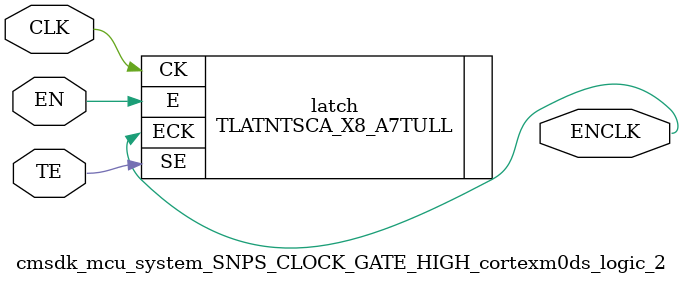
<source format=v>


module cmsdk_mcu_system ( FCLK, HCLK, SCLK, HRESETn, PORESETn, PCLK, PCLKG, 
        PRESETn, PCLKEN, HADDR, HTRANS, HSIZE, HWRITE, HWDATA, HREADY, 
        flash_hsel, flash_hreadyout, flash_hrdata, flash_hresp, sram_hsel, 
        sram_hreadyout, sram_hrdata, sram_hresp, boot_hsel, boot_hreadyout, 
        boot_hrdata, boot_hresp, APBACTIVE, SLEEPING, SLEEPDEEP, SYSRESETREQ, 
        WDOGRESETREQ, LOCKUP, LOCKUPRESET, PMUENABLE, uart0_rxd, uart0_txd, 
        uart0_txen, uart1_rxd, uart1_txd, uart1_txen, uart2_rxd, uart2_txd, 
        uart2_txen, timer0_extin, timer1_extin, p0_in, p0_out, p0_outen, 
        p0_altfunc, p1_in, p1_out, p1_outen, p1_altfunc, DFTSE, DFTSI0, DFTSO0, 
        DFTSI1, DFTSO1, DFTSI2, DFTSO2 );
  output [31:0] HADDR;
  output [1:0] HTRANS;
  output [2:0] HSIZE;
  output [31:0] HWDATA;
  input [31:0] flash_hrdata;
  input [31:0] sram_hrdata;
  input [31:0] boot_hrdata;
  input [15:0] p0_in;
  output [15:0] p0_out;
  output [15:0] p0_outen;
  output [15:0] p0_altfunc;
  input [15:0] p1_in;
  output [15:0] p1_out;
  output [15:0] p1_outen;
  output [15:0] p1_altfunc;
  input FCLK, HCLK, SCLK, HRESETn, PORESETn, PCLK, PCLKG, PRESETn, PCLKEN,
         flash_hreadyout, flash_hresp, sram_hreadyout, sram_hresp,
         boot_hreadyout, boot_hresp, uart0_rxd, uart1_rxd, uart2_rxd,
         timer0_extin, timer1_extin, DFTSE, DFTSI0, DFTSI1, DFTSI2;
  output HWRITE, HREADY, flash_hsel, sram_hsel, boot_hsel, APBACTIVE, SLEEPING,
         SLEEPDEEP, SYSRESETREQ, WDOGRESETREQ, LOCKUP, LOCKUPRESET, PMUENABLE,
         uart0_txd, uart0_txen, uart1_txd, uart1_txen, uart2_txd, uart2_txen,
         DFTSO0, DFTSO1, DFTSO2;
  wire   n887, n521, n523, n524, n525, n526, n527, n528, n529, n530, n531,
         n532, n533, n534, n535, n536, n537, n538, n539, n540, n541, n542,
         n543, n544, n545, n546, n547, n548, n549, n550, n551, n552, n553,
         n554, n555, n556, n557, n558, n559, n560, n561, n562, n563, n564,
         n565, n566, n567, n570, n571, n572, n573, n574, n575, n578, n579,
         n580, n581, n582, n583, n584, n585, n586, n587, n588, n589, n590,
         n591, n592, n593, n594, n595, n596, n597, n598, n599, n600, n601,
         n602, n603, n604, n605, n606, n607, n608, n609, n610, n611, n612,
         n613, n614, n615, n616, n617, n618, n619, n620, n621, n622, n623,
         n624, n625, n626, n627, n628, n629, n630, n631, n632, n633, n634,
         n635, n636, n637, n638, n639, n640, n641, n642, n643, n644, n645,
         n646, n647, n648, n649, n650, n651, n652, n653, n654, n655, n656,
         n657, n658, n659, n660, n661, n662, n663, n664, n665, n666, n667,
         n668, n669, n670, n671, n672, n673, n674, n675, n676, n677, n678,
         n679, n680, n681, n682, n683, n684, n685, n686, n687, n688, n689,
         n690, n691, n692, n693, n694, n695, n696, n697, n698, n699, n700,
         n701, n702, n703, n704, n705, n706, n707, n708, n709, n710, n711,
         n712, n713, n714, n715, n716, n717, n718, n719, n720, n721, n722,
         n723, n724, n725, n726, n727, n728, n729, n730, n731, n732, n733,
         n734, n735, n736, n737, n738, n739, n740, n741, n742, n743, n744,
         n745, n746, n747, n748, n749, n750, n751, n752, n753, n754, n755,
         n756, n757, n758, n759, n760, n761, n762, n763, n764, n765, n766,
         n767, n768, n769, n770, n771, n772, n773, n774, n775, n776, n777,
         n778, cm0_hresp, intisr_cm0_7, intisr_cm0_6, STCLKEN, apbsys_hsel,
         gpio0_hsel, gpio1_hsel, sysctrl_hsel, sysrom_hsel, defslv_hsel,
         defslv_hreadyout, defslv_hresp, apbsys_hreadyout, apbsys_hresp,
         watchdog_interrupt, n909, n908, n888, n314, n319, n320, n321, n327,
         n780, n781, n782, n783, n784, n785, n786, n787, n788, n789, n790,
         n791, n792, n793, n907, n894, n796, n797, n902, n799, n800, n901,
         n802, n803, n904, n805, n806, n906, n808, n809, n810, n905, n812,
         n813, n900, n815, n816, n890, n889, n896, n820, n821, n822, n892,
         n824, n825, n898, n827, n828, n829, n891, n831, n903, n833, n834,
         n899, n836, n837, n897, n839, n840, n841, n893, n843, n895, n845,
         n846, n847, n848, n886, SYNOPSYS_UNCONNECTED_1,
         SYNOPSYS_UNCONNECTED_2, SYNOPSYS_UNCONNECTED_3,
         SYNOPSYS_UNCONNECTED_4, SYNOPSYS_UNCONNECTED_5,
         SYNOPSYS_UNCONNECTED_6, SYNOPSYS_UNCONNECTED_7,
         SYNOPSYS_UNCONNECTED_8, SYNOPSYS_UNCONNECTED_9,
         SYNOPSYS_UNCONNECTED_10, SYNOPSYS_UNCONNECTED_11,
         SYNOPSYS_UNCONNECTED_12, SYNOPSYS_UNCONNECTED_13,
         SYNOPSYS_UNCONNECTED_14, SYNOPSYS_UNCONNECTED_15,
         SYNOPSYS_UNCONNECTED_16, SYNOPSYS_UNCONNECTED_17,
         SYNOPSYS_UNCONNECTED_18, SYNOPSYS_UNCONNECTED_19,
         SYNOPSYS_UNCONNECTED_20, SYNOPSYS_UNCONNECTED_21,
         SYNOPSYS_UNCONNECTED_22, SYNOPSYS_UNCONNECTED_23,
         SYNOPSYS_UNCONNECTED_24, SYNOPSYS_UNCONNECTED_25,
         SYNOPSYS_UNCONNECTED_26, SYNOPSYS_UNCONNECTED_27,
         SYNOPSYS_UNCONNECTED_28, SYNOPSYS_UNCONNECTED_29,
         SYNOPSYS_UNCONNECTED_30, SYNOPSYS_UNCONNECTED_31,
         SYNOPSYS_UNCONNECTED_32, SYNOPSYS_UNCONNECTED_33,
         SYNOPSYS_UNCONNECTED_34, SYNOPSYS_UNCONNECTED_35,
         SYNOPSYS_UNCONNECTED_36, SYNOPSYS_UNCONNECTED_37,
         SYNOPSYS_UNCONNECTED_38, SYNOPSYS_UNCONNECTED_39,
         SYNOPSYS_UNCONNECTED_40, SYNOPSYS_UNCONNECTED_41,
         SYNOPSYS_UNCONNECTED_42, SYNOPSYS_UNCONNECTED_43,
         SYNOPSYS_UNCONNECTED_44, SYNOPSYS_UNCONNECTED_45,
         SYNOPSYS_UNCONNECTED_46, SYNOPSYS_UNCONNECTED_47,
         SYNOPSYS_UNCONNECTED_48, SYNOPSYS_UNCONNECTED_49,
         SYNOPSYS_UNCONNECTED_50, SYNOPSYS_UNCONNECTED_51,
         SYNOPSYS_UNCONNECTED_52, SYNOPSYS_UNCONNECTED_53,
         SYNOPSYS_UNCONNECTED_54, SYNOPSYS_UNCONNECTED_55,
         SYNOPSYS_UNCONNECTED_56, SYNOPSYS_UNCONNECTED_57,
         SYNOPSYS_UNCONNECTED_58, SYNOPSYS_UNCONNECTED_59,
         SYNOPSYS_UNCONNECTED_60, SYNOPSYS_UNCONNECTED_61,
         SYNOPSYS_UNCONNECTED_62, SYNOPSYS_UNCONNECTED_63,
         SYNOPSYS_UNCONNECTED_64, SYNOPSYS_UNCONNECTED_65,
         SYNOPSYS_UNCONNECTED_66, SYNOPSYS_UNCONNECTED_67,
         SYNOPSYS_UNCONNECTED_68, SYNOPSYS_UNCONNECTED_69,
         SYNOPSYS_UNCONNECTED_70, SYNOPSYS_UNCONNECTED_71,
         SYNOPSYS_UNCONNECTED_72, SYNOPSYS_UNCONNECTED_73,
         SYNOPSYS_UNCONNECTED_74, SYNOPSYS_UNCONNECTED_75,
         SYNOPSYS_UNCONNECTED_76, SYNOPSYS_UNCONNECTED_77,
         SYNOPSYS_UNCONNECTED_78, SYNOPSYS_UNCONNECTED_79,
         SYNOPSYS_UNCONNECTED_80, SYNOPSYS_UNCONNECTED_81,
         SYNOPSYS_UNCONNECTED_82, SYNOPSYS_UNCONNECTED_83,
         SYNOPSYS_UNCONNECTED_84, SYNOPSYS_UNCONNECTED_85,
         SYNOPSYS_UNCONNECTED_86, SYNOPSYS_UNCONNECTED_87,
         SYNOPSYS_UNCONNECTED_88, SYNOPSYS_UNCONNECTED_89,
         SYNOPSYS_UNCONNECTED_90, SYNOPSYS_UNCONNECTED_91,
         SYNOPSYS_UNCONNECTED_92, SYNOPSYS_UNCONNECTED_93,
         SYNOPSYS_UNCONNECTED_94, SYNOPSYS_UNCONNECTED_95,
         SYNOPSYS_UNCONNECTED_96, SYNOPSYS_UNCONNECTED_97,
         SYNOPSYS_UNCONNECTED_98, SYNOPSYS_UNCONNECTED_99,
         SYNOPSYS_UNCONNECTED_100, SYNOPSYS_UNCONNECTED_101,
         SYNOPSYS_UNCONNECTED_102, SYNOPSYS_UNCONNECTED_103,
         SYNOPSYS_UNCONNECTED_104, SYNOPSYS_UNCONNECTED_105,
         SYNOPSYS_UNCONNECTED_106, SYNOPSYS_UNCONNECTED_107,
         SYNOPSYS_UNCONNECTED_108, SYNOPSYS_UNCONNECTED_109,
         SYNOPSYS_UNCONNECTED_110, SYNOPSYS_UNCONNECTED_111,
         SYNOPSYS_UNCONNECTED_112, SYNOPSYS_UNCONNECTED_113,
         SYNOPSYS_UNCONNECTED_114, SYNOPSYS_UNCONNECTED_115,
         SYNOPSYS_UNCONNECTED_116, SYNOPSYS_UNCONNECTED_117,
         SYNOPSYS_UNCONNECTED_118, SYNOPSYS_UNCONNECTED_119,
         SYNOPSYS_UNCONNECTED_120, SYNOPSYS_UNCONNECTED_121,
         SYNOPSYS_UNCONNECTED_122, SYNOPSYS_UNCONNECTED_123,
         SYNOPSYS_UNCONNECTED_124, SYNOPSYS_UNCONNECTED_125,
         SYNOPSYS_UNCONNECTED_126, SYNOPSYS_UNCONNECTED_127,
         SYNOPSYS_UNCONNECTED_128, SYNOPSYS_UNCONNECTED_129,
         SYNOPSYS_UNCONNECTED_130, SYNOPSYS_UNCONNECTED_131,
         SYNOPSYS_UNCONNECTED_132, SYNOPSYS_UNCONNECTED_133,
         SYNOPSYS_UNCONNECTED_134, SYNOPSYS_UNCONNECTED_135,
         SYNOPSYS_UNCONNECTED_136, SYNOPSYS_UNCONNECTED_137,
         SYNOPSYS_UNCONNECTED_138, SYNOPSYS_UNCONNECTED_139,
         SYNOPSYS_UNCONNECTED_140, SYNOPSYS_UNCONNECTED_141,
         SYNOPSYS_UNCONNECTED_142, SYNOPSYS_UNCONNECTED_143,
         SYNOPSYS_UNCONNECTED_144, SYNOPSYS_UNCONNECTED_145,
         SYNOPSYS_UNCONNECTED_146, SYNOPSYS_UNCONNECTED_147,
         SYNOPSYS_UNCONNECTED_148, SYNOPSYS_UNCONNECTED_149,
         SYNOPSYS_UNCONNECTED_150, SYNOPSYS_UNCONNECTED_151,
         SYNOPSYS_UNCONNECTED_152, SYNOPSYS_UNCONNECTED_153,
         SYNOPSYS_UNCONNECTED_154, SYNOPSYS_UNCONNECTED_155,
         SYNOPSYS_UNCONNECTED_156, SYNOPSYS_UNCONNECTED_157,
         SYNOPSYS_UNCONNECTED_158, SYNOPSYS_UNCONNECTED_159,
         SYNOPSYS_UNCONNECTED_160, SYNOPSYS_UNCONNECTED_161,
         SYNOPSYS_UNCONNECTED_162, SYNOPSYS_UNCONNECTED_163,
         SYNOPSYS_UNCONNECTED_164, SYNOPSYS_UNCONNECTED_165,
         SYNOPSYS_UNCONNECTED_166, SYNOPSYS_UNCONNECTED_167,
         SYNOPSYS_UNCONNECTED_168, SYNOPSYS_UNCONNECTED_169,
         SYNOPSYS_UNCONNECTED_170, SYNOPSYS_UNCONNECTED_171,
         SYNOPSYS_UNCONNECTED_172, SYNOPSYS_UNCONNECTED_173,
         SYNOPSYS_UNCONNECTED_174, SYNOPSYS_UNCONNECTED_175,
         SYNOPSYS_UNCONNECTED_176, SYNOPSYS_UNCONNECTED_177,
         SYNOPSYS_UNCONNECTED_178, SYNOPSYS_UNCONNECTED_179,
         SYNOPSYS_UNCONNECTED_180, SYNOPSYS_UNCONNECTED_181,
         SYNOPSYS_UNCONNECTED_182, SYNOPSYS_UNCONNECTED_183,
         SYNOPSYS_UNCONNECTED_184, SYNOPSYS_UNCONNECTED_185,
         SYNOPSYS_UNCONNECTED_186, SYNOPSYS_UNCONNECTED_187,
         SYNOPSYS_UNCONNECTED_188, SYNOPSYS_UNCONNECTED_189,
         SYNOPSYS_UNCONNECTED_190, SYNOPSYS_UNCONNECTED_191,
         SYNOPSYS_UNCONNECTED_192, SYNOPSYS_UNCONNECTED_193,
         SYNOPSYS_UNCONNECTED_194, SYNOPSYS_UNCONNECTED_195,
         SYNOPSYS_UNCONNECTED_196, SYNOPSYS_UNCONNECTED_197,
         SYNOPSYS_UNCONNECTED_198, SYNOPSYS_UNCONNECTED_199,
         SYNOPSYS_UNCONNECTED_200, SYNOPSYS_UNCONNECTED_201,
         SYNOPSYS_UNCONNECTED_202, SYNOPSYS_UNCONNECTED_203,
         SYNOPSYS_UNCONNECTED_204, SYNOPSYS_UNCONNECTED_205,
         SYNOPSYS_UNCONNECTED_206, SYNOPSYS_UNCONNECTED_207,
         SYNOPSYS_UNCONNECTED_208, SYNOPSYS_UNCONNECTED_209,
         SYNOPSYS_UNCONNECTED_210, SYNOPSYS_UNCONNECTED_211,
         SYNOPSYS_UNCONNECTED_212, SYNOPSYS_UNCONNECTED_213,
         SYNOPSYS_UNCONNECTED_214, SYNOPSYS_UNCONNECTED_215,
         SYNOPSYS_UNCONNECTED_216, SYNOPSYS_UNCONNECTED_217,
         SYNOPSYS_UNCONNECTED_218, SYNOPSYS_UNCONNECTED_219,
         SYNOPSYS_UNCONNECTED_220, SYNOPSYS_UNCONNECTED_221,
         SYNOPSYS_UNCONNECTED_222, SYNOPSYS_UNCONNECTED_223,
         SYNOPSYS_UNCONNECTED_224, SYNOPSYS_UNCONNECTED_225,
         SYNOPSYS_UNCONNECTED_226, SYNOPSYS_UNCONNECTED_227,
         SYNOPSYS_UNCONNECTED_228, SYNOPSYS_UNCONNECTED_229,
         SYNOPSYS_UNCONNECTED_230, SYNOPSYS_UNCONNECTED_231,
         SYNOPSYS_UNCONNECTED_232, SYNOPSYS_UNCONNECTED_233,
         SYNOPSYS_UNCONNECTED_234, SYNOPSYS_UNCONNECTED_235,
         SYNOPSYS_UNCONNECTED_236, SYNOPSYS_UNCONNECTED_237,
         SYNOPSYS_UNCONNECTED_238, SYNOPSYS_UNCONNECTED_239,
         SYNOPSYS_UNCONNECTED_240, SYNOPSYS_UNCONNECTED_241,
         SYNOPSYS_UNCONNECTED_242, SYNOPSYS_UNCONNECTED_243,
         SYNOPSYS_UNCONNECTED_244, SYNOPSYS_UNCONNECTED_245,
         SYNOPSYS_UNCONNECTED_246, SYNOPSYS_UNCONNECTED_247,
         SYNOPSYS_UNCONNECTED_248, SYNOPSYS_UNCONNECTED_249,
         SYNOPSYS_UNCONNECTED_250, SYNOPSYS_UNCONNECTED_251,
         SYNOPSYS_UNCONNECTED_252, SYNOPSYS_UNCONNECTED_253,
         SYNOPSYS_UNCONNECTED_254, SYNOPSYS_UNCONNECTED_255,
         SYNOPSYS_UNCONNECTED_256, SYNOPSYS_UNCONNECTED_257,
         SYNOPSYS_UNCONNECTED_258, SYNOPSYS_UNCONNECTED_259;
  wire   [31:0] cm0_hrdata;
  wire   [31:16] intisr_cm0;
  wire   [31:0] apbsys_hrdata;
  wire   [15:0] gpio0_hrdata;
  wire   [15:0] gpio1_hrdata;
  wire   [7:0] sysctrl_hrdata;
  wire   [31:0] sysrom_hrdata;
  wire   [14:0] apbsubsys_interrupt;

  cmsdk_mcu_system_CORTEXM0INTEGRATION_0 u_cortexm0integration ( .FCLK(1'b0), 
        .SCLK(1'b0), .HCLK(HCLK), .DCLK(1'b0), .PORESETn(1'b0), .DBGRESETn(
        1'b0), .HRESETn(n793), .SWCLKTCK(1'b0), .nTRST(1'b0), .HADDR({n524, 
        n525, n526, n527, n528, n529, n530, n531, n532, n533, n534, n535, n536, 
        n537, n538, n539, n540, n541, n542, n543, n544, n545, n546, n547, n548, 
        n549, n550, n551, n552, n553, n554, n555}), .HBURST({
        SYNOPSYS_UNCONNECTED_1, SYNOPSYS_UNCONNECTED_2, SYNOPSYS_UNCONNECTED_3}), .HPROT({SYNOPSYS_UNCONNECTED_4, SYNOPSYS_UNCONNECTED_5, 
        SYNOPSYS_UNCONNECTED_6, SYNOPSYS_UNCONNECTED_7}), .HSIZE({
        SYNOPSYS_UNCONNECTED_8, n557, n558}), .HTRANS({n556, 
        SYNOPSYS_UNCONNECTED_9}), .HWDATA({n560, n561, n562, n563, n564, n565, 
        n566, n567, n889, n890, n570, n571, n572, n573, n574, n575, n829, n822, 
        n578, n579, n580, n581, n582, n583, n584, n585, n586, n587, n588, n589, 
        n590, n591}), .HRDATA(cm0_hrdata), .HREADY(n592), .HRESP(cm0_hresp), 
        .CODEHINTDE({SYNOPSYS_UNCONNECTED_10, SYNOPSYS_UNCONNECTED_11, 
        SYNOPSYS_UNCONNECTED_12}), .SWDITMS(1'b0), .TDI(1'b0), .DBGRESTART(
        1'b0), .EDBGRQ(1'b0), .NMI(watchdog_interrupt), .IRQ({intisr_cm0, 1'b0, 
        apbsubsys_interrupt[14:12], 1'b0, apbsubsys_interrupt[10:8], 
        intisr_cm0_7, intisr_cm0_6, apbsubsys_interrupt[5:0]}), .RXEV(1'b0), 
        .LOCKUP(n667), .STCALIB({1'b0, 1'b0, 1'b0, 1'b0, 1'b0, 1'b0, 1'b0, 
        1'b0, 1'b0, 1'b0, 1'b0, 1'b0, 1'b0, 1'b0, 1'b0, 1'b0, 1'b0, 1'b0, 1'b0, 
        1'b0, 1'b0, 1'b0, 1'b0, 1'b0, 1'b0, 1'b0}), .STCLKEN(STCLKEN), 
        .IRQLATENCY({1'b0, 1'b0, 1'b0, 1'b0, 1'b0, 1'b0, 1'b0, 1'b0}), 
        .ECOREVNUM({1'b0, 1'b0, 1'b0, 1'b0, 1'b0, 1'b0, 1'b0, 1'b0, 1'b0, 1'b0, 
        1'b0, 1'b0, 1'b0, 1'b0, 1'b0, 1'b0, 1'b0, 1'b0, 1'b0, 1'b0, 1'b0, 1'b0, 
        1'b0, 1'b0, 1'b0, 1'b0, 1'b0, 1'b0}), .SLEEPING(n664), .WICSENSE({
        SYNOPSYS_UNCONNECTED_13, SYNOPSYS_UNCONNECTED_14, 
        SYNOPSYS_UNCONNECTED_15, SYNOPSYS_UNCONNECTED_16, 
        SYNOPSYS_UNCONNECTED_17, SYNOPSYS_UNCONNECTED_18, 
        SYNOPSYS_UNCONNECTED_19, SYNOPSYS_UNCONNECTED_20, 
        SYNOPSYS_UNCONNECTED_21, SYNOPSYS_UNCONNECTED_22, 
        SYNOPSYS_UNCONNECTED_23, SYNOPSYS_UNCONNECTED_24, 
        SYNOPSYS_UNCONNECTED_25, SYNOPSYS_UNCONNECTED_26, 
        SYNOPSYS_UNCONNECTED_27, SYNOPSYS_UNCONNECTED_28, 
        SYNOPSYS_UNCONNECTED_29, SYNOPSYS_UNCONNECTED_30, 
        SYNOPSYS_UNCONNECTED_31, SYNOPSYS_UNCONNECTED_32, 
        SYNOPSYS_UNCONNECTED_33, SYNOPSYS_UNCONNECTED_34, 
        SYNOPSYS_UNCONNECTED_35, SYNOPSYS_UNCONNECTED_36, 
        SYNOPSYS_UNCONNECTED_37, SYNOPSYS_UNCONNECTED_38, 
        SYNOPSYS_UNCONNECTED_39, SYNOPSYS_UNCONNECTED_40, 
        SYNOPSYS_UNCONNECTED_41, SYNOPSYS_UNCONNECTED_42, 
        SYNOPSYS_UNCONNECTED_43, SYNOPSYS_UNCONNECTED_44, 
        SYNOPSYS_UNCONNECTED_45, SYNOPSYS_UNCONNECTED_46}), .SLEEPHOLDREQn(
        1'b0), .WICENREQ(1'b0), .CDBGPWRUPACK(1'b0), .SE(1'b0), .RSTBYPASS(
        1'b0), .IN1(n327), .HWRITE_BAR(n559), .SYSRESETREQ_BAR(n665), .IN0(
        n319), .IN2(n845), .IN3(n895), .IN4(n843), .IN5(n893), .IN6(n841), 
        .IN7(n840), .IN8(n839), .IN9(n897), .IN10(n836), .IN11(n899), .IN12(
        n833), .IN13(n903), .IN14(n831), .IN15(n891), .IN16(n828), .IN17(n827), 
        .IN18(n898), .IN19(n824), .IN20(n892), .IN21(n821), .IN22(n820), 
        .IN23(n896), .IN24(n815), .IN25(n900), .IN26(n813), .IN27(n812), 
        .IN28(n905), .IN29(n809), .IN30(n808), .IN31(n906), .IN32(n806), 
        .IN33(n805), .IN34(n904), .IN35(n803), .IN36(n802), .IN37(n901), 
        .IN38(n799), .IN39(n902), .IN40(n796), .IN41(n894), .IN42(n792), 
        .IN43(n789), .IN44(n788), .IN45(n786), .IN46(n785), .IN47(n784), 
        .IN48(n783), .IN49(n782), .IN50(n781), .IN51(n780), .IN52(n887) );
  cmsdk_mcu_system_cmsdk_mcu_addr_decode_40010000_40011000_0_f0000000_0 u_addr_decode ( 
        .haddr({n524, n525, n526, n527, n528, n529, n530, n531, n532, n533, 
        n534, n535, n536, n537, n538, n539, n540, n541, n542, n543, 1'b0, 1'b0, 
        1'b0, 1'b0, 1'b0, 1'b0, 1'b0, 1'b0, 1'b0, 1'b0, 1'b0, 1'b0}), 
        .remap_ctrl(1'b0), .flash_hsel(n593), .sram_hsel(n628), .apbsys_hsel(
        apbsys_hsel), .gpio0_hsel(gpio0_hsel), .gpio1_hsel(gpio1_hsel), 
        .sysctrl_hsel(sysctrl_hsel), .sysrom_hsel(sysrom_hsel), .defslv_hsel(
        defslv_hsel) );
  cmsdk_mcu_system_cmsdk_ahb_slave_mux_PORT0_ENABLE1_PORT1_ENABLE1_PORT2_ENABLE0_PORT3_ENABLE1_PORT4_ENABLE1_PORT5_ENABLE1_PORT6_ENABLE1_PORT7_ENABLE1_PORT8_ENABLE1_PORT9_ENABLE0_DW32_0 u_ahb_slave_mux_sys_bus ( 
        .HCLK(1'b0), .HRESETn(n792), .HREADY(1'b0), .HSEL0(n593), .HREADYOUT0(
        n594), .HRESP0(n627), .HRDATA0({n595, n596, n597, n598, n599, n600, 
        n601, n602, n603, n604, n605, n606, n607, n608, n609, n610, n611, n612, 
        n613, n614, n615, n616, n617, n618, n619, n620, n621, n622, n623, n624, 
        n625, n626}), .HSEL1(n628), .HREADYOUT1(n629), .HRESP1(n662), 
        .HRDATA1({n630, n631, n632, n633, n634, n635, n636, n637, n638, n639, 
        n640, n641, n642, n643, n644, n645, n646, n647, n648, n649, n650, n651, 
        n652, n653, n654, n655, n656, n657, n658, n659, n660, n661}), .HSEL2(
        1'b0), .HREADYOUT2(1'b0), .HRESP2(1'b0), .HRDATA2({1'b0, 1'b0, 1'b0, 
        1'b0, 1'b0, 1'b0, 1'b0, 1'b0, 1'b0, 1'b0, 1'b0, 1'b0, 1'b0, 1'b0, 1'b0, 
        1'b0, 1'b0, 1'b0, 1'b0, 1'b0, 1'b0, 1'b0, 1'b0, 1'b0, 1'b0, 1'b0, 1'b0, 
        1'b0, 1'b0, 1'b0, 1'b0, 1'b0}), .HSEL3(defslv_hsel), .HREADYOUT3(
        defslv_hreadyout), .HRESP3(defslv_hresp), .HRDATA3({1'b0, 1'b0, 1'b0, 
        1'b0, 1'b0, 1'b0, 1'b0, 1'b0, 1'b0, 1'b0, 1'b0, 1'b0, 1'b0, 1'b0, 1'b0, 
        1'b0, 1'b0, 1'b0, 1'b0, 1'b0, 1'b0, 1'b0, 1'b0, 1'b0, 1'b0, 1'b0, 1'b0, 
        1'b0, 1'b0, 1'b0, 1'b0, 1'b0}), .HSEL4(apbsys_hsel), .HREADYOUT4(
        apbsys_hreadyout), .HRESP4(apbsys_hresp), .HRDATA4(apbsys_hrdata), 
        .HSEL5(gpio0_hsel), .HREADYOUT5(1'b0), .HRESP5(1'b0), .HRDATA5({n314, 
        n314, n314, n314, n314, n314, n314, n314, n314, 1'b0, 1'b0, 1'b0, 1'b0, 
        1'b0, 1'b0, 1'b0, gpio0_hrdata}), .HSEL6(gpio1_hsel), .HREADYOUT6(1'b0), .HRESP6(n314), .HRDATA6({n314, n314, n314, n314, n314, n314, n314, n314, 
        n314, n314, n314, n314, n314, n314, n314, n314, gpio1_hrdata}), 
        .HSEL7(sysctrl_hsel), .HREADYOUT7(1'b0), .HRESP7(1'b0), .HRDATA7({1'b0, 
        1'b0, 1'b0, 1'b0, 1'b0, 1'b0, 1'b0, 1'b0, 1'b0, 1'b0, 1'b0, 1'b0, 1'b0, 
        1'b0, 1'b0, 1'b0, 1'b0, 1'b0, 1'b0, 1'b0, 1'b0, 1'b0, 1'b0, 1'b0, 
        sysctrl_hrdata}), .HSEL8(sysrom_hsel), .HREADYOUT8(1'b0), .HRESP8(1'b0), .HRDATA8({sysrom_hrdata[31], 1'b0, 1'b0, sysrom_hrdata[28], 1'b0, 1'b0, 1'b0, 
        1'b0, 1'b0, 1'b0, sysrom_hrdata[21], 1'b0, 1'b0, 1'b0, 1'b0, 1'b0, 
        1'b0, 1'b0, 1'b0, 1'b0, 1'b0, 1'b0, 1'b0, 1'b0, sysrom_hrdata[7], 1'b0, 
        sysrom_hrdata[5:0]}), .HSEL9(1'b0), .HREADYOUT9(1'b0), .HRESP9(1'b0), 
        .HRDATA9({1'b0, 1'b0, 1'b0, 1'b0, 1'b0, 1'b0, 1'b0, 1'b0, 1'b0, 1'b0, 
        1'b0, 1'b0, 1'b0, 1'b0, 1'b0, 1'b0, 1'b0, 1'b0, 1'b0, 1'b0, 1'b0, 1'b0, 
        1'b0, 1'b0, 1'b0, 1'b0, 1'b0, 1'b0, 1'b0, 1'b0, 1'b0, 1'b0}), 
        .HREADYOUT(n592), .HRESP(cm0_hresp), .HRDATA(cm0_hrdata), .IN0(n319), 
        .IN1(n786), .IN2(n886) );
  cmsdk_mcu_system_cmsdk_ahb_default_slave_0 u_ahb_default_slave_1 ( .HCLK(
        HCLK), .HRESETn(n791), .HSEL(defslv_hsel), .HTRANS({n556, 1'b0}), 
        .HREADY(n907), .HREADYOUT(defslv_hreadyout), .HRESP(defslv_hresp), 
        .IN0(n886) );
  cmsdk_mcu_system_cmsdk_ahb_cs_rom_table_f0000000_e00ff000_1_f0200000_0_0 u_system_rom_table ( 
        .HCLK(1'b0), .HSEL(sysrom_hsel), .HADDR({1'b0, 1'b0, 1'b0, 1'b0, 1'b0, 
        1'b0, 1'b0, 1'b0, 1'b0, 1'b0, 1'b0, 1'b0, 1'b0, 1'b0, 1'b0, 1'b0, 1'b0, 
        1'b0, 1'b0, 1'b0, n544, n545, n546, n547, n548, n549, n550, n551, n552, 
        n553, 1'b0, 1'b0}), .HBURST({1'b0, 1'b0, 1'b0}), .HMASTLOCK(1'b0), 
        .HPROT({1'b0, 1'b0, 1'b0, 1'b0}), .HSIZE({1'b0, 1'b0, 1'b0}), .HTRANS(
        {n556, 1'b0}), .HWDATA({1'b0, 1'b0, 1'b0, 1'b0, 1'b0, 1'b0, 1'b0, 1'b0, 
        1'b0, 1'b0, 1'b0, 1'b0, 1'b0, 1'b0, 1'b0, 1'b0, 1'b0, 1'b0, 1'b0, 1'b0, 
        1'b0, 1'b0, 1'b0, 1'b0, 1'b0, 1'b0, 1'b0, 1'b0, 1'b0, 1'b0, 1'b0, 1'b0}), .HWRITE(1'b0), .HREADY(1'b0), .ECOREVNUM({1'b0, 1'b0, 1'b0, 1'b0}), 
        .HRDATA({sysrom_hrdata[31], SYNOPSYS_UNCONNECTED_47, 
        SYNOPSYS_UNCONNECTED_48, sysrom_hrdata[28], SYNOPSYS_UNCONNECTED_49, 
        SYNOPSYS_UNCONNECTED_50, SYNOPSYS_UNCONNECTED_51, 
        SYNOPSYS_UNCONNECTED_52, SYNOPSYS_UNCONNECTED_53, 
        SYNOPSYS_UNCONNECTED_54, sysrom_hrdata[21], SYNOPSYS_UNCONNECTED_55, 
        SYNOPSYS_UNCONNECTED_56, SYNOPSYS_UNCONNECTED_57, 
        SYNOPSYS_UNCONNECTED_58, SYNOPSYS_UNCONNECTED_59, 
        SYNOPSYS_UNCONNECTED_60, SYNOPSYS_UNCONNECTED_61, 
        SYNOPSYS_UNCONNECTED_62, SYNOPSYS_UNCONNECTED_63, 
        SYNOPSYS_UNCONNECTED_64, SYNOPSYS_UNCONNECTED_65, 
        SYNOPSYS_UNCONNECTED_66, SYNOPSYS_UNCONNECTED_67, sysrom_hrdata[7], 
        SYNOPSYS_UNCONNECTED_68, sysrom_hrdata[5:0]}), .IN0(n327) );
  cmsdk_mcu_system_cmsdk_mcu_sysctrl_BE0_0 u_cmsdk_mcu_sysctrl ( .HCLK(HCLK), 
        .HRESETn(n787), .FCLK(FCLK), .PORESETn(n521), .HSEL(sysctrl_hsel), 
        .HREADY(n907), .HTRANS({n556, 1'b0}), .HSIZE({1'b0, n557, n558}), 
        .HADDR({n544, n545, n546, n547, n548, n549, n550, n551, n552, n553, 
        n554, n555}), .HWDATA({1'b0, 1'b0, 1'b0, 1'b0, 1'b0, 1'b0, 1'b0, 1'b0, 
        1'b0, 1'b0, 1'b0, 1'b0, 1'b0, 1'b0, 1'b0, 1'b0, 1'b0, 1'b0, 1'b0, 1'b0, 
        1'b0, 1'b0, 1'b0, 1'b0, 1'b0, 1'b0, 1'b0, 1'b0, 1'b0, n904, n813, n906}), .HRDATA({SYNOPSYS_UNCONNECTED_69, SYNOPSYS_UNCONNECTED_70, 
        SYNOPSYS_UNCONNECTED_71, SYNOPSYS_UNCONNECTED_72, 
        SYNOPSYS_UNCONNECTED_73, SYNOPSYS_UNCONNECTED_74, 
        SYNOPSYS_UNCONNECTED_75, SYNOPSYS_UNCONNECTED_76, 
        SYNOPSYS_UNCONNECTED_77, SYNOPSYS_UNCONNECTED_78, 
        SYNOPSYS_UNCONNECTED_79, SYNOPSYS_UNCONNECTED_80, 
        SYNOPSYS_UNCONNECTED_81, SYNOPSYS_UNCONNECTED_82, 
        SYNOPSYS_UNCONNECTED_83, SYNOPSYS_UNCONNECTED_84, 
        SYNOPSYS_UNCONNECTED_85, SYNOPSYS_UNCONNECTED_86, 
        SYNOPSYS_UNCONNECTED_87, SYNOPSYS_UNCONNECTED_88, 
        SYNOPSYS_UNCONNECTED_89, SYNOPSYS_UNCONNECTED_90, 
        SYNOPSYS_UNCONNECTED_91, SYNOPSYS_UNCONNECTED_92, sysctrl_hrdata}), 
        .WDOGRESETREQ(n666), .LOCKUP(n667), .ECOREVNUM({1'b0, 1'b0, 1'b0, 1'b0}), .LOCKUPRESET(n668), .IN1(n327), .HWRITE_BAR(n559), .SYSRESETREQ_BAR(n665), 
        .IN0(n319), .IN2(n886) );
  cmsdk_mcu_system_cmsdk_ahb_gpio_0000_0000_0_0 u_ahb_gpio_0 ( .HCLK(HCLK), 
        .HRESETn(n793), .FCLK(FCLK), .HSEL(gpio0_hsel), .HREADY(n907), 
        .HTRANS({n556, 1'b0}), .HSIZE({1'b0, n557, n558}), .HADDR({n544, n545, 
        n546, n547, n548, n549, n550, n551, n552, n553, n554, n555}), 
        .ECOREVNUM({1'b0, 1'b0, 1'b0, 1'b0}), .PORTIN({n680, n681, n682, n683, 
        n684, n685, n686, n687, n688, n689, n690, n691, n692, n693, n694, n695}), .HRDATA({SYNOPSYS_UNCONNECTED_93, SYNOPSYS_UNCONNECTED_94, 
        SYNOPSYS_UNCONNECTED_95, SYNOPSYS_UNCONNECTED_96, 
        SYNOPSYS_UNCONNECTED_97, SYNOPSYS_UNCONNECTED_98, 
        SYNOPSYS_UNCONNECTED_99, SYNOPSYS_UNCONNECTED_100, 
        SYNOPSYS_UNCONNECTED_101, SYNOPSYS_UNCONNECTED_102, 
        SYNOPSYS_UNCONNECTED_103, SYNOPSYS_UNCONNECTED_104, 
        SYNOPSYS_UNCONNECTED_105, SYNOPSYS_UNCONNECTED_106, 
        SYNOPSYS_UNCONNECTED_107, SYNOPSYS_UNCONNECTED_108, gpio0_hrdata}), 
        .PORTOUT({n696, n697, n698, n699, n700, n701, n702, n703, n704, n705, 
        n706, n707, n708, n709, n710, n711}), .PORTEN({n712, n713, n714, n715, 
        n716, n717, n718, n719, n720, n721, n722, n723, n724, n725, n726, n727}), .PORTFUNC({SYNOPSYS_UNCONNECTED_109, SYNOPSYS_UNCONNECTED_110, 
        SYNOPSYS_UNCONNECTED_111, SYNOPSYS_UNCONNECTED_112, 
        SYNOPSYS_UNCONNECTED_113, SYNOPSYS_UNCONNECTED_114, 
        SYNOPSYS_UNCONNECTED_115, SYNOPSYS_UNCONNECTED_116, 
        SYNOPSYS_UNCONNECTED_117, SYNOPSYS_UNCONNECTED_118, 
        SYNOPSYS_UNCONNECTED_119, SYNOPSYS_UNCONNECTED_120, 
        SYNOPSYS_UNCONNECTED_121, SYNOPSYS_UNCONNECTED_122, 
        SYNOPSYS_UNCONNECTED_123, SYNOPSYS_UNCONNECTED_124}), .GPIOINT(
        intisr_cm0), .COMBINT(intisr_cm0_6), .HWRITE_BAR(n559), .IN0(n893), 
        .IN1(n897), .IN2(n899), .IN3(n903), .IN4(n891), .IN5(n898), .IN6(n896), 
        .IN7(n900), .IN8(n905), .IN9(n809), .IN10(n901), .IN11(n902), .IN12(
        n792), .IN13(n790), .IN14(n789), .IN15(n788), .IN16(n788), .IN17(n783), 
        .IN18(n781), .IN19(n780), .HWDATA_31_(1'b0), .HWDATA_30_(1'b0), 
        .HWDATA_29_(1'b0), .HWDATA_28_(1'b0), .HWDATA_27_(1'b0), .HWDATA_26_(
        1'b0), .HWDATA_25_(1'b0), .HWDATA_24_(1'b0), .HWDATA_23_(1'b0), 
        .HWDATA_22_(1'b0), .HWDATA_21_(1'b0), .HWDATA_20_(1'b0), .HWDATA_19_(
        1'b0), .HWDATA_18_(1'b0), .HWDATA_17_(1'b0), .HWDATA_16_(1'b0), 
        .HWDATA_15__BAR(n831), .HWDATA_14_(n825), .HWDATA_13__BAR(n843), 
        .HWDATA_12_(n797), .HWDATA_11_(n846), .HWDATA_10__BAR(n820), 
        .HWDATA_9__BAR(n839), .HWDATA_8__BAR(n827), .HWDATA_7__BAR(n836), 
        .HWDATA_6__BAR(n815), .HWDATA_5__BAR(n802), .HWDATA_4__BAR(n799), 
        .HWDATA_3__BAR(n833), .HWDATA_2_(n806), .HWDATA_1__BAR(n812), 
        .HWDATA_0__BAR(n810) );
  cmsdk_mcu_system_cmsdk_ahb_gpio_002a_0000_0_0 u_ahb_gpio_1 ( .HCLK(HCLK), 
        .HRESETn(n793), .FCLK(FCLK), .HSEL(gpio1_hsel), .HREADY(n907), 
        .HTRANS({n556, 1'b0}), .HSIZE({1'b0, n557, n558}), .HADDR({n544, n545, 
        n546, n547, n548, n549, n550, n551, n552, n553, n554, n555}), 
        .ECOREVNUM({1'b0, 1'b0, 1'b0, 1'b0}), .PORTIN({n728, n729, n730, n731, 
        n732, n733, n734, n735, n736, n737, n738, n739, n740, n741, n742, n743}), .HRDATA({SYNOPSYS_UNCONNECTED_125, SYNOPSYS_UNCONNECTED_126, 
        SYNOPSYS_UNCONNECTED_127, SYNOPSYS_UNCONNECTED_128, 
        SYNOPSYS_UNCONNECTED_129, SYNOPSYS_UNCONNECTED_130, 
        SYNOPSYS_UNCONNECTED_131, SYNOPSYS_UNCONNECTED_132, 
        SYNOPSYS_UNCONNECTED_133, SYNOPSYS_UNCONNECTED_134, 
        SYNOPSYS_UNCONNECTED_135, SYNOPSYS_UNCONNECTED_136, 
        SYNOPSYS_UNCONNECTED_137, SYNOPSYS_UNCONNECTED_138, 
        SYNOPSYS_UNCONNECTED_139, SYNOPSYS_UNCONNECTED_140, gpio1_hrdata}), 
        .PORTOUT({n744, n745, n746, n747, n748, n749, n750, n751, n752, n753, 
        n754, n755, n756, n757, n758, n759}), .PORTEN({n760, n761, n762, n763, 
        n764, n765, n766, n767, n768, n769, n770, n771, n772, n773, n774, n775}), .PORTFUNC({SYNOPSYS_UNCONNECTED_141, SYNOPSYS_UNCONNECTED_142, 
        SYNOPSYS_UNCONNECTED_143, SYNOPSYS_UNCONNECTED_144, 
        SYNOPSYS_UNCONNECTED_145, SYNOPSYS_UNCONNECTED_146, 
        SYNOPSYS_UNCONNECTED_147, SYNOPSYS_UNCONNECTED_148, 
        SYNOPSYS_UNCONNECTED_149, SYNOPSYS_UNCONNECTED_150, n776, 
        SYNOPSYS_UNCONNECTED_151, n777, SYNOPSYS_UNCONNECTED_152, n778, 
        SYNOPSYS_UNCONNECTED_153}), .GPIOINT({SYNOPSYS_UNCONNECTED_154, 
        SYNOPSYS_UNCONNECTED_155, SYNOPSYS_UNCONNECTED_156, 
        SYNOPSYS_UNCONNECTED_157, SYNOPSYS_UNCONNECTED_158, 
        SYNOPSYS_UNCONNECTED_159, SYNOPSYS_UNCONNECTED_160, 
        SYNOPSYS_UNCONNECTED_161, SYNOPSYS_UNCONNECTED_162, 
        SYNOPSYS_UNCONNECTED_163, SYNOPSYS_UNCONNECTED_164, 
        SYNOPSYS_UNCONNECTED_165, SYNOPSYS_UNCONNECTED_166, 
        SYNOPSYS_UNCONNECTED_167, SYNOPSYS_UNCONNECTED_168, 
        SYNOPSYS_UNCONNECTED_169}), .COMBINT(intisr_cm0_7), .HWRITE_BAR(n559), 
        .IN0(n895), .IN1(n891), .IN2(n892), .IN3(n906), .IN4(n904), .IN5(n894), 
        .IN6(n791), .IN7(n787), .IN8(n784), .IN9(n783), .IN10(n780), 
        .HWDATA_31_(1'b0), .HWDATA_30_(1'b0), .HWDATA_29_(1'b0), .HWDATA_28_(
        1'b0), .HWDATA_27_(1'b0), .HWDATA_26_(1'b0), .HWDATA_25_(1'b0), 
        .HWDATA_24_(1'b0), .HWDATA_23_(1'b0), .HWDATA_22_(1'b0), .HWDATA_21_(
        1'b0), .HWDATA_20_(1'b0), .HWDATA_19_(1'b0), .HWDATA_18_(1'b0), 
        .HWDATA_17_(1'b0), .HWDATA_16_(1'b0), .HWDATA_15__BAR(n831), 
        .HWDATA_14__BAR(n824), .HWDATA_13_(n841), .HWDATA_12__BAR(n796), 
        .HWDATA_11__BAR(n845), .HWDATA_10_(n821), .HWDATA_9_(n840), 
        .HWDATA_8_(n828), .HWDATA_7_(n837), .HWDATA_6_(n816), .HWDATA_5_(n803), 
        .HWDATA_4_(n800), .HWDATA_3_(n834), .HWDATA_2__BAR(n805), .HWDATA_1_(
        n813), .HWDATA_0__BAR(n808) );
  cmsdk_mcu_system_cmsdk_apb_subsystem_APB_EXT_PORT12_ENABLE0_APB_EXT_PORT13_ENABLE0_APB_EXT_PORT14_ENABLE0_APB_EXT_PORT15_ENABLE0_INCLUDE_IRQ_SYNCHRONIZER0_INCLUDE_APB_TEST_SLAVE1_INCLUDE_APB_TIMER01_INCLUDE_APB_TIMER11_INCLUDE_APB_DUALTIMER01_INCLUDE_APB_UART01_INCLUDE_APB_UART11_INCLUDE_APB_UART21_INCLUDE_APB_WATCHDOG1_BE0_0 u_apb_subsystem ( 
        .HCLK(HCLK), .HRESETn(n791), .HSEL(apbsys_hsel), .HADDR({n540, n541, 
        n542, n543, n544, n545, n546, n547, n548, n549, n550, n551, n552, n553, 
        n554, n555}), .HTRANS({n556, 1'b0}), .HSIZE({1'b0, n557, n558}), 
        .HPROT({1'b0, 1'b0, 1'b0, 1'b0}), .HREADY(n907), .HREADYOUT(
        apbsys_hreadyout), .HRDATA(apbsys_hrdata), .HRESP(apbsys_hresp), 
        .PCLK(PCLK), .PCLKG(PCLKG), .PCLKEN(n523), .PRESETn(n888), .PADDR({
        SYNOPSYS_UNCONNECTED_170, SYNOPSYS_UNCONNECTED_171, 
        SYNOPSYS_UNCONNECTED_172, SYNOPSYS_UNCONNECTED_173, 
        SYNOPSYS_UNCONNECTED_174, SYNOPSYS_UNCONNECTED_175, 
        SYNOPSYS_UNCONNECTED_176, SYNOPSYS_UNCONNECTED_177, 
        SYNOPSYS_UNCONNECTED_178, SYNOPSYS_UNCONNECTED_179, 
        SYNOPSYS_UNCONNECTED_180, SYNOPSYS_UNCONNECTED_181}), .PWDATA({
        SYNOPSYS_UNCONNECTED_182, SYNOPSYS_UNCONNECTED_183, 
        SYNOPSYS_UNCONNECTED_184, SYNOPSYS_UNCONNECTED_185, 
        SYNOPSYS_UNCONNECTED_186, SYNOPSYS_UNCONNECTED_187, 
        SYNOPSYS_UNCONNECTED_188, SYNOPSYS_UNCONNECTED_189, 
        SYNOPSYS_UNCONNECTED_190, SYNOPSYS_UNCONNECTED_191, 
        SYNOPSYS_UNCONNECTED_192, SYNOPSYS_UNCONNECTED_193, 
        SYNOPSYS_UNCONNECTED_194, SYNOPSYS_UNCONNECTED_195, 
        SYNOPSYS_UNCONNECTED_196, SYNOPSYS_UNCONNECTED_197, 
        SYNOPSYS_UNCONNECTED_198, SYNOPSYS_UNCONNECTED_199, 
        SYNOPSYS_UNCONNECTED_200, SYNOPSYS_UNCONNECTED_201, 
        SYNOPSYS_UNCONNECTED_202, SYNOPSYS_UNCONNECTED_203, 
        SYNOPSYS_UNCONNECTED_204, SYNOPSYS_UNCONNECTED_205, 
        SYNOPSYS_UNCONNECTED_206, SYNOPSYS_UNCONNECTED_207, 
        SYNOPSYS_UNCONNECTED_208, SYNOPSYS_UNCONNECTED_209, 
        SYNOPSYS_UNCONNECTED_210, SYNOPSYS_UNCONNECTED_211, 
        SYNOPSYS_UNCONNECTED_212, SYNOPSYS_UNCONNECTED_213}), .ext12_prdata({
        1'b0, 1'b0, 1'b0, 1'b0, 1'b0, 1'b0, 1'b0, 1'b0, 1'b0, 1'b0, 1'b0, 1'b0, 
        1'b0, 1'b0, 1'b0, 1'b0, 1'b0, 1'b0, 1'b0, 1'b0, 1'b0, 1'b0, 1'b0, 1'b0, 
        1'b0, 1'b0, 1'b0, 1'b0, 1'b0, 1'b0, 1'b0, 1'b0}), .ext12_pready(1'b0), 
        .ext12_pslverr(1'b0), .ext13_prdata({1'b0, 1'b0, 1'b0, 1'b0, 1'b0, 
        1'b0, 1'b0, 1'b0, 1'b0, 1'b0, 1'b0, 1'b0, 1'b0, 1'b0, 1'b0, 1'b0, 1'b0, 
        1'b0, 1'b0, 1'b0, 1'b0, 1'b0, 1'b0, 1'b0, 1'b0, 1'b0, 1'b0, 1'b0, 1'b0, 
        1'b0, 1'b0, 1'b0}), .ext13_pready(1'b0), .ext13_pslverr(1'b0), 
        .ext14_prdata({1'b0, 1'b0, 1'b0, 1'b0, 1'b0, 1'b0, 1'b0, 1'b0, 1'b0, 
        1'b0, 1'b0, 1'b0, 1'b0, 1'b0, 1'b0, 1'b0, 1'b0, 1'b0, 1'b0, 1'b0, 1'b0, 
        1'b0, 1'b0, 1'b0, 1'b0, 1'b0, 1'b0, 1'b0, 1'b0, 1'b0, 1'b0, 1'b0}), 
        .ext14_pready(1'b0), .ext14_pslverr(1'b0), .ext15_prdata({1'b0, 1'b0, 
        1'b0, 1'b0, 1'b0, 1'b0, 1'b0, 1'b0, 1'b0, 1'b0, 1'b0, 1'b0, 1'b0, 1'b0, 
        1'b0, 1'b0, 1'b0, 1'b0, 1'b0, 1'b0, 1'b0, 1'b0, 1'b0, 1'b0, 1'b0, 1'b0, 
        1'b0, 1'b0, 1'b0, 1'b0, 1'b0, 1'b0}), .ext15_pready(1'b0), 
        .ext15_pslverr(1'b0), .APBACTIVE(n663), .uart0_rxd(n669), .uart0_txd(
        n670), .uart0_txen(n671), .uart1_rxd(n672), .uart1_txd(n673), 
        .uart1_txen(n674), .uart2_rxd(n675), .uart2_txd(n676), .uart2_txen(
        n677), .timer0_extin(n678), .timer1_extin(n679), .apbsubsys_interrupt(
        {SYNOPSYS_UNCONNECTED_214, SYNOPSYS_UNCONNECTED_215, 
        SYNOPSYS_UNCONNECTED_216, SYNOPSYS_UNCONNECTED_217, 
        SYNOPSYS_UNCONNECTED_218, SYNOPSYS_UNCONNECTED_219, 
        SYNOPSYS_UNCONNECTED_220, SYNOPSYS_UNCONNECTED_221, 
        SYNOPSYS_UNCONNECTED_222, SYNOPSYS_UNCONNECTED_223, 
        SYNOPSYS_UNCONNECTED_224, SYNOPSYS_UNCONNECTED_225, 
        SYNOPSYS_UNCONNECTED_226, SYNOPSYS_UNCONNECTED_227, 
        SYNOPSYS_UNCONNECTED_228, SYNOPSYS_UNCONNECTED_229, 
        SYNOPSYS_UNCONNECTED_230, apbsubsys_interrupt[14:12], 
        SYNOPSYS_UNCONNECTED_231, apbsubsys_interrupt[10:8], 
        SYNOPSYS_UNCONNECTED_232, SYNOPSYS_UNCONNECTED_233, 
        apbsubsys_interrupt[5:0]}), .watchdog_interrupt(watchdog_interrupt), 
        .watchdog_reset(n666), .HWRITE_BAR(n559), .IN0(n895), .IN1(n895), 
        .IN2(n895), .IN3(n895), .IN4(n841), .IN5(n841), .IN6(n841), .IN7(n841), 
        .IN8(n897), .IN9(n897), .IN10(n897), .IN11(n897), .IN12(n897), .IN13(
        n899), .IN14(n899), .IN15(n899), .IN16(n899), .IN17(n899), .IN18(n899), 
        .IN19(n903), .IN20(n903), .IN21(n903), .IN22(n903), .IN23(n903), 
        .IN24(n903), .IN25(n829), .IN26(n898), .IN27(n898), .IN28(n898), 
        .IN29(n898), .IN30(n898), .IN31(n892), .IN32(n892), .IN33(n892), 
        .IN34(n892), .IN35(n896), .IN36(n896), .IN37(n896), .IN38(n896), 
        .IN39(n896), .IN40(n900), .IN41(n900), .IN42(n900), .IN43(n900), 
        .IN44(n900), .IN45(n900), .IN46(n905), .IN47(n905), .IN48(n905), 
        .IN49(n905), .IN50(n905), .IN51(n905), .IN52(n905), .IN53(n809), 
        .IN54(n809), .IN55(n809), .IN56(n809), .IN57(n809), .IN58(n809), 
        .IN59(n906), .IN60(n906), .IN61(n906), .IN62(n906), .IN63(n904), 
        .IN64(n904), .IN65(n904), .IN66(n904), .IN67(n901), .IN68(n901), 
        .IN69(n901), .IN70(n901), .IN71(n901), .IN72(n901), .IN73(n902), 
        .IN74(n902), .IN75(n902), .IN76(n902), .IN77(n902), .IN78(n902), 
        .IN79(n894), .IN80(n894), .IN81(n894), .IN82(n894), .IN83(n786), 
        .IN84(n784), .IN85(n782), .HWDATA_31_(n560), .HWDATA_30_(n561), 
        .HWDATA_29_(n562), .HWDATA_28_(n563), .HWDATA_27_(n564), .HWDATA_26_(
        n565), .HWDATA_25_(n566), .HWDATA_24_(n567), .HWDATA_23_(n889), 
        .HWDATA_22_(n890), .HWDATA_21_(n570), .HWDATA_20_(n571), .HWDATA_19_(
        n572), .HWDATA_18_(n573), .HWDATA_17_(n574), .HWDATA_16_(n575), 
        .HWDATA_15_(n891), .HWDATA_14_(n825), .HWDATA_13_(n893), .HWDATA_12_(
        n797), .HWDATA_11_(n846), .HWDATA_10_(n821), .HWDATA_9_(n840), 
        .HWDATA_8_(n828), .HWDATA_7_(n837), .HWDATA_6_(n816), .HWDATA_5_(n803), 
        .HWDATA_4_(n800), .HWDATA_3_(n834), .HWDATA_2_(n806), .HWDATA_1_(n813), 
        .HWDATA_0__BAR(n810) );
  cmsdk_mcu_system_cmsdk_mcu_stclkctrl_003e8_0 u_cmsdk_mcu_stclkctrl ( .FCLK(
        FCLK), .SYSRESETn(n790), .STCLKEN(STCLKEN), .STCALIB({
        SYNOPSYS_UNCONNECTED_234, SYNOPSYS_UNCONNECTED_235, 
        SYNOPSYS_UNCONNECTED_236, SYNOPSYS_UNCONNECTED_237, 
        SYNOPSYS_UNCONNECTED_238, SYNOPSYS_UNCONNECTED_239, 
        SYNOPSYS_UNCONNECTED_240, SYNOPSYS_UNCONNECTED_241, 
        SYNOPSYS_UNCONNECTED_242, SYNOPSYS_UNCONNECTED_243, 
        SYNOPSYS_UNCONNECTED_244, SYNOPSYS_UNCONNECTED_245, 
        SYNOPSYS_UNCONNECTED_246, SYNOPSYS_UNCONNECTED_247, 
        SYNOPSYS_UNCONNECTED_248, SYNOPSYS_UNCONNECTED_249, 
        SYNOPSYS_UNCONNECTED_250, SYNOPSYS_UNCONNECTED_251, 
        SYNOPSYS_UNCONNECTED_252, SYNOPSYS_UNCONNECTED_253, 
        SYNOPSYS_UNCONNECTED_254, SYNOPSYS_UNCONNECTED_255, 
        SYNOPSYS_UNCONNECTED_256, SYNOPSYS_UNCONNECTED_257, 
        SYNOPSYS_UNCONNECTED_258, SYNOPSYS_UNCONNECTED_259}), .IN0(n788) );
  cmsdk_mcu_system_SNPS_CLOCK_GATE_HIGH_cortexm0ds_logic_5_22_32 clk_gate_reg_byte_strobe_reg ( 
        .CLK(HCLK), .EN(n907), .ENCLK(n327), .TE(n847) );
  cmsdk_mcu_system_SNPS_CLOCK_GATE_HIGH_cortexm0ds_logic_5_22_44 clk_gate_reg_byte_strobe_reg_0 ( 
        .CLK(HCLK), .EN(n907), .ENCLK(n319), .TE(n847) );
  INV_X1_A7TULL U36 ( .A(n665), .Y(n320) );
  INV_X1_A7TULL U37 ( .A(n559), .Y(n321) );
  BUF_X2_A7TULL U250 ( .A(n848), .Y(p1_altfunc[0]) );
  BUF_X2_A7TULL U252 ( .A(n848), .Y(p1_altfunc[2]) );
  BUF_X2_A7TULL U254 ( .A(n848), .Y(p1_altfunc[4]) );
  BUF_X2_A7TULL U256 ( .A(n848), .Y(p1_altfunc[6]) );
  BUF_X2_A7TULL U257 ( .A(n848), .Y(p1_altfunc[7]) );
  BUF_X2_A7TULL U258 ( .A(n848), .Y(p1_altfunc[8]) );
  BUF_X2_A7TULL U259 ( .A(n848), .Y(p1_altfunc[9]) );
  BUF_X2_A7TULL U260 ( .A(n848), .Y(p1_altfunc[10]) );
  BUF_X2_A7TULL U261 ( .A(n847), .Y(p1_altfunc[11]) );
  BUF_X2_A7TULL U262 ( .A(n848), .Y(p1_altfunc[12]) );
  BUF_X2_A7TULL U263 ( .A(n848), .Y(p1_altfunc[13]) );
  BUF_X2_A7TULL U264 ( .A(n848), .Y(p1_altfunc[14]) );
  BUF_X2_A7TULL U265 ( .A(n848), .Y(p1_altfunc[15]) );
  BUF_X3_A7TULL U302 ( .A(n909), .Y(n739) );
  BUF_X4_A7TULL U311 ( .A(p1_in[13]), .Y(n730) );
  BUF_X2_A7TULL U314 ( .A(n848), .Y(p0_altfunc[0]) );
  BUF_X2_A7TULL U315 ( .A(n848), .Y(p0_altfunc[1]) );
  BUF_X2_A7TULL U316 ( .A(n848), .Y(p0_altfunc[2]) );
  BUF_X2_A7TULL U317 ( .A(n848), .Y(p0_altfunc[3]) );
  BUF_X2_A7TULL U318 ( .A(n848), .Y(p0_altfunc[4]) );
  BUF_X2_A7TULL U319 ( .A(n848), .Y(p0_altfunc[5]) );
  BUF_X2_A7TULL U320 ( .A(n848), .Y(p0_altfunc[6]) );
  BUF_X2_A7TULL U321 ( .A(n848), .Y(p0_altfunc[7]) );
  BUF_X2_A7TULL U322 ( .A(n848), .Y(p0_altfunc[8]) );
  BUF_X2_A7TULL U323 ( .A(n848), .Y(p0_altfunc[9]) );
  BUF_X2_A7TULL U324 ( .A(n848), .Y(p0_altfunc[10]) );
  BUF_X2_A7TULL U325 ( .A(n848), .Y(p0_altfunc[11]) );
  BUF_X2_A7TULL U326 ( .A(n848), .Y(p0_altfunc[12]) );
  BUF_X2_A7TULL U327 ( .A(n848), .Y(p0_altfunc[13]) );
  BUF_X2_A7TULL U328 ( .A(n848), .Y(p0_altfunc[14]) );
  BUF_X2_A7TULL U329 ( .A(n848), .Y(p0_altfunc[15]) );
  BUF_X4_A7TULL U364 ( .A(p0_in[2]), .Y(n693) );
  BUF_X4_A7TULL U365 ( .A(p0_in[3]), .Y(n692) );
  BUF_X4_A7TULL U369 ( .A(p0_in[7]), .Y(n688) );
  BUF_X4_A7TULL U372 ( .A(p0_in[10]), .Y(n685) );
  BUF_X4_A7TULL U373 ( .A(p0_in[11]), .Y(n684) );
  BUF_X4_A7TULL U378 ( .A(timer1_extin), .Y(n679) );
  BUF_X3_A7TULL U385 ( .A(n908), .Y(n672) );
  BUF_X2_A7TULL U389 ( .A(n848), .Y(PMUENABLE) );
  BUF_X2_A7TULL U394 ( .A(n847), .Y(SLEEPDEEP) );
  BUF_X2_A7TULL U397 ( .A(n848), .Y(boot_hsel) );
  BUF_X2_A7TULL U503 ( .A(n848), .Y(HSIZE[2]) );
  BUF_X2_A7TULL U504 ( .A(n848), .Y(HTRANS[0]) );
  BUF_X32_A7TULL U505 ( .A(n556), .Y(HTRANS[1]) );
  INV_X1_A7TULL U471 ( .A(n894), .Y(n796) );
  INV_X1_A7TULL U474 ( .A(n902), .Y(n799) );
  INV_X1_A7TULL U477 ( .A(n901), .Y(n802) );
  INV_X1_A7TULL U480 ( .A(n904), .Y(n805) );
  INV_X1_A7TULL U483 ( .A(n906), .Y(n808) );
  INV_X1_A7TULL U485 ( .A(n809), .Y(n810) );
  INV_X1_A7TULL U487 ( .A(n905), .Y(n812) );
  INV_X1_A7TULL U490 ( .A(n900), .Y(n815) );
  INV_X1_A7TULL U493 ( .A(n896), .Y(n820) );
  BUF_X2_A7TULL U494 ( .A(n581), .Y(n821) );
  INV_X1_A7TULL U496 ( .A(n892), .Y(n824) );
  INV_X1_A7TULL U499 ( .A(n898), .Y(n827) );
  BUF_X2_A7TULL U539 ( .A(n583), .Y(n828) );
  INV_X2_A7TULL U542 ( .A(n891), .Y(n831) );
  INV_X1_A7TULL U544 ( .A(n903), .Y(n833) );
  INV_X1_A7TULL U547 ( .A(n899), .Y(n836) );
  INV_X1_A7TULL U550 ( .A(n897), .Y(n839) );
  BUF_X2_A7TULL U551 ( .A(n582), .Y(n840) );
  BUF_X2_A7TULL U552 ( .A(n578), .Y(n841) );
  INV_X1_A7TULL U554 ( .A(n893), .Y(n843) );
  INV_X1_A7TULL U556 ( .A(n895), .Y(n845) );
  BUF_X32_A7TULL U249 ( .A(n593), .Y(flash_hsel) );
  BUF_X32_A7TULL U432 ( .A(n628), .Y(sram_hsel) );
  BUF_X2_A7TULL U31 ( .A(n780), .Y(n787) );
  BUF_X2_A7TULL U27 ( .A(n887), .Y(n783) );
  BUF_X2_A7TULL U34 ( .A(n780), .Y(n790) );
  BUF_X2_A7TULL U30 ( .A(n780), .Y(n786) );
  BUF_X3_A7TULL U32 ( .A(n780), .Y(n788) );
  BUF_X3_A7TULL U468 ( .A(n780), .Y(n793) );
  BUF_X3_A7TULL U35 ( .A(n780), .Y(n791) );
  BUF_X3_A7TULL U25 ( .A(n780), .Y(n781) );
  BUF_X3_A7TULL U28 ( .A(n780), .Y(n784) );
  BUF_X2_A7TULL U391 ( .A(n667), .Y(LOCKUP) );
  BUF_X2_A7TULL U522 ( .A(n539), .Y(HADDR[16]) );
  BUF_X2_A7TULL U523 ( .A(n538), .Y(HADDR[17]) );
  BUF_X2_A7TULL U253 ( .A(n777), .Y(p1_altfunc[3]) );
  BUF_X2_A7TULL U251 ( .A(n778), .Y(p1_altfunc[1]) );
  BUF_X2_A7TULL U531 ( .A(n530), .Y(HADDR[25]) );
  BUF_X2_A7TULL U528 ( .A(n533), .Y(HADDR[22]) );
  BUF_X2_A7TULL U526 ( .A(n535), .Y(HADDR[20]) );
  BUF_X2_A7TULL U269 ( .A(n772), .Y(p1_outen[3]) );
  BUF_X2_A7TULL U266 ( .A(n775), .Y(p1_outen[0]) );
  BUF_X2_A7TULL U267 ( .A(n774), .Y(p1_outen[1]) );
  BUF_X2_A7TULL U255 ( .A(n776), .Y(p1_altfunc[5]) );
  BUF_X2_A7TULL U268 ( .A(n773), .Y(p1_outen[2]) );
  BUF_X2_A7TULL U274 ( .A(n767), .Y(p1_outen[8]) );
  BUF_X2_A7TULL U271 ( .A(n770), .Y(p1_outen[5]) );
  BUF_X2_A7TULL U272 ( .A(n769), .Y(p1_outen[6]) );
  BUF_X2_A7TULL U270 ( .A(n771), .Y(p1_outen[4]) );
  BUF_X2_A7TULL U273 ( .A(n768), .Y(p1_outen[7]) );
  BUF_X2_A7TULL U279 ( .A(n762), .Y(p1_outen[13]) );
  BUF_X2_A7TULL U276 ( .A(n765), .Y(p1_outen[10]) );
  BUF_X2_A7TULL U277 ( .A(n764), .Y(p1_outen[11]) );
  BUF_X2_A7TULL U275 ( .A(n766), .Y(p1_outen[9]) );
  BUF_X2_A7TULL U278 ( .A(n763), .Y(p1_outen[12]) );
  BUF_X2_A7TULL U282 ( .A(n759), .Y(p1_out[0]) );
  BUF_X2_A7TULL U284 ( .A(n757), .Y(p1_out[2]) );
  BUF_X2_A7TULL U281 ( .A(n760), .Y(p1_outen[15]) );
  BUF_X2_A7TULL U280 ( .A(n761), .Y(p1_outen[14]) );
  BUF_X2_A7TULL U283 ( .A(n758), .Y(p1_out[1]) );
  BUF_X2_A7TULL U289 ( .A(n752), .Y(p1_out[7]) );
  BUF_X2_A7TULL U286 ( .A(n755), .Y(p1_out[4]) );
  BUF_X2_A7TULL U287 ( .A(n754), .Y(p1_out[5]) );
  BUF_X2_A7TULL U285 ( .A(n756), .Y(p1_out[3]) );
  BUF_X2_A7TULL U288 ( .A(n753), .Y(p1_out[6]) );
  BUF_X2_A7TULL U290 ( .A(n751), .Y(p1_out[8]) );
  BUF_X2_A7TULL U293 ( .A(n748), .Y(p1_out[11]) );
  BUF_X2_A7TULL U291 ( .A(n750), .Y(p1_out[9]) );
  BUF_X2_A7TULL U294 ( .A(n747), .Y(p1_out[12]) );
  BUF_X2_A7TULL U292 ( .A(n749), .Y(p1_out[10]) );
  BUF_X2_A7TULL U331 ( .A(n726), .Y(p0_outen[1]) );
  BUF_X2_A7TULL U296 ( .A(n745), .Y(p1_out[14]) );
  BUF_X2_A7TULL U297 ( .A(n744), .Y(p1_out[15]) );
  BUF_X2_A7TULL U295 ( .A(n746), .Y(p1_out[13]) );
  BUF_X2_A7TULL U330 ( .A(n727), .Y(p0_outen[0]) );
  BUF_X2_A7TULL U336 ( .A(n721), .Y(p0_outen[6]) );
  BUF_X2_A7TULL U333 ( .A(n724), .Y(p0_outen[3]) );
  BUF_X2_A7TULL U334 ( .A(n723), .Y(p0_outen[4]) );
  BUF_X2_A7TULL U332 ( .A(n725), .Y(p0_outen[2]) );
  BUF_X2_A7TULL U335 ( .A(n722), .Y(p0_outen[5]) );
  BUF_X2_A7TULL U341 ( .A(n716), .Y(p0_outen[11]) );
  BUF_X2_A7TULL U338 ( .A(n719), .Y(p0_outen[8]) );
  BUF_X2_A7TULL U339 ( .A(n718), .Y(p0_outen[9]) );
  BUF_X2_A7TULL U337 ( .A(n720), .Y(p0_outen[7]) );
  BUF_X2_A7TULL U340 ( .A(n717), .Y(p0_outen[10]) );
  BUF_X2_A7TULL U346 ( .A(n711), .Y(p0_out[0]) );
  BUF_X2_A7TULL U345 ( .A(n712), .Y(p0_outen[15]) );
  BUF_X2_A7TULL U343 ( .A(n714), .Y(p0_outen[13]) );
  BUF_X2_A7TULL U342 ( .A(n715), .Y(p0_outen[12]) );
  BUF_X2_A7TULL U344 ( .A(n713), .Y(p0_outen[14]) );
  BUF_X2_A7TULL U351 ( .A(n706), .Y(p0_out[5]) );
  BUF_X2_A7TULL U348 ( .A(n709), .Y(p0_out[2]) );
  BUF_X2_A7TULL U349 ( .A(n708), .Y(p0_out[3]) );
  BUF_X2_A7TULL U347 ( .A(n710), .Y(p0_out[1]) );
  BUF_X2_A7TULL U350 ( .A(n707), .Y(p0_out[4]) );
  BUF_X2_A7TULL U354 ( .A(n703), .Y(p0_out[8]) );
  BUF_X2_A7TULL U356 ( .A(n701), .Y(p0_out[10]) );
  BUF_X2_A7TULL U353 ( .A(n704), .Y(p0_out[7]) );
  BUF_X2_A7TULL U352 ( .A(n705), .Y(p0_out[6]) );
  BUF_X2_A7TULL U355 ( .A(n702), .Y(p0_out[9]) );
  BUF_X2_A7TULL U361 ( .A(n696), .Y(p0_out[15]) );
  BUF_X2_A7TULL U358 ( .A(n699), .Y(p0_out[12]) );
  BUF_X2_A7TULL U359 ( .A(n698), .Y(p0_out[13]) );
  BUF_X2_A7TULL U357 ( .A(n700), .Y(p0_out[11]) );
  BUF_X2_A7TULL U360 ( .A(n697), .Y(p0_out[14]) );
  BUF_X2_A7TULL U381 ( .A(n676), .Y(uart2_txd) );
  BUF_X2_A7TULL U386 ( .A(n671), .Y(uart0_txen) );
  BUF_X2_A7TULL U380 ( .A(n677), .Y(uart2_txen) );
  BUF_X2_A7TULL U383 ( .A(n674), .Y(uart1_txen) );
  BUF_X2_A7TULL U387 ( .A(n670), .Y(uart0_txd) );
  BUF_X2_A7TULL U390 ( .A(n668), .Y(LOCKUPRESET) );
  BUF_X2_A7TULL U392 ( .A(n666), .Y(WDOGRESETREQ) );
  BUF_X2_A7TULL U393 ( .A(n320), .Y(SYSRESETREQ) );
  BUF_X2_A7TULL U395 ( .A(n664), .Y(SLEEPING) );
  BUF_X2_A7TULL U500 ( .A(n321), .Y(HWRITE) );
  BUF_X2_A7TULL U502 ( .A(n557), .Y(HSIZE[1]) );
  BUF_X2_A7TULL U501 ( .A(n558), .Y(HSIZE[0]) );
  BUF_X2_A7TULL U507 ( .A(n554), .Y(HADDR[1]) );
  BUF_X2_A7TULL U508 ( .A(n553), .Y(HADDR[2]) );
  BUF_X2_A7TULL U509 ( .A(n552), .Y(HADDR[3]) );
  BUF_X2_A7TULL U510 ( .A(n551), .Y(HADDR[4]) );
  BUF_X2_A7TULL U511 ( .A(n550), .Y(HADDR[5]) );
  BUF_X2_A7TULL U512 ( .A(n549), .Y(HADDR[6]) );
  BUF_X2_A7TULL U513 ( .A(n548), .Y(HADDR[7]) );
  BUF_X2_A7TULL U514 ( .A(n547), .Y(HADDR[8]) );
  BUF_X2_A7TULL U515 ( .A(n546), .Y(HADDR[9]) );
  BUF_X2_A7TULL U516 ( .A(n545), .Y(HADDR[10]) );
  BUF_X2_A7TULL U518 ( .A(n543), .Y(HADDR[12]) );
  BUF_X2_A7TULL U520 ( .A(n541), .Y(HADDR[14]) );
  BUF_X2_A7TULL U521 ( .A(n540), .Y(HADDR[15]) );
  BUF_X2_A7TULL U519 ( .A(n542), .Y(HADDR[13]) );
  BUF_X2_A7TULL U536 ( .A(n525), .Y(HADDR[30]) );
  BUF_X2_A7TULL U524 ( .A(n537), .Y(HADDR[18]) );
  BUF_X2_A7TULL U529 ( .A(n532), .Y(HADDR[23]) );
  BUF_X2_A7TULL U527 ( .A(n534), .Y(HADDR[21]) );
  BUF_X2_A7TULL U525 ( .A(n536), .Y(HADDR[19]) );
  BUF_X2_A7TULL U532 ( .A(n529), .Y(HADDR[26]) );
  BUF_X2_A7TULL U530 ( .A(n531), .Y(HADDR[24]) );
  BUF_X2_A7TULL U533 ( .A(n528), .Y(HADDR[27]) );
  BUF_X2_A7TULL U535 ( .A(n526), .Y(HADDR[29]) );
  BUF_X2_A7TULL U537 ( .A(n524), .Y(HADDR[31]) );
  BUF_X2_A7TULL U29 ( .A(n780), .Y(n785) );
  BUF_X2_A7TULL U26 ( .A(n780), .Y(n782) );
  BUF_X2_A7TULL U467 ( .A(n780), .Y(n792) );
  BUF_X2_A7TULL U33 ( .A(n780), .Y(n789) );
  BUF_X2_A7TULL U488 ( .A(n590), .Y(n813) );
  BUF_X2_A7TULL U478 ( .A(n586), .Y(n803) );
  BUF_X2_A7TULL U475 ( .A(n587), .Y(n800) );
  BUF_X2_A7TULL U491 ( .A(n585), .Y(n816) );
  BUF_X2_A7TULL U479 ( .A(n589), .Y(n904) );
  BUF_X2_A7TULL U545 ( .A(n588), .Y(n834) );
  BUF_X2_A7TULL U548 ( .A(n584), .Y(n837) );
  BUF_X2_A7TULL U472 ( .A(n579), .Y(n797) );
  BUF_X2_A7TULL U482 ( .A(n591), .Y(n906) );
  BUF_X2_A7TULL U497 ( .A(n822), .Y(n825) );
  BUF_X2_A7TULL U557 ( .A(n580), .Y(n846) );
  BUF_X2_A7TULL U470 ( .A(n579), .Y(n894) );
  BUF_X2_A7TULL U555 ( .A(n580), .Y(n895) );
  BUF_X2_A7TULL U498 ( .A(n583), .Y(n898) );
  BUF_X2_A7TULL U492 ( .A(n581), .Y(n896) );
  BUF_X3_A7TULL U476 ( .A(n586), .Y(n901) );
  BUF_X2_A7TULL U481 ( .A(n589), .Y(n806) );
  BUF_X3_A7TULL U484 ( .A(n591), .Y(n809) );
  BUF_X2_A7TULL U495 ( .A(n822), .Y(n892) );
  BUF_X3_A7TULL U541 ( .A(n829), .Y(n891) );
  BUF_X2_A7TULL U553 ( .A(n578), .Y(n893) );
  BUF_X3_A7TULL U546 ( .A(n584), .Y(n899) );
  BUF_X3_A7TULL U486 ( .A(n590), .Y(n905) );
  BUF_X3_A7TULL U543 ( .A(n588), .Y(n903) );
  BUF_X3_A7TULL U489 ( .A(n585), .Y(n900) );
  BUF_X2_A7TULL U473 ( .A(n587), .Y(n902) );
  BUF_X2_A7TULL U549 ( .A(n582), .Y(n897) );
  BUF_X8_A7TULL U465 ( .A(flash_hrdata[31]), .Y(n595) );
  BUF_X8_A7TULL U24 ( .A(n887), .Y(n780) );
  BUF_X3_A7TULL U384 ( .A(n673), .Y(uart1_txd) );
  BUF_X2_A7TULL U506 ( .A(n555), .Y(HADDR[0]) );
  BUF_X6_A7TULL U396 ( .A(n663), .Y(APBACTIVE) );
  BUF_X4_A7TULL U431 ( .A(sram_hreadyout), .Y(n629) );
  BUF_X4_A7TULL U466 ( .A(flash_hreadyout), .Y(n594) );
  BUF_X8_A7TULL U540 ( .A(PORESETn), .Y(n521) );
  BUF_X8_A7TULL U538 ( .A(PCLKEN), .Y(n523) );
  BUF_X8_A7TULL U433 ( .A(flash_hresp), .Y(n627) );
  BUF_X8_A7TULL U430 ( .A(sram_hrdata[31]), .Y(n630) );
  BUF_X8_A7TULL U429 ( .A(sram_hrdata[30]), .Y(n631) );
  BUF_X8_A7TULL U428 ( .A(sram_hrdata[29]), .Y(n632) );
  BUF_X8_A7TULL U427 ( .A(sram_hrdata[28]), .Y(n633) );
  BUF_X6_A7TULL U426 ( .A(sram_hrdata[27]), .Y(n634) );
  BUF_X6_A7TULL U425 ( .A(sram_hrdata[26]), .Y(n635) );
  BUF_X6_A7TULL U424 ( .A(sram_hrdata[25]), .Y(n636) );
  BUF_X6_A7TULL U423 ( .A(sram_hrdata[24]), .Y(n637) );
  BUF_X6_A7TULL U422 ( .A(sram_hrdata[23]), .Y(n638) );
  BUF_X6_A7TULL U421 ( .A(sram_hrdata[22]), .Y(n639) );
  BUF_X8_A7TULL U420 ( .A(sram_hrdata[21]), .Y(n640) );
  BUF_X6_A7TULL U419 ( .A(sram_hrdata[20]), .Y(n641) );
  BUF_X6_A7TULL U418 ( .A(sram_hrdata[19]), .Y(n642) );
  BUF_X8_A7TULL U417 ( .A(sram_hrdata[18]), .Y(n643) );
  BUF_X8_A7TULL U416 ( .A(sram_hrdata[17]), .Y(n644) );
  BUF_X6_A7TULL U415 ( .A(sram_hrdata[16]), .Y(n645) );
  BUF_X6_A7TULL U414 ( .A(sram_hrdata[15]), .Y(n646) );
  BUF_X6_A7TULL U413 ( .A(sram_hrdata[14]), .Y(n647) );
  BUF_X8_A7TULL U298 ( .A(p1_in[0]), .Y(n743) );
  BUF_X8_A7TULL U299 ( .A(p1_in[1]), .Y(n742) );
  BUF_X6_A7TULL U412 ( .A(sram_hrdata[13]), .Y(n648) );
  BUF_X6_A7TULL U411 ( .A(sram_hrdata[12]), .Y(n649) );
  BUF_X6_A7TULL U410 ( .A(sram_hrdata[11]), .Y(n650) );
  BUF_X6_A7TULL U300 ( .A(p1_in[2]), .Y(n741) );
  BUF_X6_A7TULL U409 ( .A(sram_hrdata[10]), .Y(n651) );
  BUF_X6_A7TULL U408 ( .A(sram_hrdata[9]), .Y(n652) );
  BUF_X6_A7TULL U363 ( .A(p0_in[1]), .Y(n694) );
  BUF_X6_A7TULL U407 ( .A(sram_hrdata[8]), .Y(n653) );
  BUF_X6_A7TULL U406 ( .A(sram_hrdata[7]), .Y(n654) );
  BUF_X6_A7TULL U405 ( .A(sram_hrdata[6]), .Y(n655) );
  BUF_X6_A7TULL U301 ( .A(p1_in[3]), .Y(n740) );
  BUF_X6_A7TULL U404 ( .A(sram_hrdata[5]), .Y(n656) );
  BUF_X6_A7TULL U403 ( .A(sram_hrdata[4]), .Y(n657) );
  BUF_X8_A7TULL U303 ( .A(p1_in[5]), .Y(n738) );
  BUF_X6_A7TULL U402 ( .A(sram_hrdata[3]), .Y(n658) );
  BUF_X6_A7TULL U401 ( .A(sram_hrdata[2]), .Y(n659) );
  BUF_X6_A7TULL U304 ( .A(p1_in[6]), .Y(n737) );
  BUF_X6_A7TULL U305 ( .A(p1_in[7]), .Y(n736) );
  BUF_X6_A7TULL U400 ( .A(sram_hrdata[1]), .Y(n660) );
  BUF_X6_A7TULL U399 ( .A(sram_hrdata[0]), .Y(n661) );
  BUF_X6_A7TULL U398 ( .A(sram_hresp), .Y(n662) );
  BUF_X6_A7TULL U306 ( .A(p1_in[8]), .Y(n735) );
  BUF_X6_A7TULL U307 ( .A(p1_in[9]), .Y(n734) );
  BUF_X6_A7TULL U308 ( .A(p1_in[10]), .Y(n733) );
  BUF_X6_A7TULL U388 ( .A(uart0_rxd), .Y(n669) );
  BUF_X6_A7TULL U309 ( .A(p1_in[11]), .Y(n732) );
  BUF_X6_A7TULL U310 ( .A(p1_in[12]), .Y(n731) );
  BUF_X6_A7TULL U382 ( .A(uart2_rxd), .Y(n675) );
  BUF_X8_A7TULL U379 ( .A(timer0_extin), .Y(n678) );
  BUF_X6_A7TULL U377 ( .A(p0_in[15]), .Y(n680) );
  BUF_X6_A7TULL U312 ( .A(p1_in[14]), .Y(n729) );
  BUF_X6_A7TULL U376 ( .A(p0_in[14]), .Y(n681) );
  BUF_X6_A7TULL U375 ( .A(p0_in[13]), .Y(n682) );
  BUF_X6_A7TULL U374 ( .A(p0_in[12]), .Y(n683) );
  BUF_X6_A7TULL U371 ( .A(p0_in[9]), .Y(n686) );
  BUF_X6_A7TULL U370 ( .A(p0_in[8]), .Y(n687) );
  BUF_X6_A7TULL U313 ( .A(p1_in[15]), .Y(n728) );
  BUF_X6_A7TULL U368 ( .A(p0_in[6]), .Y(n689) );
  BUF_X6_A7TULL U367 ( .A(p0_in[5]), .Y(n690) );
  BUF_X6_A7TULL U366 ( .A(p0_in[4]), .Y(n691) );
  BUF_X6_A7TULL U362 ( .A(p0_in[0]), .Y(n695) );
  BUF_X6_A7TULL U464 ( .A(flash_hrdata[30]), .Y(n596) );
  BUF_X6_A7TULL U437 ( .A(flash_hrdata[3]), .Y(n623) );
  BUF_X6_A7TULL U463 ( .A(flash_hrdata[29]), .Y(n597) );
  BUF_X6_A7TULL U462 ( .A(flash_hrdata[28]), .Y(n598) );
  BUF_X6_A7TULL U438 ( .A(flash_hrdata[4]), .Y(n622) );
  BUF_X6_A7TULL U461 ( .A(flash_hrdata[27]), .Y(n599) );
  BUF_X8_A7TULL U454 ( .A(flash_hrdata[20]), .Y(n606) );
  BUF_X6_A7TULL U458 ( .A(flash_hrdata[24]), .Y(n602) );
  BUF_X6_A7TULL U434 ( .A(flash_hrdata[0]), .Y(n626) );
  BUF_X6_A7TULL U460 ( .A(flash_hrdata[26]), .Y(n600) );
  BUF_X6_A7TULL U435 ( .A(flash_hrdata[1]), .Y(n625) );
  BUF_X6_A7TULL U453 ( .A(flash_hrdata[19]), .Y(n607) );
  BUF_X6_A7TULL U459 ( .A(flash_hrdata[25]), .Y(n601) );
  BUF_X6_A7TULL U436 ( .A(flash_hrdata[2]), .Y(n624) );
  BUF_X6_A7TULL U457 ( .A(flash_hrdata[23]), .Y(n603) );
  BUF_X6_A7TULL U456 ( .A(flash_hrdata[22]), .Y(n604) );
  BUF_X8_A7TULL U448 ( .A(flash_hrdata[14]), .Y(n612) );
  BUF_X6_A7TULL U455 ( .A(flash_hrdata[21]), .Y(n605) );
  BUF_X8_A7TULL U447 ( .A(flash_hrdata[13]), .Y(n613) );
  BUF_X6_A7TULL U443 ( .A(flash_hrdata[9]), .Y(n617) );
  BUF_X6_A7TULL U439 ( .A(flash_hrdata[5]), .Y(n621) );
  BUF_X6_A7TULL U452 ( .A(flash_hrdata[18]), .Y(n608) );
  BUF_X6_A7TULL U440 ( .A(flash_hrdata[6]), .Y(n620) );
  BUF_X6_A7TULL U451 ( .A(flash_hrdata[17]), .Y(n609) );
  BUF_X6_A7TULL U450 ( .A(flash_hrdata[16]), .Y(n610) );
  BUF_X6_A7TULL U445 ( .A(flash_hrdata[11]), .Y(n615) );
  BUF_X6_A7TULL U441 ( .A(flash_hrdata[7]), .Y(n619) );
  BUF_X8_A7TULL U449 ( .A(flash_hrdata[15]), .Y(n611) );
  BUF_X6_A7TULL U446 ( .A(flash_hrdata[12]), .Y(n614) );
  BUF_X6_A7TULL U442 ( .A(flash_hrdata[8]), .Y(n618) );
  BUF_X6_A7TULL U444 ( .A(flash_hrdata[10]), .Y(n616) );
  BUF_X4_A7TULL U469 ( .A(n592), .Y(n907) );
  BUF_X4_A7TULL U517 ( .A(n544), .Y(HADDR[11]) );
  BUF_X3_A7TULL U534 ( .A(n527), .Y(HADDR[28]) );
  TIELO_A7TULL U23 ( .Y(n847) );
  TIELO_A7TULL U38 ( .Y(n848) );
  TIELO_A7TULL U39 ( .Y(n314) );
  BUF_X4_A7TULL U40 ( .A(n907), .Y(HREADY) );
  BUF_X4_A7TULL U41 ( .A(uart1_rxd), .Y(n908) );
  BUF_X6_A7TULL U42 ( .A(p1_in[4]), .Y(n909) );
  BUF_X4_A7TULL U43 ( .A(PRESETn), .Y(n888) );
  BUF_X14_A7TULL U44 ( .A(HRESETn), .Y(n887) );
  BUF_X2_A7TULL U45 ( .A(n906), .Y(HWDATA[0]) );
  BUF_X2_A7TULL U46 ( .A(n904), .Y(HWDATA[2]) );
  BUF_X2_A7TULL U47 ( .A(n905), .Y(HWDATA[1]) );
  BUF_X2_A7TULL U48 ( .A(n899), .Y(HWDATA[7]) );
  BUF_X2_A7TULL U49 ( .A(n902), .Y(HWDATA[4]) );
  BUF_X2_A7TULL U50 ( .A(n903), .Y(HWDATA[3]) );
  BUF_X2_A7TULL U51 ( .A(n901), .Y(HWDATA[5]) );
  BUF_X2_A7TULL U52 ( .A(n900), .Y(HWDATA[6]) );
  BUF_X2_A7TULL U53 ( .A(n897), .Y(HWDATA[9]) );
  BUF_X2_A7TULL U54 ( .A(n894), .Y(HWDATA[12]) );
  BUF_X2_A7TULL U55 ( .A(n895), .Y(HWDATA[11]) );
  BUF_X2_A7TULL U56 ( .A(n898), .Y(HWDATA[8]) );
  BUF_X2_A7TULL U57 ( .A(n896), .Y(HWDATA[10]) );
  BUF_X2_A7TULL U58 ( .A(n893), .Y(HWDATA[13]) );
  BUF_X2_A7TULL U59 ( .A(n891), .Y(HWDATA[15]) );
  BUF_X2_A7TULL U60 ( .A(n892), .Y(HWDATA[14]) );
  BUF_X2_A7TULL U61 ( .A(n575), .Y(HWDATA[16]) );
  BUF_X2_A7TULL U62 ( .A(n574), .Y(HWDATA[17]) );
  BUF_X2_A7TULL U63 ( .A(n570), .Y(HWDATA[21]) );
  BUF_X2_A7TULL U64 ( .A(n572), .Y(HWDATA[19]) );
  BUF_X2_A7TULL U65 ( .A(n571), .Y(HWDATA[20]) );
  BUF_X2_A7TULL U66 ( .A(n890), .Y(HWDATA[22]) );
  BUF_X2_A7TULL U67 ( .A(n573), .Y(HWDATA[18]) );
  BUF_X2_A7TULL U68 ( .A(n566), .Y(HWDATA[25]) );
  BUF_X2_A7TULL U69 ( .A(n564), .Y(HWDATA[27]) );
  BUF_X2_A7TULL U70 ( .A(n565), .Y(HWDATA[26]) );
  BUF_X2_A7TULL U71 ( .A(n567), .Y(HWDATA[24]) );
  BUF_X2_A7TULL U72 ( .A(n889), .Y(HWDATA[23]) );
  BUF_X2_A7TULL U73 ( .A(n560), .Y(HWDATA[31]) );
  BUF_X2_A7TULL U74 ( .A(n563), .Y(HWDATA[28]) );
  BUF_X2_A7TULL U75 ( .A(n561), .Y(HWDATA[30]) );
  BUF_X2_A7TULL U76 ( .A(n562), .Y(HWDATA[29]) );
  BUF_X2_A7TULL U77 ( .A(n785), .Y(n886) );
endmodule


module cmsdk_mcu_system_SNPS_CLOCK_GATE_HIGH_cortexm0ds_logic_5_22_44 ( CLK, 
        EN, ENCLK, TE );
  input CLK, EN, TE;
  output ENCLK;


  TLATNTSCA_X8_A7TULL latch ( .CK(CLK), .E(EN), .SE(TE), .ECK(ENCLK) );
endmodule


module cmsdk_mcu_system_SNPS_CLOCK_GATE_HIGH_cortexm0ds_logic_5_22_32 ( CLK, 
        EN, ENCLK, TE );
  input CLK, EN, TE;
  output ENCLK;


  TLATNTSCA_X8_A7TULL latch ( .CK(CLK), .E(EN), .SE(TE), .ECK(ENCLK) );
endmodule


module cmsdk_mcu_system_cmsdk_mcu_stclkctrl_003e8_0 ( FCLK, SYSRESETn, STCLKEN, 
        STCALIB, IN0 );
  output [25:0] STCALIB;
  input FCLK, SYSRESETn, IN0;
  output STCLKEN;
  wire   N4, N5, N8, N9, N10, N11, N12, n1, n2, n3, n400, n50, n6, n7, n800,
         n90, n100, n110, n120, n13, n14, n15, n16, n17, n18, n19, n20, n21,
         n22, n23, n24, n25, n26, n27, n28, n29, n30, n31, n32, n33, n34, n35,
         n36, n37, n38, n39, n401, n41, n42, n43, n44, n45, n46, n47, n55, n57,
         n59, n61, n63, n65, n67, n69, n71, n73, n75, n77, n801, n81;
  wire   [17:0] reg_clk_divider;

  SDFFRQ_X1_A7TULL reg_clk_divider_reg_6_ ( .D(N10), .SI(n801), .SE(n801), 
        .CK(FCLK), .RN(IN0), .Q(reg_clk_divider[6]) );
  NOR2_X1_A7TULL U23 ( .A(reg_clk_divider[1]), .B(reg_clk_divider[0]), .Y(n23)
         );
  INV_X1_A7TULL U24 ( .A(n23), .Y(n19) );
  OAI2BB1_X1_A7TULL U25 ( .A0N(reg_clk_divider[0]), .A1N(reg_clk_divider[1]), 
        .B0(n19), .Y(N5) );
  NOR3_X1_A7TULL U26 ( .A(reg_clk_divider[2]), .B(reg_clk_divider[1]), .C(
        reg_clk_divider[0]), .Y(n18) );
  INV_X1_A7TULL U27 ( .A(n18), .Y(n17) );
  NOR2_X1_A7TULL U28 ( .A(reg_clk_divider[3]), .B(n17), .Y(n7) );
  INV_X1_A7TULL U29 ( .A(n7), .Y(n1) );
  NOR2_X1_A7TULL U30 ( .A(reg_clk_divider[4]), .B(n1), .Y(n44) );
  AO21_X1_A7TULL U31 ( .A0(reg_clk_divider[4]), .A1(n1), .B0(n44), .Y(N8) );
  INV_X1_A7TULL U32 ( .A(reg_clk_divider[5]), .Y(n43) );
  NAND2_X1_A7TULL U33 ( .A(n43), .B(n44), .Y(n42) );
  NOR2_X1_A7TULL U34 ( .A(reg_clk_divider[6]), .B(n42), .Y(n47) );
  AO21_X1_A7TULL U35 ( .A0(reg_clk_divider[6]), .A1(n42), .B0(n47), .Y(N10) );
  INV_X1_A7TULL U36 ( .A(reg_clk_divider[7]), .Y(n46) );
  NAND2_X1_A7TULL U37 ( .A(n46), .B(n47), .Y(n45) );
  NOR2_X1_A7TULL U38 ( .A(reg_clk_divider[8]), .B(n45), .Y(n13) );
  AO21_X1_A7TULL U39 ( .A0(reg_clk_divider[8]), .A1(n45), .B0(n13), .Y(N12) );
  INV_X1_A7TULL U40 ( .A(reg_clk_divider[9]), .Y(n120) );
  NAND2_X1_A7TULL U41 ( .A(n13), .B(n120), .Y(n15) );
  NOR2_X1_A7TULL U42 ( .A(reg_clk_divider[17]), .B(reg_clk_divider[16]), .Y(
        n26) );
  NOR4_X1_A7TULL U43 ( .A(reg_clk_divider[7]), .B(reg_clk_divider[6]), .C(
        reg_clk_divider[5]), .D(reg_clk_divider[4]), .Y(n800) );
  NAND3_X1_A7TULL U44 ( .A(n7), .B(n26), .C(n800), .Y(n3) );
  INV_X1_A7TULL U45 ( .A(reg_clk_divider[13]), .Y(n32) );
  NOR3_X1_A7TULL U46 ( .A(reg_clk_divider[15]), .B(reg_clk_divider[14]), .C(
        reg_clk_divider[12]), .Y(n34) );
  NAND3B_X1_A7TULL U47 ( .AN(n3), .B(n32), .C(n34), .Y(n37) );
  NOR2_X1_A7TULL U48 ( .A(reg_clk_divider[10]), .B(n15), .Y(n39) );
  OAI21_X1_A7TULL U49 ( .A0(reg_clk_divider[11]), .A1(n37), .B0(n39), .Y(n2)
         );
  OAI2BB1_X1_A7TULL U50 ( .A0N(reg_clk_divider[10]), .A1N(n15), .B0(n2), .Y(
        n61) );
  INV_X1_A7TULL U51 ( .A(reg_clk_divider[11]), .Y(n38) );
  NAND2_X1_A7TULL U52 ( .A(n39), .B(n38), .Y(n41) );
  OR4_X1_A7TULL U53 ( .A(reg_clk_divider[11]), .B(reg_clk_divider[8]), .C(
        reg_clk_divider[9]), .D(reg_clk_divider[10]), .Y(n90) );
  NOR2_X1_A7TULL U54 ( .A(n3), .B(n90), .Y(n35) );
  NAND2_X1_A7TULL U55 ( .A(n35), .B(n32), .Y(n27) );
  NOR2_X1_A7TULL U56 ( .A(reg_clk_divider[12]), .B(n41), .Y(n36) );
  OAI31_X1_A7TULL U57 ( .A0(reg_clk_divider[15]), .A1(reg_clk_divider[14]), 
        .A2(n27), .B0(n36), .Y(n400) );
  NAND2_X1_A7TULL U59 ( .A(n36), .B(n32), .Y(n6) );
  NOR2_X1_A7TULL U60 ( .A(reg_clk_divider[14]), .B(n6), .Y(n29) );
  OAI21_X1_A7TULL U61 ( .A0(reg_clk_divider[15]), .A1(n27), .B0(n29), .Y(n50)
         );
  NAND2_X1_A7TULL U64 ( .A(n7), .B(n26), .Y(n110) );
  NAND4B_X1_A7TULL U65 ( .AN(n90), .B(n800), .C(n34), .D(n32), .Y(n16) );
  OAI21_X1_A7TULL U66 ( .A0(n110), .A1(n16), .B0(STCLKEN), .Y(n100) );
  OAI31_X1_A7TULL U67 ( .A0(n110), .A1(STCLKEN), .A2(n16), .B0(n100), .Y(n77)
         );
  NOR3_X1_A7TULL U68 ( .A(reg_clk_divider[11]), .B(reg_clk_divider[10]), .C(
        n37), .Y(n14) );
  OAI22_X1_A7TULL U69 ( .A0(n15), .A1(n14), .B0(n13), .B1(n120), .Y(n59) );
  NOR2B_X1_A7TULL U70 ( .AN(n26), .B(n16), .Y(n22) );
  INV_X1_A7TULL U71 ( .A(reg_clk_divider[3]), .Y(n21) );
  OAI32_X1_A7TULL U72 ( .A0(reg_clk_divider[3]), .A1(n22), .A2(n17), .B0(n18), 
        .B1(n21), .Y(n57) );
  AOI21_X1_A7TULL U73 ( .A0(reg_clk_divider[2]), .A1(n19), .B0(n18), .Y(n20)
         );
  AOI31_X1_A7TULL U74 ( .A0(n23), .A1(n22), .A2(n21), .B0(n20), .Y(n55) );
  INV_X1_A7TULL U75 ( .A(reg_clk_divider[15]), .Y(n28) );
  NAND2_X1_A7TULL U76 ( .A(n29), .B(n28), .Y(n31) );
  OA21_X1_A7TULL U77 ( .A0(reg_clk_divider[16]), .A1(n31), .B0(
        reg_clk_divider[17]), .Y(n75) );
  INV_X1_A7TULL U78 ( .A(n31), .Y(n25) );
  INV_X1_A7TULL U79 ( .A(reg_clk_divider[16]), .Y(n24) );
  NOR2_X1_A7TULL U81 ( .A(reg_clk_divider[12]), .B(n27), .Y(n30) );
  INV_X1_A7TULL U83 ( .A(n36), .Y(n33) );
  INV_X1_A7TULL U85 ( .A(n37), .Y(n401) );
  INV_X1_A7TULL U87 ( .A(reg_clk_divider[0]), .Y(N4) );
  OAI21_X1_A7TULL U88 ( .A0(n44), .A1(n43), .B0(n42), .Y(N9) );
  OAI21_X1_A7TULL U89 ( .A0(n47), .A1(n46), .B0(n45), .Y(N11) );
  SDFFRHQ_X1_A7TULL reg_stclken_reg ( .D(n77), .SI(n81), .SE(n81), .CK(FCLK), 
        .RN(SYSRESETn), .Q(STCLKEN) );
  SDFFRHQ_X1_A7TULL reg_clk_divider_reg_17_ ( .D(n75), .SI(n81), .SE(n81), 
        .CK(FCLK), .RN(SYSRESETn), .Q(reg_clk_divider[17]) );
  SDFFRHQ_X1_A7TULL reg_clk_divider_reg_16_ ( .D(n73), .SI(n81), .SE(n81), 
        .CK(FCLK), .RN(SYSRESETn), .Q(reg_clk_divider[16]) );
  SDFFRHQ_X1_A7TULL reg_clk_divider_reg_15_ ( .D(n71), .SI(n81), .SE(n81), 
        .CK(FCLK), .RN(SYSRESETn), .Q(reg_clk_divider[15]) );
  SDFFRHQ_X1_A7TULL reg_clk_divider_reg_13_ ( .D(n67), .SI(n81), .SE(n81), 
        .CK(FCLK), .RN(SYSRESETn), .Q(reg_clk_divider[13]) );
  SDFFRHQ_X1_A7TULL reg_clk_divider_reg_12_ ( .D(n65), .SI(n81), .SE(n81), 
        .CK(FCLK), .RN(SYSRESETn), .Q(reg_clk_divider[12]) );
  SDFFRHQ_X1_A7TULL reg_clk_divider_reg_11_ ( .D(n63), .SI(n81), .SE(n81), 
        .CK(FCLK), .RN(SYSRESETn), .Q(reg_clk_divider[11]) );
  SDFFRHQ_X1_A7TULL reg_clk_divider_reg_9_ ( .D(n59), .SI(n81), .SE(n81), .CK(
        FCLK), .RN(SYSRESETn), .Q(reg_clk_divider[9]) );
  SDFFRHQ_X1_A7TULL reg_clk_divider_reg_3_ ( .D(n57), .SI(n81), .SE(n81), .CK(
        FCLK), .RN(SYSRESETn), .Q(reg_clk_divider[3]) );
  SDFFRHQ_X1_A7TULL reg_clk_divider_reg_8_ ( .D(N12), .SI(n81), .SE(n81), .CK(
        FCLK), .RN(SYSRESETn), .Q(reg_clk_divider[8]) );
  SDFFRHQ_X1_A7TULL reg_clk_divider_reg_5_ ( .D(N9), .SI(n801), .SE(n801), 
        .CK(FCLK), .RN(IN0), .Q(reg_clk_divider[5]) );
  SDFFRHQ_X1_A7TULL reg_clk_divider_reg_4_ ( .D(N8), .SI(n801), .SE(n801), 
        .CK(FCLK), .RN(IN0), .Q(reg_clk_divider[4]) );
  SDFFRHQ_X1_A7TULL reg_clk_divider_reg_1_ ( .D(N5), .SI(n81), .SE(n81), .CK(
        FCLK), .RN(SYSRESETn), .Q(reg_clk_divider[1]) );
  OAI22_X2_A7TULL U86 ( .A0(n41), .A1(n401), .B0(n39), .B1(n38), .Y(n63) );
  OAI2BB1_X2_A7TULL U58 ( .A0N(reg_clk_divider[12]), .A1N(n41), .B0(n400), .Y(
        n65) );
  AOI222_X2_A7TULL U84 ( .A0(n36), .A1(reg_clk_divider[13]), .B0(n35), .B1(n34), .C0(n33), .C1(n32), .Y(n67) );
  OAI22_X2_A7TULL U82 ( .A0(n31), .A1(n30), .B0(n29), .B1(n28), .Y(n71) );
  OAI2BB1_X2_A7TULL U62 ( .A0N(reg_clk_divider[14]), .A1N(n6), .B0(n50), .Y(
        n69) );
  OAI32_X2_A7TULL U80 ( .A0(reg_clk_divider[16]), .A1(n26), .A2(n31), .B0(n25), 
        .B1(n24), .Y(n73) );
  SDFFRHQ_X2_A7TULL reg_clk_divider_reg_14_ ( .D(n69), .SI(n81), .SE(n81), 
        .CK(FCLK), .RN(SYSRESETn), .Q(reg_clk_divider[14]) );
  SDFFRHQ_X2_A7TULL reg_clk_divider_reg_10_ ( .D(n61), .SI(n81), .SE(n81), 
        .CK(FCLK), .RN(SYSRESETn), .Q(reg_clk_divider[10]) );
  SDFFRHQ_X2_A7TULL reg_clk_divider_reg_2_ ( .D(n55), .SI(n81), .SE(n81), .CK(
        FCLK), .RN(SYSRESETn), .Q(reg_clk_divider[2]) );
  SDFFRHQ_X2_A7TULL reg_clk_divider_reg_7_ ( .D(N11), .SI(n81), .SE(n81), .CK(
        FCLK), .RN(IN0), .Q(reg_clk_divider[7]) );
  SDFFRHQ_X2_A7TULL reg_clk_divider_reg_0_ ( .D(N4), .SI(n81), .SE(n81), .CK(
        FCLK), .RN(SYSRESETn), .Q(reg_clk_divider[0]) );
  TIELO_A7TULL U3 ( .Y(n801) );
  TIELO_A7TULL U4 ( .Y(n81) );
endmodule


module cmsdk_mcu_system_cmsdk_mcu_sysctrl_BE0_0 ( HCLK, HRESETn, FCLK, 
        PORESETn, HSEL, HREADY, HTRANS, HSIZE, HADDR, HWDATA, HREADYOUT, HRESP, 
        HRDATA, WDOGRESETREQ, LOCKUP, ECOREVNUM, REMAP, PMUENABLE, LOCKUPRESET, 
        IN1, HWRITE_BAR, SYSRESETREQ_BAR, IN0, IN2 );
  input [1:0] HTRANS;
  input [2:0] HSIZE;
  input [11:0] HADDR;
  input [31:0] HWDATA;
  output [31:0] HRDATA;
  input [3:0] ECOREVNUM;
  input HCLK, HRESETn, FCLK, PORESETn, HSEL, HREADY, WDOGRESETREQ, LOCKUP, IN1,
         HWRITE_BAR, SYSRESETREQ_BAR, IN0, IN2;
  output HREADYOUT, HRESP, REMAP, PMUENABLE, LOCKUPRESET;
  wire   n61, ahb_write, ahb_read, nxt_byte_strobe_0_, reg_byte_strobe_0_,
         reg_read_enable, reg_write_enable, n1, n2, n3, n4, n5, n6, n7, n8, n9,
         n10, n11, n12, n13, n14, n15, n16, n17, n18, n19, n20, n21, n22, n23,
         n24, n25, n26, n27, n28, n29, n30, n31, n32, n34, n47, n51, n53, n55,
         n59, n60, n66, n67;
  wire   [11:2] reg_addr;
  wire   [2:0] reg_resetinfo;

  cmsdk_mcu_system_SNPS_CLOCK_GATE_HIGH_cortexm0ds_logic_5_22_33 clk_gate_reg_addr_reg_1 ( 
        .CLK(IN1), .EN(n60), .ENCLK(n59), .TE(n67) );
  SDFFRQ_X1_A7TULL reg_resetinfo_reg_2_ ( .D(n55), .SI(n66), .SE(n66), .CK(
        FCLK), .RN(PORESETn), .Q(reg_resetinfo[2]) );
  SDFFRQ_X1_A7TULL reg_addr_reg_11_ ( .D(HADDR[11]), .SI(n67), .SE(n67), .CK(
        n59), .RN(IN2), .Q(reg_addr[11]) );
  SDFFRQ_X1_A7TULL reg_addr_reg_10_ ( .D(HADDR[10]), .SI(n67), .SE(n67), .CK(
        n59), .RN(IN2), .Q(reg_addr[10]) );
  SDFFRQ_X1_A7TULL reg_addr_reg_9_ ( .D(HADDR[9]), .SI(n67), .SE(n67), .CK(n59), .RN(IN2), .Q(reg_addr[9]) );
  SDFFRQ_X1_A7TULL reg_addr_reg_8_ ( .D(HADDR[8]), .SI(n67), .SE(n67), .CK(n59), .RN(IN2), .Q(reg_addr[8]) );
  SDFFRQ_X1_A7TULL reg_addr_reg_7_ ( .D(HADDR[7]), .SI(n67), .SE(n67), .CK(n59), .RN(IN2), .Q(reg_addr[7]) );
  SDFFRQ_X1_A7TULL reg_addr_reg_6_ ( .D(HADDR[6]), .SI(n67), .SE(n67), .CK(n59), .RN(IN2), .Q(reg_addr[6]) );
  SDFFRQ_X1_A7TULL reg_addr_reg_5_ ( .D(HADDR[5]), .SI(n66), .SE(n66), .CK(n59), .RN(IN2), .Q(reg_addr[5]) );
  SDFFRQ_X1_A7TULL reg_addr_reg_4_ ( .D(HADDR[4]), .SI(n67), .SE(n67), .CK(n59), .RN(HRESETn), .Q(reg_addr[4]) );
  SDFFRQ_X1_A7TULL reg_addr_reg_3_ ( .D(HADDR[3]), .SI(n67), .SE(n67), .CK(n59), .RN(HRESETn), .Q(reg_addr[3]) );
  SDFFRQ_X1_A7TULL reg_addr_reg_2_ ( .D(HADDR[2]), .SI(n67), .SE(n66), .CK(n59), .RN(IN2), .Q(reg_addr[2]) );
  AND2_X2_A7TULL U21 ( .A(HTRANS[1]), .B(HSEL), .Y(n60) );
  NAND2_X1_A7TULL U22 ( .A(HREADY), .B(n60), .Y(n9) );
  NOR2_X1_A7TULL U23 ( .A(n9), .B(HWRITE_BAR), .Y(ahb_write) );
  INV_X1_A7TULL U24 ( .A(reg_addr[3]), .Y(n2) );
  NOR2_X1_A7TULL U25 ( .A(reg_addr[4]), .B(n2), .Y(n26) );
  AND4_X1_A7TULL U26 ( .A(reg_addr[8]), .B(reg_addr[10]), .C(reg_addr[11]), 
        .D(reg_addr[7]), .Y(n1) );
  NAND4_X1_A7TULL U27 ( .A(n1), .B(reg_read_enable), .C(reg_addr[6]), .D(
        reg_addr[9]), .Y(n24) );
  NOR2B_X1_A7TULL U28 ( .AN(reg_addr[5]), .B(n24), .Y(n16) );
  NAND2_X1_A7TULL U29 ( .A(reg_addr[2]), .B(n16), .Y(n28) );
  NOR2_X1_A7TULL U30 ( .A(n26), .B(n28), .Y(HRDATA[7]) );
  NAND2_X1_A7TULL U31 ( .A(reg_addr[4]), .B(n2), .Y(n22) );
  NOR2_X1_A7TULL U32 ( .A(n22), .B(n28), .Y(HRDATA[6]) );
  NOR2B_X1_A7TULL U33 ( .AN(HWRITE_BAR), .B(n9), .Y(ahb_read) );
  OR4_X1_A7TULL U34 ( .A(reg_addr[10]), .B(reg_addr[11]), .C(reg_addr[7]), .D(
        reg_addr[9]), .Y(n3) );
  NOR4_X1_A7TULL U35 ( .A(reg_addr[5]), .B(reg_addr[6]), .C(reg_addr[8]), .D(
        n3), .Y(n21) );
  INV_X1_A7TULL U36 ( .A(reg_addr[2]), .Y(n12) );
  NAND4_X1_A7TULL U37 ( .A(n21), .B(n12), .C(reg_byte_strobe_0_), .D(
        reg_write_enable), .Y(n6) );
  NOR2_X1_A7TULL U38 ( .A(reg_addr[4]), .B(reg_addr[3]), .Y(n18) );
  INV_X1_A7TULL U39 ( .A(n18), .Y(n31) );
  NOR2_X1_A7TULL U40 ( .A(n6), .B(n31), .Y(n4) );
  MX2_X1_A7TULL U41 ( .A(n61), .B(HWDATA[0]), .S0(n4), .Y(n34) );
  INV_X1_A7TULL U42 ( .A(n26), .Y(n30) );
  NOR2_X1_A7TULL U43 ( .A(n6), .B(n30), .Y(n5) );
  MX2_X1_A7TULL U44 ( .A(LOCKUPRESET), .B(HWDATA[0]), .S0(n5), .Y(n47) );
  NOR2_X1_A7TULL U45 ( .A(n22), .B(n6), .Y(n11) );
  NAND2_X1_A7TULL U46 ( .A(n11), .B(HWDATA[1]), .Y(n7) );
  AO21_X1_A7TULL U47 ( .A0(reg_resetinfo[1]), .A1(n7), .B0(WDOGRESETREQ), .Y(
        n53) );
  OAI2BB1_X1_A7TULL U48 ( .A0N(n11), .A1N(HWDATA[2]), .B0(reg_resetinfo[2]), 
        .Y(n8) );
  OAI2BB1_X1_A7TULL U49 ( .A0N(LOCKUPRESET), .A1N(LOCKUP), .B0(n8), .Y(n55) );
  AOI2B1_X1_A7TULL U50 ( .A1N(HSIZE[0]), .A0(HADDR[0]), .B0(HADDR[1]), .Y(n10)
         );
  INV_X1_A7TULL U53 ( .A(reg_resetinfo[0]), .Y(n14) );
  AOI32_X1_A7TULL U54 ( .A0(n11), .A1(SYSRESETREQ_BAR), .A2(HWDATA[0]), .B0(
        n14), .B1(SYSRESETREQ_BAR), .Y(n51) );
  NAND2_X1_A7TULL U55 ( .A(n16), .B(n12), .Y(n32) );
  NAND3_X1_A7TULL U56 ( .A(n21), .B(n12), .C(reg_read_enable), .Y(n19) );
  AOI22_X1_A7TULL U57 ( .A0(LOCKUPRESET), .A1(n26), .B0(n18), .B1(n61), .Y(n13) );
  OAI32_X1_A7TULL U58 ( .A0(n19), .A1(n14), .A2(n22), .B0(n13), .B1(n19), .Y(
        n15) );
  AOI31_X1_A7TULL U59 ( .A0(reg_addr[3]), .A1(reg_addr[4]), .A2(n16), .B0(n15), 
        .Y(n17) );
  OAI21_X1_A7TULL U60 ( .A0(n18), .A1(n32), .B0(n17), .Y(HRDATA[0]) );
  INV_X1_A7TULL U61 ( .A(n22), .Y(n27) );
  NAND2_X1_A7TULL U62 ( .A(n27), .B(reg_resetinfo[1]), .Y(n20) );
  OAI22_X1_A7TULL U63 ( .A0(reg_addr[4]), .A1(n32), .B0(n20), .B1(n19), .Y(
        HRDATA[1]) );
  NAND3_X1_A7TULL U64 ( .A(n21), .B(reg_read_enable), .C(reg_resetinfo[2]), 
        .Y(n23) );
  AOI211_X1_A7TULL U65 ( .A0(n24), .A1(n23), .B0(reg_addr[2]), .C0(n22), .Y(
        n25) );
  NOR2_X1_A7TULL U67 ( .A(n27), .B(n26), .Y(n29) );
  OAI22_X1_A7TULL U68 ( .A0(n29), .A1(n32), .B0(n31), .B1(n28), .Y(HRDATA[3])
         );
  OAI21B_X1_A7TULL U69 ( .A0(n30), .A1(n32), .B0N(HRDATA[7]), .Y(HRDATA[4]) );
  OAI21B_X1_A7TULL U70 ( .A0(n32), .A1(n31), .B0N(HRDATA[7]), .Y(HRDATA[5]) );
  SDFFRHQ_X1_A7TULL reg_resetinfo_reg_1_ ( .D(n53), .SI(n67), .SE(n67), .CK(
        FCLK), .RN(PORESETn), .Q(reg_resetinfo[1]) );
  SDFFRHQ_X1_A7TULL reg_resetinfo_reg_0_ ( .D(n51), .SI(n67), .SE(n67), .CK(
        FCLK), .RN(PORESETn), .Q(reg_resetinfo[0]) );
  SDFFRHQ_X1_A7TULL reg_write_enable_reg ( .D(ahb_write), .SI(n67), .SE(n67), 
        .CK(IN0), .RN(IN2), .Q(reg_write_enable) );
  SDFFRHQ_X1_A7TULL reg_read_enable_reg ( .D(ahb_read), .SI(n67), .SE(n67), 
        .CK(IN0), .RN(IN2), .Q(reg_read_enable) );
  SDFFRHQ_X1_A7TULL reg_lockupreset_reg ( .D(n47), .SI(n67), .SE(n67), .CK(
        HCLK), .RN(HRESETn), .Q(LOCKUPRESET) );
  SDFFRHQ_X1_A7TULL reg_byte_strobe_reg_0_ ( .D(nxt_byte_strobe_0_), .SI(n67), 
        .SE(n67), .CK(IN0), .RN(IN2), .Q(reg_byte_strobe_0_) );
  SDFFSHQ_X2_A7TULL reg_remap_reg ( .D(n34), .SI(n67), .SE(n67), .CK(HCLK), 
        .SN(HRESETn), .Q(n61) );
  OAI21B_X4_A7TULL U66 ( .A0(n26), .A1(n32), .B0N(n25), .Y(HRDATA[2]) );
  AOI2BB1_X4_A7TULL U51 ( .A0N(HSIZE[1]), .A1N(n10), .B0(n9), .Y(
        nxt_byte_strobe_0_) );
  TIELO_A7TULL U3 ( .Y(n66) );
  TIELO_A7TULL U4 ( .Y(n67) );
endmodule


module cmsdk_mcu_system_SNPS_CLOCK_GATE_HIGH_cortexm0ds_logic_5_22_33 ( CLK, 
        EN, ENCLK, TE );
  input CLK, EN, TE;
  output ENCLK;


  TLATNTSCA_X8_A7TULL latch ( .CK(CLK), .E(EN), .SE(TE), .ECK(ENCLK) );
endmodule



    module cmsdk_mcu_system_cmsdk_ahb_cs_rom_table_f0000000_e00ff000_1_f0200000_0_0 ( 
        HCLK, HSEL, HADDR, HBURST, HMASTLOCK, HPROT, HSIZE, HTRANS, HWDATA, 
        HWRITE, HREADY, ECOREVNUM, HRDATA, HRESP, HREADYOUT, IN0 );
  input [31:0] HADDR;
  input [2:0] HBURST;
  input [3:0] HPROT;
  input [2:0] HSIZE;
  input [1:0] HTRANS;
  input [31:0] HWDATA;
  input [3:0] ECOREVNUM;
  output [31:0] HRDATA;
  input HCLK, HSEL, HMASTLOCK, HWRITE, HREADY, IN0;
  output HRESP, HREADYOUT;
  wire   n1, n3, n5, n6, n7, n8, n9, n10, n11, n12, n25, n28, n29, n30;
  wire   [9:0] haddr_reg;

  cmsdk_mcu_system_SNPS_CLOCK_GATE_HIGH_cortexm0ds_logic_5_22_34 clk_gate_haddr_reg_reg_1 ( 
        .CLK(IN0), .EN(n29), .ENCLK(n28), .TE(n30) );
  SDFF_X1_A7TULL haddr_reg_reg_0_ ( .D(HADDR[2]), .SI(n30), .SE(n30), .CK(n28), 
        .Q(haddr_reg[0]), .QN(n25) );
  AND4_X1_A7TULL U4 ( .A(haddr_reg[9]), .B(haddr_reg[8]), .C(haddr_reg[4]), 
        .D(haddr_reg[7]), .Y(n1) );
  NOR2B_X1_A7TULL U6 ( .AN(haddr_reg[3]), .B(n8), .Y(n11) );
  NAND2_X1_A7TULL U7 ( .A(haddr_reg[2]), .B(n11), .Y(n6) );
  NOR2_X1_A7TULL U8 ( .A(n25), .B(n6), .Y(HRDATA[4]) );
  AND2_X2_A7TULL U9 ( .A(haddr_reg[1]), .B(HRDATA[4]), .Y(HRDATA[5]) );
  OR2_X1_A7TULL U12 ( .A(haddr_reg[2]), .B(haddr_reg[3]), .Y(n7) );
  OR4_X1_A7TULL U13 ( .A(haddr_reg[9]), .B(haddr_reg[8]), .C(haddr_reg[4]), 
        .D(haddr_reg[7]), .Y(n3) );
  NOR4_X1_A7TULL U14 ( .A(haddr_reg[6]), .B(haddr_reg[5]), .C(n7), .D(n3), .Y(
        HRDATA[1]) );
  INV_X1_A7TULL U15 ( .A(HRDATA[1]), .Y(n5) );
  NOR3_X1_A7TULL U16 ( .A(haddr_reg[0]), .B(haddr_reg[1]), .C(n5), .Y(
        HRDATA[31]) );
  NOR2_X1_A7TULL U28 ( .A(haddr_reg[0]), .B(n6), .Y(HRDATA[2]) );
  NOR3_X1_A7TULL U29 ( .A(haddr_reg[1]), .B(n5), .C(n25), .Y(HRDATA[21]) );
  AND2_X2_A7TULL U30 ( .A(HTRANS[1]), .B(HSEL), .Y(n29) );
  OAI31_X1_A7TULL U31 ( .A0(n8), .A1(n25), .A2(n7), .B0(n6), .Y(n9) );
  AOI211_X1_A7TULL U32 ( .A0(haddr_reg[1]), .A1(n9), .B0(HRDATA[2]), .C0(
        HRDATA[31]), .Y(n10) );
  INV_X1_A7TULL U33 ( .A(n10), .Y(HRDATA[0]) );
  OAI211_X1_A7TULL U35 ( .A0(haddr_reg[1]), .A1(haddr_reg[2]), .B0(n11), .C0(
        n25), .Y(n12) );
  OA21_X1_A7TULL U37 ( .A0(n25), .A1(haddr_reg[1]), .B0(HRDATA[1]), .Y(
        HRDATA[28]) );
  SDFFQ_X1_A7TULL haddr_reg_reg_1_ ( .D(HADDR[3]), .SI(n30), .SE(n30), .CK(n28), .Q(haddr_reg[1]) );
  SDFFQ_X1_A7TULL haddr_reg_reg_9_ ( .D(HADDR[11]), .SI(n30), .SE(n30), .CK(
        n28), .Q(haddr_reg[9]) );
  SDFFQ_X1_A7TULL haddr_reg_reg_3_ ( .D(HADDR[5]), .SI(n30), .SE(n30), .CK(n28), .Q(haddr_reg[3]) );
  SDFFQ_X1_A7TULL haddr_reg_reg_5_ ( .D(HADDR[7]), .SI(n30), .SE(n30), .CK(n28), .Q(haddr_reg[5]) );
  SDFFQ_X1_A7TULL haddr_reg_reg_6_ ( .D(HADDR[8]), .SI(n30), .SE(n30), .CK(n28), .Q(haddr_reg[6]) );
  SDFFQ_X1_A7TULL haddr_reg_reg_2_ ( .D(HADDR[4]), .SI(n30), .SE(n30), .CK(n28), .Q(haddr_reg[2]) );
  SDFFQ_X1_A7TULL haddr_reg_reg_8_ ( .D(HADDR[10]), .SI(n30), .SE(n30), .CK(
        n28), .Q(haddr_reg[8]) );
  SDFFQ_X1_A7TULL haddr_reg_reg_7_ ( .D(HADDR[9]), .SI(n30), .SE(n30), .CK(n28), .Q(haddr_reg[7]) );
  SDFFQ_X1_A7TULL haddr_reg_reg_4_ ( .D(HADDR[6]), .SI(n30), .SE(n30), .CK(n28), .Q(haddr_reg[4]) );
  NAND3_X2_A7TULL U5 ( .A(haddr_reg[6]), .B(haddr_reg[5]), .C(n1), .Y(n8) );
  AOI21_X2_A7TULL U36 ( .A0(haddr_reg[1]), .A1(haddr_reg[2]), .B0(n12), .Y(
        HRDATA[3]) );
  TIELO_A7TULL U3 ( .Y(n30) );
  BUF_X2_A7TULL U10 ( .A(HRDATA[5]), .Y(HRDATA[7]) );
endmodule


module cmsdk_mcu_system_SNPS_CLOCK_GATE_HIGH_cortexm0ds_logic_5_22_34 ( CLK, 
        EN, ENCLK, TE );
  input CLK, EN, TE;
  output ENCLK;


  TLATNTSCA_X8_A7TULL latch ( .CK(CLK), .E(EN), .SE(TE), .ECK(ENCLK) );
endmodule


module cmsdk_mcu_system_cmsdk_ahb_default_slave_0 ( HCLK, HRESETn, HSEL, 
        HTRANS, HREADY, HREADYOUT, HRESP, IN0 );
  input [1:0] HTRANS;
  input HCLK, HRESETn, HSEL, HREADY, IN0;
  output HREADYOUT, HRESP;
  wire   n6;
  wire   [1:0] next_state;

  SDFFSQ_X1_A7TULL resp_state_reg_0_ ( .D(next_state[0]), .SI(n6), .SE(n6), 
        .CK(HCLK), .SN(IN0), .Q(HREADYOUT) );
  NAND3_X1_A7TULL U5 ( .A(HREADY), .B(HTRANS[1]), .C(HSEL), .Y(next_state[0])
         );
  NAND2_X1_A7TULL U6 ( .A(next_state[0]), .B(HREADYOUT), .Y(next_state[1]) );
  SDFFRHQ_X1_A7TULL resp_state_reg_1_ ( .D(next_state[1]), .SI(n6), .SE(n6), 
        .CK(HCLK), .RN(HRESETn), .Q(HRESP) );
  TIELO_A7TULL U3 ( .Y(n6) );
endmodule



    module cmsdk_mcu_system_cmsdk_ahb_slave_mux_PORT0_ENABLE1_PORT1_ENABLE1_PORT2_ENABLE0_PORT3_ENABLE1_PORT4_ENABLE1_PORT5_ENABLE1_PORT6_ENABLE1_PORT7_ENABLE1_PORT8_ENABLE1_PORT9_ENABLE0_DW32_0 ( 
        HCLK, HRESETn, HREADY, HSEL0, HREADYOUT0, HRESP0, HRDATA0, HSEL1, 
        HREADYOUT1, HRESP1, HRDATA1, HSEL2, HREADYOUT2, HRESP2, HRDATA2, HSEL3, 
        HREADYOUT3, HRESP3, HRDATA3, HSEL4, HREADYOUT4, HRESP4, HRDATA4, HSEL5, 
        HREADYOUT5, HRESP5, HRDATA5, HSEL6, HREADYOUT6, HRESP6, HRDATA6, HSEL7, 
        HREADYOUT7, HRESP7, HRDATA7, HSEL8, HREADYOUT8, HRESP8, HRDATA8, HSEL9, 
        HREADYOUT9, HRESP9, HRDATA9, HREADYOUT, HRESP, HRDATA, IN0, IN1, IN2
 );
  input [31:0] HRDATA0;
  input [31:0] HRDATA1;
  input [31:0] HRDATA2;
  input [31:0] HRDATA3;
  input [31:0] HRDATA4;
  input [31:0] HRDATA5;
  input [31:0] HRDATA6;
  input [31:0] HRDATA7;
  input [31:0] HRDATA8;
  input [31:0] HRDATA9;
  output [31:0] HRDATA;
  input HCLK, HRESETn, HREADY, HSEL0, HREADYOUT0, HRESP0, HSEL1, HREADYOUT1,
         HRESP1, HSEL2, HREADYOUT2, HRESP2, HSEL3, HREADYOUT3, HRESP3, HSEL4,
         HREADYOUT4, HRESP4, HSEL5, HREADYOUT5, HRESP5, HSEL6, HREADYOUT6,
         HRESP6, HSEL7, HREADYOUT7, HRESP7, HSEL8, HREADYOUT8, HRESP8, HSEL9,
         HREADYOUT9, HRESP9, IN0, IN1, IN2;
  output HREADYOUT, HRESP;
  wire   reg_hsel_1, reg_hsel_0, n1, n2, n3, n4, n5, n6, n7, n8, n9, n10, n11,
         n12, n13, n14, n15, n16, n17, n18, n19, n20, n21, n22, n23, n24, n25,
         n26, n27, n28, n29, n30, n31, n32, n33, n34, n35, n36, n37, n38, n39,
         n40, n41, n42, n43, n44, n45, n47, n48, n49, n51, n52, n53, n54, n55,
         n56, n57, n58, n59, n60, n61, n62, n63, n64, n65, n67, n68, n69, n70,
         n71, n72, n73, n74, n75, n78, n80, n76, n77, n79, n81;
  wire   [8:3] reg_hsel;

  SDFFRQ_X1_A7TULL reg_hsel_reg_8_ ( .D(HSEL8), .SI(n77), .SE(n77), .CK(IN0), 
        .RN(IN2), .Q(reg_hsel[8]) );
  SDFFRQ_X1_A7TULL reg_hsel_reg_7_ ( .D(HSEL7), .SI(n77), .SE(n77), .CK(IN0), 
        .RN(IN2), .Q(reg_hsel[7]) );
  SDFFRQ_X1_A7TULL reg_hsel_reg_6_ ( .D(HSEL6), .SI(n77), .SE(n77), .CK(IN0), 
        .RN(IN2), .Q(reg_hsel[6]) );
  SDFFRQ_X1_A7TULL reg_hsel_reg_5_ ( .D(HSEL5), .SI(n77), .SE(n77), .CK(IN0), 
        .RN(IN2), .Q(reg_hsel[5]) );
  SDFFRQ_X1_A7TULL reg_hsel_reg_4_ ( .D(HSEL4), .SI(n77), .SE(n77), .CK(IN0), 
        .RN(IN1), .Q(reg_hsel[4]) );
  SDFFRQ_X1_A7TULL reg_hsel_reg_3_ ( .D(HSEL3), .SI(n77), .SE(n77), .CK(IN0), 
        .RN(IN2), .Q(reg_hsel[3]) );
  AOI22_X1_A7TULL U13 ( .A0(n81), .A1(HRDATA0[16]), .B0(n79), .B1(HRDATA1[16]), 
        .Y(n1) );
  NAND2_X1_A7TULL U14 ( .A(reg_hsel[8]), .B(HRDATA8[31]), .Y(n68) );
  AOI22_X1_A7TULL U17 ( .A0(reg_hsel_0), .A1(HRDATA0[19]), .B0(reg_hsel_1), 
        .B1(HRDATA1[19]), .Y(n2) );
  AOI22_X1_A7TULL U20 ( .A0(reg_hsel_0), .A1(HRDATA0[29]), .B0(reg_hsel_1), 
        .B1(HRDATA1[29]), .Y(n3) );
  OAI2B11_X1_A7TULL U21 ( .A1N(HRDATA4[29]), .A0(n76), .B0(n3), .C0(n68), .Y(
        HRDATA[29]) );
  AOI22_X1_A7TULL U22 ( .A0(n79), .A1(HRDATA1[8]), .B0(reg_hsel[6]), .B1(
        HRDATA6[8]), .Y(n5) );
  AOI22_X1_A7TULL U24 ( .A0(reg_hsel[5]), .A1(HRDATA5[8]), .B0(reg_hsel_0), 
        .B1(HRDATA0[8]), .Y(n4) );
  OAI2B11_X1_A7TULL U25 ( .A1N(HRDATA4[8]), .A0(n76), .B0(n5), .C0(n4), .Y(
        HRDATA[8]) );
  AOI22_X1_A7TULL U26 ( .A0(reg_hsel[8]), .A1(HRDATA8[4]), .B0(reg_hsel[7]), 
        .B1(HRDATA7[4]), .Y(n9) );
  AOI22_X1_A7TULL U27 ( .A0(reg_hsel[4]), .A1(HRDATA4[4]), .B0(reg_hsel_0), 
        .B1(HRDATA0[4]), .Y(n8) );
  AOI22_X1_A7TULL U28 ( .A0(reg_hsel[5]), .A1(HRDATA5[4]), .B0(reg_hsel_1), 
        .B1(HRDATA1[4]), .Y(n7) );
  NAND2_X1_A7TULL U29 ( .A(reg_hsel[6]), .B(HRDATA6[4]), .Y(n6) );
  NAND4_X2_A7TULL U30 ( .A(n9), .B(n8), .C(n7), .D(n6), .Y(HRDATA[4]) );
  AOI22_X1_A7TULL U31 ( .A0(n81), .A1(HRDATA0[28]), .B0(n79), .B1(HRDATA1[28]), 
        .Y(n11) );
  AOI22_X1_A7TULL U32 ( .A0(reg_hsel[4]), .A1(HRDATA4[28]), .B0(reg_hsel[8]), 
        .B1(HRDATA8[28]), .Y(n10) );
  NAND2_X1_A7TULL U33 ( .A(n11), .B(n10), .Y(HRDATA[28]) );
  AOI22_X1_A7TULL U34 ( .A0(reg_hsel[4]), .A1(HRDATA4[12]), .B0(n79), .B1(
        HRDATA1[12]), .Y(n14) );
  AOI22_X1_A7TULL U35 ( .A0(reg_hsel[5]), .A1(HRDATA5[12]), .B0(reg_hsel[6]), 
        .B1(HRDATA6[12]), .Y(n13) );
  NAND2_X1_A7TULL U36 ( .A(n81), .B(HRDATA0[12]), .Y(n12) );
  NAND4_X1_A7TULL U37 ( .A(n14), .B(n13), .C(n68), .D(n12), .Y(HRDATA[12]) );
  AOI22_X1_A7TULL U39 ( .A0(reg_hsel[4]), .A1(HRDATA4[0]), .B0(reg_hsel_0), 
        .B1(HRDATA0[0]), .Y(n17) );
  AOI22_X1_A7TULL U40 ( .A0(reg_hsel[5]), .A1(HRDATA5[0]), .B0(reg_hsel_1), 
        .B1(HRDATA1[0]), .Y(n16) );
  NAND2_X1_A7TULL U41 ( .A(reg_hsel[6]), .B(HRDATA6[0]), .Y(n15) );
  NAND4_X2_A7TULL U42 ( .A(n18), .B(n17), .C(n16), .D(n15), .Y(HRDATA[0]) );
  AOI22_X1_A7TULL U43 ( .A0(n81), .A1(HRDATA0[6]), .B0(reg_hsel[7]), .B1(
        HRDATA7[6]), .Y(n21) );
  AOI22_X1_A7TULL U44 ( .A0(reg_hsel[4]), .A1(HRDATA4[6]), .B0(n79), .B1(
        HRDATA1[6]), .Y(n20) );
  NAND3_X2_A7TULL U46 ( .A(n21), .B(n20), .C(n19), .Y(HRDATA[6]) );
  AOI22_X1_A7TULL U47 ( .A0(reg_hsel[4]), .A1(HRDATA4[14]), .B0(n79), .B1(
        HRDATA1[14]), .Y(n24) );
  AOI22_X1_A7TULL U48 ( .A0(reg_hsel[5]), .A1(HRDATA5[14]), .B0(reg_hsel[6]), 
        .B1(HRDATA6[14]), .Y(n23) );
  NAND2_X1_A7TULL U49 ( .A(n81), .B(HRDATA0[14]), .Y(n22) );
  NAND4_X2_A7TULL U50 ( .A(n24), .B(n23), .C(n68), .D(n22), .Y(HRDATA[14]) );
  AOI22_X1_A7TULL U51 ( .A0(n81), .A1(HRDATA0[30]), .B0(n79), .B1(HRDATA1[30]), 
        .Y(n25) );
  OAI2B11_X1_A7TULL U52 ( .A1N(HRDATA4[30]), .A0(n76), .B0(n25), .C0(n68), .Y(
        HRDATA[30]) );
  AOI22_X1_A7TULL U53 ( .A0(reg_hsel[8]), .A1(HRDATA8[2]), .B0(reg_hsel[7]), 
        .B1(HRDATA7[2]), .Y(n29) );
  AOI22_X1_A7TULL U54 ( .A0(reg_hsel[4]), .A1(HRDATA4[2]), .B0(n81), .B1(
        HRDATA0[2]), .Y(n28) );
  AOI22_X1_A7TULL U55 ( .A0(reg_hsel[5]), .A1(HRDATA5[2]), .B0(n79), .B1(
        HRDATA1[2]), .Y(n27) );
  NAND2_X1_A7TULL U56 ( .A(reg_hsel[6]), .B(HRDATA6[2]), .Y(n26) );
  NAND4_X2_A7TULL U57 ( .A(n29), .B(n28), .C(n27), .D(n26), .Y(HRDATA[2]) );
  AOI22_X1_A7TULL U58 ( .A0(reg_hsel_0), .A1(HRDATA0[18]), .B0(reg_hsel_1), 
        .B1(HRDATA1[18]), .Y(n30) );
  AOI22_X1_A7TULL U60 ( .A0(n79), .A1(HRDATA1[10]), .B0(reg_hsel[6]), .B1(
        HRDATA6[10]), .Y(n32) );
  AOI22_X1_A7TULL U61 ( .A0(reg_hsel[5]), .A1(HRDATA5[10]), .B0(n81), .B1(
        HRDATA0[10]), .Y(n31) );
  OAI2B11_X2_A7TULL U62 ( .A1N(HRDATA4[10]), .A0(n76), .B0(n32), .C0(n31), .Y(
        HRDATA[10]) );
  AOI22_X1_A7TULL U63 ( .A0(reg_hsel[8]), .A1(HRDATA8[3]), .B0(reg_hsel[7]), 
        .B1(HRDATA7[3]), .Y(n36) );
  AOI22_X1_A7TULL U64 ( .A0(reg_hsel[4]), .A1(HRDATA4[3]), .B0(n81), .B1(
        HRDATA0[3]), .Y(n35) );
  AOI22_X1_A7TULL U65 ( .A0(reg_hsel[5]), .A1(HRDATA5[3]), .B0(n79), .B1(
        HRDATA1[3]), .Y(n34) );
  NAND2_X1_A7TULL U66 ( .A(reg_hsel[6]), .B(HRDATA6[3]), .Y(n33) );
  NAND4_X2_A7TULL U67 ( .A(n36), .B(n35), .C(n34), .D(n33), .Y(HRDATA[3]) );
  AOI22_X1_A7TULL U68 ( .A0(n79), .A1(HRDATA1[11]), .B0(reg_hsel[6]), .B1(
        HRDATA6[11]), .Y(n38) );
  AOI22_X1_A7TULL U69 ( .A0(reg_hsel[5]), .A1(HRDATA5[11]), .B0(n81), .B1(
        HRDATA0[11]), .Y(n37) );
  OAI2B11_X2_A7TULL U70 ( .A1N(HRDATA4[11]), .A0(n76), .B0(n38), .C0(n37), .Y(
        HRDATA[11]) );
  AOI22_X1_A7TULL U71 ( .A0(reg_hsel[8]), .A1(HRDATA8[1]), .B0(reg_hsel[7]), 
        .B1(HRDATA7[1]), .Y(n42) );
  AOI22_X1_A7TULL U72 ( .A0(reg_hsel[4]), .A1(HRDATA4[1]), .B0(n81), .B1(
        HRDATA0[1]), .Y(n41) );
  AOI22_X1_A7TULL U73 ( .A0(reg_hsel[5]), .A1(HRDATA5[1]), .B0(n79), .B1(
        HRDATA1[1]), .Y(n40) );
  NAND2_X1_A7TULL U74 ( .A(reg_hsel[6]), .B(HRDATA6[1]), .Y(n39) );
  NAND4_X2_A7TULL U75 ( .A(n42), .B(n41), .C(n40), .D(n39), .Y(HRDATA[1]) );
  AOI22_X1_A7TULL U76 ( .A0(n79), .A1(HRDATA1[9]), .B0(reg_hsel[6]), .B1(
        HRDATA6[9]), .Y(n44) );
  AOI22_X1_A7TULL U77 ( .A0(reg_hsel[5]), .A1(HRDATA5[9]), .B0(n81), .B1(
        HRDATA0[9]), .Y(n43) );
  OAI2B11_X2_A7TULL U78 ( .A1N(HRDATA4[9]), .A0(n76), .B0(n44), .C0(n43), .Y(
        HRDATA[9]) );
  AOI22_X1_A7TULL U79 ( .A0(n81), .A1(HRDATA0[17]), .B0(reg_hsel_1), .B1(
        HRDATA1[17]), .Y(n45) );
  OAI2B2_X1_A7TULL U83 ( .A1N(reg_hsel[3]), .A0(HREADYOUT3), .B0(HREADYOUT4), 
        .B1(n76), .Y(n47) );
  AOI22_X1_A7TULL U87 ( .A0(n79), .A1(HRESP1), .B0(reg_hsel[3]), .B1(HRESP3), 
        .Y(n52) );
  AOI22_X1_A7TULL U88 ( .A0(reg_hsel[4]), .A1(HRESP4), .B0(n81), .B1(HRESP0), 
        .Y(n51) );
  NAND2_X2_A7TULL U89 ( .A(n52), .B(n51), .Y(HRESP) );
  AOI22_X1_A7TULL U90 ( .A0(reg_hsel[4]), .A1(HRDATA4[15]), .B0(reg_hsel_1), 
        .B1(HRDATA1[15]), .Y(n55) );
  AOI22_X1_A7TULL U91 ( .A0(reg_hsel[5]), .A1(HRDATA5[15]), .B0(reg_hsel[6]), 
        .B1(HRDATA6[15]), .Y(n54) );
  NAND2_X1_A7TULL U92 ( .A(reg_hsel_0), .B(HRDATA0[15]), .Y(n53) );
  NAND4_X2_A7TULL U93 ( .A(n55), .B(n54), .C(n68), .D(n53), .Y(HRDATA[15]) );
  AOI22_X1_A7TULL U94 ( .A0(reg_hsel[8]), .A1(HRDATA8[7]), .B0(reg_hsel[7]), 
        .B1(HRDATA7[7]), .Y(n59) );
  AOI22_X1_A7TULL U95 ( .A0(reg_hsel[4]), .A1(HRDATA4[7]), .B0(reg_hsel_0), 
        .B1(HRDATA0[7]), .Y(n58) );
  AOI22_X1_A7TULL U96 ( .A0(reg_hsel[5]), .A1(HRDATA5[7]), .B0(reg_hsel_1), 
        .B1(HRDATA1[7]), .Y(n57) );
  NAND2_X1_A7TULL U97 ( .A(reg_hsel[6]), .B(HRDATA6[7]), .Y(n56) );
  NAND4_X2_A7TULL U98 ( .A(n59), .B(n58), .C(n57), .D(n56), .Y(HRDATA[7]) );
  AOI22_X1_A7TULL U99 ( .A0(reg_hsel[8]), .A1(HRDATA8[5]), .B0(reg_hsel[7]), 
        .B1(HRDATA7[5]), .Y(n63) );
  AOI22_X1_A7TULL U100 ( .A0(reg_hsel[4]), .A1(HRDATA4[5]), .B0(n81), .B1(
        HRDATA0[5]), .Y(n62) );
  AOI22_X1_A7TULL U101 ( .A0(reg_hsel[5]), .A1(HRDATA5[5]), .B0(n79), .B1(
        HRDATA1[5]), .Y(n61) );
  NAND2_X1_A7TULL U102 ( .A(reg_hsel[6]), .B(HRDATA6[5]), .Y(n60) );
  NAND4_X2_A7TULL U103 ( .A(n63), .B(n62), .C(n61), .D(n60), .Y(HRDATA[5]) );
  AOI22_X1_A7TULL U104 ( .A0(n81), .A1(HRDATA0[21]), .B0(n79), .B1(HRDATA1[21]), .Y(n65) );
  AOI22_X1_A7TULL U105 ( .A0(reg_hsel[4]), .A1(HRDATA4[21]), .B0(reg_hsel[8]), 
        .B1(HRDATA8[21]), .Y(n64) );
  AOI22_X1_A7TULL U107 ( .A0(reg_hsel[4]), .A1(HRDATA4[13]), .B0(n79), .B1(
        HRDATA1[13]), .Y(n70) );
  NAND2_X1_A7TULL U109 ( .A(n81), .B(HRDATA0[13]), .Y(n67) );
  NAND4_X2_A7TULL U110 ( .A(n70), .B(n69), .C(n68), .D(n67), .Y(HRDATA[13]) );
  AOI22_X1_A7TULL U111 ( .A0(reg_hsel[4]), .A1(HRDATA4[20]), .B0(n81), .B1(
        HRDATA0[20]), .Y(n71) );
  OAI2BB1_X1_A7TULL U112 ( .A0N(n79), .A1N(HRDATA1[20]), .B0(n71), .Y(
        HRDATA[20]) );
  AOI22_X1_A7TULL U113 ( .A0(reg_hsel[4]), .A1(HRDATA4[24]), .B0(n81), .B1(
        HRDATA0[24]), .Y(n72) );
  OAI2BB1_X1_A7TULL U114 ( .A0N(n79), .A1N(HRDATA1[24]), .B0(n72), .Y(
        HRDATA[24]) );
  AOI22_X1_A7TULL U115 ( .A0(reg_hsel[4]), .A1(HRDATA4[22]), .B0(n81), .B1(
        HRDATA0[22]), .Y(n73) );
  OAI2BB1_X1_A7TULL U116 ( .A0N(n79), .A1N(HRDATA1[22]), .B0(n73), .Y(
        HRDATA[22]) );
  AOI22_X1_A7TULL U117 ( .A0(reg_hsel[4]), .A1(HRDATA4[26]), .B0(n81), .B1(
        HRDATA0[26]), .Y(n74) );
  OAI2BB1_X1_A7TULL U118 ( .A0N(n79), .A1N(HRDATA1[26]), .B0(n74), .Y(
        HRDATA[26]) );
  AOI22_X1_A7TULL U119 ( .A0(reg_hsel[4]), .A1(HRDATA4[27]), .B0(reg_hsel_0), 
        .B1(HRDATA0[27]), .Y(n75) );
  AOI22_X1_A7TULL U121 ( .A0(reg_hsel[4]), .A1(HRDATA4[25]), .B0(n81), .B1(
        HRDATA0[25]), .Y(n78) );
  OAI2BB1_X1_A7TULL U122 ( .A0N(n79), .A1N(HRDATA1[25]), .B0(n78), .Y(
        HRDATA[25]) );
  AOI22_X1_A7TULL U123 ( .A0(reg_hsel[4]), .A1(HRDATA4[23]), .B0(reg_hsel_0), 
        .B1(HRDATA0[23]), .Y(n80) );
  INV_X1_A7TULL U10 ( .A(reg_hsel[4]), .Y(n76) );
  SDFFRQ_X2_A7TULL reg_hsel_reg_0_ ( .D(HSEL0), .SI(n77), .SE(n77), .CK(IN0), 
        .RN(HRESETn), .Q(reg_hsel_0) );
  SDFFRQ_X2_A7TULL reg_hsel_reg_1_ ( .D(HSEL1), .SI(n77), .SE(n77), .CK(IN0), 
        .RN(HRESETn), .Q(reg_hsel_1) );
  OAI2BB1_X2_A7TULL U120 ( .A0N(reg_hsel_1), .A1N(HRDATA1[27]), .B0(n75), .Y(
        HRDATA[27]) );
  OAI2B11_X4_A7TULL U18 ( .A1N(HRDATA4[19]), .A0(n76), .B0(n2), .C0(n68), .Y(
        HRDATA[19]) );
  OAI2B11_X2_A7TULL U15 ( .A1N(HRDATA4[16]), .A0(n76), .B0(n1), .C0(n68), .Y(
        HRDATA[16]) );
  AOI22_X2_A7TULL U38 ( .A0(reg_hsel[8]), .A1(HRDATA8[0]), .B0(reg_hsel[7]), 
        .B1(HRDATA7[0]), .Y(n18) );
  AOI22_X2_A7TULL U45 ( .A0(reg_hsel[5]), .A1(HRDATA5[6]), .B0(reg_hsel[6]), 
        .B1(HRDATA6[6]), .Y(n19) );
  AOI22_X2_A7TULL U108 ( .A0(reg_hsel[5]), .A1(HRDATA5[13]), .B0(reg_hsel[6]), 
        .B1(HRDATA6[13]), .Y(n69) );
  AO2B2B_X2_A7TULL U82 ( .A0(reg_hsel_0), .A1N(HREADYOUT0), .B0(reg_hsel_1), 
        .B1N(HREADYOUT1), .Y(n48) );
  AOI22_X2_A7TULL U85 ( .A0(reg_hsel_0), .A1(HRDATA0[31]), .B0(reg_hsel_1), 
        .B1(HRDATA1[31]), .Y(n49) );
  OAI2BB1_X2_A7TULL U124 ( .A0N(reg_hsel_1), .A1N(HRDATA1[23]), .B0(n80), .Y(
        HRDATA[23]) );
  NOR2_X4_A7TULL U84 ( .A(n48), .B(n47), .Y(HREADYOUT) );
  OAI2B11_X4_A7TULL U59 ( .A1N(HRDATA4[18]), .A0(n76), .B0(n30), .C0(n68), .Y(
        HRDATA[18]) );
  NAND2_X3_A7TULL U106 ( .A(n65), .B(n64), .Y(HRDATA[21]) );
  OAI2B11_X4_A7TULL U80 ( .A1N(HRDATA4[17]), .A0(n76), .B0(n45), .C0(n68), .Y(
        HRDATA[17]) );
  OAI2B11_X2_A7TULL U86 ( .A1N(HRDATA4[31]), .A0(n76), .B0(n49), .C0(n68), .Y(
        HRDATA[31]) );
  TIELO_A7TULL U2 ( .Y(n77) );
  BUF_X2_A7TULL U3 ( .A(reg_hsel_1), .Y(n79) );
  BUF_X2_A7TULL U4 ( .A(reg_hsel_0), .Y(n81) );
endmodule



    module cmsdk_mcu_system_cmsdk_apb_subsystem_APB_EXT_PORT12_ENABLE0_APB_EXT_PORT13_ENABLE0_APB_EXT_PORT14_ENABLE0_APB_EXT_PORT15_ENABLE0_INCLUDE_IRQ_SYNCHRONIZER0_INCLUDE_APB_TEST_SLAVE1_INCLUDE_APB_TIMER01_INCLUDE_APB_TIMER11_INCLUDE_APB_DUALTIMER01_INCLUDE_APB_UART01_INCLUDE_APB_UART11_INCLUDE_APB_UART21_INCLUDE_APB_WATCHDOG1_BE0_0 ( 
        HCLK, HRESETn, HSEL, HADDR, HTRANS, HSIZE, HPROT, HREADY, HREADYOUT, 
        HRDATA, HRESP, PCLK, PCLKG, PCLKEN, PRESETn, PADDR, PWRITE, PWDATA, 
        PENABLE, ext12_psel, ext13_psel, ext14_psel, ext15_psel, ext12_prdata, 
        ext12_pready, ext12_pslverr, ext13_prdata, ext13_pready, ext13_pslverr, 
        ext14_prdata, ext14_pready, ext14_pslverr, ext15_prdata, ext15_pready, 
        ext15_pslverr, APBACTIVE, uart0_rxd, uart0_txd, uart0_txen, uart1_rxd, 
        uart1_txd, uart1_txen, uart2_rxd, uart2_txd, uart2_txen, timer0_extin, 
        timer1_extin, apbsubsys_interrupt, watchdog_interrupt, watchdog_reset, 
        HWRITE_BAR, IN0, IN1, IN2, IN3, IN4, IN5, IN6, IN7, IN8, IN9, IN10, 
        IN11, IN12, IN13, IN14, IN15, IN16, IN17, IN18, IN19, IN20, IN21, IN22, 
        IN23, IN24, IN25, IN26, IN27, IN28, IN29, IN30, IN31, IN32, IN33, IN34, 
        IN35, IN36, IN37, IN38, IN39, IN40, IN41, IN42, IN43, IN44, IN45, IN46, 
        IN47, IN48, IN49, IN50, IN51, IN52, IN53, IN54, IN55, IN56, IN57, IN58, 
        IN59, IN60, IN61, IN62, IN63, IN64, IN65, IN66, IN67, IN68, IN69, IN70, 
        IN71, IN72, IN73, IN74, IN75, IN76, IN77, IN78, IN79, IN80, IN81, IN82, 
        IN83, IN84, IN85, HWDATA_31_, HWDATA_30_, HWDATA_29_, HWDATA_28_, 
        HWDATA_27_, HWDATA_26_, HWDATA_25_, HWDATA_24_, HWDATA_23_, HWDATA_22_, 
        HWDATA_21_, HWDATA_20_, HWDATA_19_, HWDATA_18_, HWDATA_17_, HWDATA_16_, 
        HWDATA_15_, HWDATA_14_, HWDATA_13_, HWDATA_12_, HWDATA_11_, HWDATA_10_, 
        HWDATA_9_, HWDATA_8_, HWDATA_7_, HWDATA_6_, HWDATA_5_, HWDATA_4_, 
        HWDATA_3_, HWDATA_2_, HWDATA_1_, HWDATA_0__BAR );
  input [15:0] HADDR;
  input [1:0] HTRANS;
  input [2:0] HSIZE;
  input [3:0] HPROT;
  output [31:0] HRDATA;
  output [11:0] PADDR;
  output [31:0] PWDATA;
  input [31:0] ext12_prdata;
  input [31:0] ext13_prdata;
  input [31:0] ext14_prdata;
  input [31:0] ext15_prdata;
  output [31:0] apbsubsys_interrupt;
  input HCLK, HRESETn, HSEL, HREADY, PCLK, PCLKG, PCLKEN, PRESETn,
         ext12_pready, ext12_pslverr, ext13_pready, ext13_pslverr,
         ext14_pready, ext14_pslverr, ext15_pready, ext15_pslverr, uart0_rxd,
         uart1_rxd, uart2_rxd, timer0_extin, timer1_extin, HWRITE_BAR, IN0,
         IN1, IN2, IN3, IN4, IN5, IN6, IN7, IN8, IN9, IN10, IN11, IN12, IN13,
         IN14, IN15, IN16, IN17, IN18, IN19, IN20, IN21, IN22, IN23, IN24,
         IN25, IN26, IN27, IN28, IN29, IN30, IN31, IN32, IN33, IN34, IN35,
         IN36, IN37, IN38, IN39, IN40, IN41, IN42, IN43, IN44, IN45, IN46,
         IN47, IN48, IN49, IN50, IN51, IN52, IN53, IN54, IN55, IN56, IN57,
         IN58, IN59, IN60, IN61, IN62, IN63, IN64, IN65, IN66, IN67, IN68,
         IN69, IN70, IN71, IN72, IN73, IN74, IN75, IN76, IN77, IN78, IN79,
         IN80, IN81, IN82, IN83, IN84, IN85, HWDATA_31_, HWDATA_30_,
         HWDATA_29_, HWDATA_28_, HWDATA_27_, HWDATA_26_, HWDATA_25_,
         HWDATA_24_, HWDATA_23_, HWDATA_22_, HWDATA_21_, HWDATA_20_,
         HWDATA_19_, HWDATA_18_, HWDATA_17_, HWDATA_16_, HWDATA_15_,
         HWDATA_14_, HWDATA_13_, HWDATA_12_, HWDATA_11_, HWDATA_10_, HWDATA_9_,
         HWDATA_8_, HWDATA_7_, HWDATA_6_, HWDATA_5_, HWDATA_4_, HWDATA_3_,
         HWDATA_2_, HWDATA_1_, HWDATA_0__BAR;
  output HREADYOUT, HRESP, PWRITE, PENABLE, ext12_psel, ext13_psel, ext14_psel,
         ext15_psel, APBACTIVE, uart0_txd, uart0_txen, uart1_txd, uart1_txen,
         uart2_txd, uart2_txen, watchdog_interrupt, watchdog_reset;
  wire   n32, n65, i_psel, i_pready_mux, i_pslverr_mux, uart0_psel, uart1_psel,
         uart2_psel, test_slave_pready, test_slave_pslverr, uart0_txovrint,
         uart0_rxovrint, uart1_txovrint, uart1_rxovrint, uart2_txovrint,
         uart2_rxovrint, n15, n16, n17, n18, n19, n20, n21, n2, n3, n4, n5, n6,
         n7, n8, n9, n10, n11, n12, n13, n33, n34, n35, n36, n37, n38, n39,
         n40, n41, n42, n47, n48, n49, n50, n51, n52, n53, n54, n55, n56, n57,
         n58, n59, n60, n61, n62, n63, n64, n66, n67, n68, n141, n173, n174,
         n175, SYNOPSYS_UNCONNECTED_1, SYNOPSYS_UNCONNECTED_2,
         SYNOPSYS_UNCONNECTED_3, SYNOPSYS_UNCONNECTED_4,
         SYNOPSYS_UNCONNECTED_5, SYNOPSYS_UNCONNECTED_6,
         SYNOPSYS_UNCONNECTED_7, SYNOPSYS_UNCONNECTED_8,
         SYNOPSYS_UNCONNECTED_9, SYNOPSYS_UNCONNECTED_10,
         SYNOPSYS_UNCONNECTED_11, SYNOPSYS_UNCONNECTED_12,
         SYNOPSYS_UNCONNECTED_13, SYNOPSYS_UNCONNECTED_14,
         SYNOPSYS_UNCONNECTED_15, SYNOPSYS_UNCONNECTED_16,
         SYNOPSYS_UNCONNECTED_17, SYNOPSYS_UNCONNECTED_18,
         SYNOPSYS_UNCONNECTED_19, SYNOPSYS_UNCONNECTED_20,
         SYNOPSYS_UNCONNECTED_21, SYNOPSYS_UNCONNECTED_22,
         SYNOPSYS_UNCONNECTED_23, SYNOPSYS_UNCONNECTED_24,
         SYNOPSYS_UNCONNECTED_25, SYNOPSYS_UNCONNECTED_26,
         SYNOPSYS_UNCONNECTED_27, SYNOPSYS_UNCONNECTED_28,
         SYNOPSYS_UNCONNECTED_29, SYNOPSYS_UNCONNECTED_30,
         SYNOPSYS_UNCONNECTED_31, SYNOPSYS_UNCONNECTED_32,
         SYNOPSYS_UNCONNECTED_33, SYNOPSYS_UNCONNECTED_34,
         SYNOPSYS_UNCONNECTED_35, SYNOPSYS_UNCONNECTED_36,
         SYNOPSYS_UNCONNECTED_37, SYNOPSYS_UNCONNECTED_38,
         SYNOPSYS_UNCONNECTED_39, SYNOPSYS_UNCONNECTED_40,
         SYNOPSYS_UNCONNECTED_41, SYNOPSYS_UNCONNECTED_42,
         SYNOPSYS_UNCONNECTED_43, SYNOPSYS_UNCONNECTED_44,
         SYNOPSYS_UNCONNECTED_45, SYNOPSYS_UNCONNECTED_46,
         SYNOPSYS_UNCONNECTED_47, SYNOPSYS_UNCONNECTED_48,
         SYNOPSYS_UNCONNECTED_49, SYNOPSYS_UNCONNECTED_50,
         SYNOPSYS_UNCONNECTED_51, SYNOPSYS_UNCONNECTED_52,
         SYNOPSYS_UNCONNECTED_53, SYNOPSYS_UNCONNECTED_54,
         SYNOPSYS_UNCONNECTED_55, SYNOPSYS_UNCONNECTED_56,
         SYNOPSYS_UNCONNECTED_57, SYNOPSYS_UNCONNECTED_58,
         SYNOPSYS_UNCONNECTED_59, SYNOPSYS_UNCONNECTED_60,
         SYNOPSYS_UNCONNECTED_61, SYNOPSYS_UNCONNECTED_62,
         SYNOPSYS_UNCONNECTED_63, SYNOPSYS_UNCONNECTED_64,
         SYNOPSYS_UNCONNECTED_65, SYNOPSYS_UNCONNECTED_66,
         SYNOPSYS_UNCONNECTED_67, SYNOPSYS_UNCONNECTED_68,
         SYNOPSYS_UNCONNECTED_69, SYNOPSYS_UNCONNECTED_70,
         SYNOPSYS_UNCONNECTED_71, SYNOPSYS_UNCONNECTED_72,
         SYNOPSYS_UNCONNECTED_73;
  wire   [22:31] n;
  wire   [15:12] i_paddr;
  wire   [3:0] i_pstrb;
  wire   [31:0] i_prdata_mux;
  wire   [31:0] timer0_prdata;
  wire   [31:0] timer1_prdata;
  wire   [31:0] dualtimer2_prdata;
  wire   [19:0] uart0_prdata;
  wire   [19:0] uart1_prdata;
  wire   [19:0] uart2_prdata;
  wire   [31:0] watchdog_prdata;
  wire   [31:0] test_slave_prdata;

  cmsdk_mcu_system_cmsdk_ahb_to_apb_ADDRWIDTH16_REGISTER_RDATA1_REGISTER_WDATA0_0 u_ahb_to_apb ( 
        .HCLK(HCLK), .HRESETn(HRESETn), .PCLKEN(PCLKEN), .HSEL(HSEL), .HADDR(
        HADDR), .HTRANS({HTRANS[1], n15}), .HSIZE({n15, HSIZE[1:0]}), .HPROT({
        n15, n15, n15, n15}), .HREADY(HREADY), .HWDATA({1'b0, 1'b0, 1'b0, 1'b0, 
        1'b0, 1'b0, 1'b0, 1'b0, 1'b0, 1'b0, 1'b0, 1'b0, 1'b0, 1'b0, 1'b0, 1'b0, 
        1'b0, 1'b0, 1'b0, 1'b0, 1'b0, 1'b0, 1'b0, 1'b0, 1'b0, 1'b0, 1'b0, 1'b0, 
        1'b0, 1'b0, 1'b0, 1'b0}), .HREADYOUT(HREADYOUT), .HRDATA(HRDATA), 
        .HRESP(HRESP), .PADDR({i_paddr, n, SYNOPSYS_UNCONNECTED_1, 
        SYNOPSYS_UNCONNECTED_2}), .PENABLE(n65), .PWRITE(n32), .PSTRB(i_pstrb), 
        .PPROT({SYNOPSYS_UNCONNECTED_3, SYNOPSYS_UNCONNECTED_4, 
        SYNOPSYS_UNCONNECTED_5}), .PWDATA({SYNOPSYS_UNCONNECTED_6, 
        SYNOPSYS_UNCONNECTED_7, SYNOPSYS_UNCONNECTED_8, SYNOPSYS_UNCONNECTED_9, 
        SYNOPSYS_UNCONNECTED_10, SYNOPSYS_UNCONNECTED_11, 
        SYNOPSYS_UNCONNECTED_12, SYNOPSYS_UNCONNECTED_13, 
        SYNOPSYS_UNCONNECTED_14, SYNOPSYS_UNCONNECTED_15, 
        SYNOPSYS_UNCONNECTED_16, SYNOPSYS_UNCONNECTED_17, 
        SYNOPSYS_UNCONNECTED_18, SYNOPSYS_UNCONNECTED_19, 
        SYNOPSYS_UNCONNECTED_20, SYNOPSYS_UNCONNECTED_21, 
        SYNOPSYS_UNCONNECTED_22, SYNOPSYS_UNCONNECTED_23, 
        SYNOPSYS_UNCONNECTED_24, SYNOPSYS_UNCONNECTED_25, 
        SYNOPSYS_UNCONNECTED_26, SYNOPSYS_UNCONNECTED_27, 
        SYNOPSYS_UNCONNECTED_28, SYNOPSYS_UNCONNECTED_29, 
        SYNOPSYS_UNCONNECTED_30, SYNOPSYS_UNCONNECTED_31, 
        SYNOPSYS_UNCONNECTED_32, SYNOPSYS_UNCONNECTED_33, 
        SYNOPSYS_UNCONNECTED_34, SYNOPSYS_UNCONNECTED_35, 
        SYNOPSYS_UNCONNECTED_36, SYNOPSYS_UNCONNECTED_37}), .PSEL(i_psel), 
        .APBACTIVE(APBACTIVE), .PRDATA(i_prdata_mux), .PREADY(i_pready_mux), 
        .HWRITE_BAR(HWRITE_BAR), .PSLVERR_BAR(i_pslverr_mux), .IN0(IN83), 
        .IN1(IN84), .IN2(IN85) );
  cmsdk_mcu_system_cmsdk_apb_slave_mux_PORT0_ENABLE1_PORT1_ENABLE1_PORT2_ENABLE1_PORT3_ENABLE0_PORT4_ENABLE1_PORT5_ENABLE1_PORT6_ENABLE1_PORT7_ENABLE0_PORT8_ENABLE1_PORT9_ENABLE0_PORT10_ENABLE0_PORT11_ENABLE1_PORT12_ENABLE0_PORT13_ENABLE0_PORT14_ENABLE0_PORT15_ENABLE0_0 u_apb_slave_mux ( 
        .DECODE4BIT(i_paddr), .PSEL(i_psel), .PSEL0(n67), .PREADY0(1'b0), 
        .PRDATA0(timer0_prdata), .PSLVERR0(n15), .PSEL1(n68), .PREADY1(1'b0), 
        .PRDATA1(timer1_prdata), .PSLVERR1(n15), .PSEL2(n66), .PREADY2(1'b0), 
        .PRDATA2(dualtimer2_prdata), .PSLVERR2(n15), .PREADY3(1'b0), .PRDATA3(
        {n15, n15, n15, n15, n15, n15, n15, n15, n15, n15, n15, n15, n15, n15, 
        n15, n15, n15, n15, n15, n15, n15, n15, n15, n15, n15, n15, n15, n15, 
        n15, n15, n15, n15}), .PSLVERR3(n15), .PSEL4(uart0_psel), .PREADY4(
        1'b0), .PRDATA4({n15, n15, n15, n15, n15, n15, n15, n15, n15, n15, n15, 
        n15, uart0_prdata}), .PSLVERR4(n15), .PSEL5(uart1_psel), .PREADY5(1'b0), .PRDATA5({n15, n15, n15, n15, n15, n15, n15, n15, n15, n15, n15, n15, 
        uart1_prdata}), .PSLVERR5(n15), .PSEL6(uart2_psel), .PREADY6(1'b0), 
        .PRDATA6({n15, n15, n15, n15, n15, n15, n15, n15, n15, n15, n15, n15, 
        uart2_prdata}), .PSLVERR6(n15), .PREADY7(1'b0), .PRDATA7({n15, n15, 
        n15, n15, n15, n15, n15, n15, n15, n15, n15, n15, n15, n15, n15, n15, 
        n15, n15, n15, n15, n15, n15, n15, n15, n15, n15, n15, n15, n15, n15, 
        n15, n15}), .PSLVERR7(n15), .PSEL8(n64), .PREADY8(1'b0), .PRDATA8(
        watchdog_prdata), .PSLVERR8(n15), .PREADY9(1'b0), .PRDATA9({n15, n15, 
        n15, n15, n15, n15, n15, n15, n15, n15, n15, n15, n15, n15, n15, n15, 
        n15, n15, n15, n15, n15, n15, n15, n15, n15, n15, n15, n15, n15, n15, 
        n15, n15}), .PSLVERR9(n15), .PREADY10(1'b0), .PRDATA10({n15, n15, n15, 
        n15, n15, n15, n15, n15, n15, n15, n15, n15, n15, n15, n15, n15, n15, 
        n15, n15, n15, n15, n15, n15, n15, n15, n15, n15, n15, n15, n15, n15, 
        n15}), .PSLVERR10(n15), .PSEL11_BAR(n62), .PREADY11(test_slave_pready), 
        .PRDATA11(test_slave_prdata), .PSLVERR11(test_slave_pslverr), 
        .PREADY12(n15), .PRDATA12({n15, n15, n15, n15, n15, n15, n15, n15, n15, 
        n15, n15, n15, n15, n15, n15, n15, n15, n15, n15, n15, n15, n15, n15, 
        n15, n15, n15, n15, n15, n15, n15, n15, n15}), .PSLVERR12(n15), 
        .PREADY13(n15), .PRDATA13({n15, n15, n15, n15, n15, n15, n15, n15, n15, 
        n15, n15, n15, n15, n15, n15, n15, n15, n15, n15, n15, n15, n15, n15, 
        n15, n15, n15, n15, n15, n15, n15, n15, n15}), .PSLVERR13(n15), 
        .PREADY14(n15), .PRDATA14({n15, n15, n15, n15, n15, n15, n15, n15, n15, 
        n15, n15, n15, n15, n15, n15, n15, n15, n15, n15, n15, n15, n15, n15, 
        n15, n15, n15, n15, n15, n15, n15, n15, n15}), .PSLVERR14(n15), 
        .PREADY15(n15), .PRDATA15({n15, n15, n15, n15, n15, n15, n15, n15, n15, 
        n15, n15, n15, n15, n15, n15, n15, n15, n15, n15, n15, n15, n15, n15, 
        n15, n15, n15, n15, n15, n15, n15, n15, n15}), .PSLVERR15(n15), 
        .PREADY(i_pready_mux), .PRDATA(i_prdata_mux), .OUT0(n21), .OUT1(n20), 
        .PSLVERR_BAR(i_pslverr_mux), .IN0(n63) );
  cmsdk_mcu_system_cmsdk_apb_timer_0 gen_apb_timer_0_u_apb_timer_0 ( .PCLK(
        PCLK), .PCLKG(n15), .PRESETn(n42), .PSEL(n175), .PENABLE(n65), 
        .PWRITE(n60), .ECOREVNUM({n15, n15, n15, n15}), .PRDATA(timer0_prdata), 
        .EXTIN(timer0_extin), .TIMERINT(apbsubsys_interrupt[8]), .IN0(n21), 
        .IN1(n20), .IN2(n19), .IN4(n18), .IN3(IN55), .IN5(n53), .IN6(n49), 
        .IN7(n41), .IN8(n37), .IN9(n35), .IN10(n13), .IN11(n3), .PADDR_11_(
        n[22]), .PADDR_10_(n[23]), .PADDR_9_(n[24]), .PADDR_8_(n[25]), 
        .PADDR_7_(n[26]), .PADDR_6_(n[27]), .PADDR_5_(n[28]), .PADDR_4_(n57), 
        .PADDR_3__BAR(n54), .PADDR_2__BAR(n50), .PWDATA_31_(HWDATA_31_), 
        .PWDATA_30_(HWDATA_30_), .PWDATA_29_(HWDATA_29_), .PWDATA_28_(
        HWDATA_28_), .PWDATA_27_(HWDATA_27_), .PWDATA_26_(HWDATA_26_), 
        .PWDATA_25_(HWDATA_25_), .PWDATA_24_(HWDATA_24_), .PWDATA_23_(
        HWDATA_23_), .PWDATA_22_(HWDATA_22_), .PWDATA_21_(HWDATA_21_), 
        .PWDATA_20_(HWDATA_20_), .PWDATA_19_(HWDATA_19_), .PWDATA_18_(
        HWDATA_18_), .PWDATA_17_(HWDATA_17_), .PWDATA_16_(HWDATA_16_), 
        .PWDATA_15_(n141), .PWDATA_14_(HWDATA_14_), .PWDATA_13_(HWDATA_13_), 
        .PWDATA_12_(HWDATA_12_), .PWDATA_11_(HWDATA_11_), .PWDATA_10_(IN36), 
        .PWDATA_9_(IN9), .PWDATA_8_(IN27), .PWDATA_7_(IN15), .PWDATA_6_(IN42), 
        .PWDATA_5_(IN69), .PWDATA_4_(IN75), .PWDATA_3_(IN21), .PWDATA_2_(
        HWDATA_2_), .PWDATA_1_(IN48), .PWDATA_0__BAR(HWDATA_0__BAR) );
  cmsdk_mcu_system_cmsdk_apb_timer_1 gen_apb_timer_1_u_apb_timer_1 ( .PCLK(
        PCLK), .PCLKG(n15), .PRESETn(n42), .PSEL(n68), .PENABLE(n65), .PWRITE(
        n60), .PWDATA({HWDATA_31_, HWDATA_30_, HWDATA_29_, HWDATA_28_, 
        HWDATA_27_, HWDATA_26_, HWDATA_25_, HWDATA_24_, HWDATA_23_, HWDATA_22_, 
        HWDATA_21_, HWDATA_20_, HWDATA_19_, HWDATA_18_, HWDATA_17_, HWDATA_16_, 
        n141, HWDATA_14_, HWDATA_13_, HWDATA_12_, HWDATA_11_, IN39, IN12, IN30, 
        IN18, IN45, IN71, IN78, IN24, HWDATA_2_, IN52, IN58}), .ECOREVNUM({n15, 
        n15, n15, n15}), .PRDATA(timer1_prdata), .EXTIN(timer1_extin), 
        .TIMERINT(apbsubsys_interrupt[9]), .IN0(n19), .IN2(n18), .IN1(n53), 
        .IN3(n49), .IN4(n34), .IN5(n33), .IN6(n8), .IN7(n2), .PADDR_11_(n[22]), 
        .PADDR_10_(n[23]), .PADDR_9_(n[24]), .PADDR_8_(n[25]), .PADDR_7_(n[26]), .PADDR_6_(n[27]), .PADDR_5_(n[28]), .PADDR_4_(n57), .PADDR_3__BAR(n54), 
        .PADDR_2__BAR(n50) );
  cmsdk_mcu_system_cmsdk_apb_dualtimers_0 gen_apb_dualtimers_2_u_apb_dualtimers_2 ( 
        .PCLK(PCLKG), .PRESETn(n42), .PENABLE(n65), .PSEL(n66), .PWRITE(n60), 
        .PWDATA({HWDATA_31_, HWDATA_30_, HWDATA_29_, HWDATA_28_, HWDATA_27_, 
        HWDATA_26_, HWDATA_25_, HWDATA_24_, HWDATA_23_, HWDATA_22_, HWDATA_21_, 
        HWDATA_20_, HWDATA_19_, HWDATA_18_, HWDATA_17_, HWDATA_16_, n141, 
        HWDATA_14_, HWDATA_13_, HWDATA_12_, HWDATA_11_, IN35, IN8, IN26, IN13, 
        IN40, IN68, IN73, IN19, HWDATA_2_, IN47, IN54}), .TIMCLK(PCLK), 
        .TIMCLKEN1(1'b0), .TIMCLKEN2(1'b0), .ECOREVNUM({n15, n15, n15, n15}), 
        .PRDATA(dualtimer2_prdata), .TIMINTC(apbsubsys_interrupt[10]), .IN0(
        PCLK), .IN1(n19), .IN3(n16), .IN2(n57), .IN4(n57), .IN5(n57), .IN6(n53), .IN7(n53), .IN8(n53), .IN9(n41), .IN10(n34), .IN11(n33), .IN12(n13), .IN13(
        n3), .IN14(n3), .IN15(n2), .IN16(n2), .IN17(n2), .PADDR_11_(n[22]), 
        .PADDR_10_(n[23]), .PADDR_9_(n[24]), .PADDR_8_(n[25]), .PADDR_7_(n[26]), .PADDR_6_(n[27]), .PADDR_5_(n[28]), .PADDR_4__BAR(n58), .PADDR_3__BAR(n54), 
        .PADDR_2_(n[31]) );
  cmsdk_mcu_system_cmsdk_apb_watchdog_0 gen_apb_watchdog_u_apb_watchdog ( 
        .PCLK(PCLKG), .PRESETn(n36), .PENABLE(n65), .PSEL(n64), .PWRITE(n60), 
        .PWDATA({HWDATA_31_, HWDATA_30_, HWDATA_29_, HWDATA_28_, HWDATA_27_, 
        HWDATA_26_, HWDATA_25_, HWDATA_24_, HWDATA_23_, HWDATA_22_, HWDATA_21_, 
        HWDATA_20_, HWDATA_19_, HWDATA_18_, HWDATA_17_, HWDATA_16_, n141, 
        HWDATA_14_, HWDATA_13_, HWDATA_12_, HWDATA_11_, HWDATA_10_, HWDATA_9_, 
        HWDATA_8_, HWDATA_7_, HWDATA_6_, HWDATA_5_, HWDATA_4_, HWDATA_3_, 
        HWDATA_2_, HWDATA_1_, IN57}), .WDOGCLK(PCLK), .WDOGCLKEN(1'b0), 
        .WDOGRESn(n38), .ECOREVNUM({n15, n15, n15, n15}), .PRDATA(
        watchdog_prdata), .WDOGINT(watchdog_interrupt), .WDOGRES(
        watchdog_reset), .IN0(PCLK), .IN1(n19), .IN4(n16), .IN2(IN3), .IN3(IN7), .IN5(IN11), .IN6(IN17), .IN7(IN23), .IN8(IN29), .IN9(IN34), .IN10(IN38), 
        .IN11(IN44), .IN12(IN50), .IN13(IN51), .IN14(IN62), .IN15(IN66), 
        .IN16(IN72), .IN17(IN77), .IN18(IN82), .IN19(n59), .IN20(n57), .IN21(
        n56), .IN22(n55), .IN23(n53), .IN24(n53), .IN25(n52), .IN26(n51), 
        .IN27(n49), .IN28(n49), .IN29(n48), .IN30(n47), .IN31(n11), .IN32(n11), 
        .IN33(n9), .IN34(n8), .IN35(n8), .IN36(n7), .IN37(n6), .IN38(n2), 
        .PADDR_11_(n[22]), .PADDR_10_(n[23]), .PADDR_9_(n[24]), .PADDR_8_(
        n[25]), .PADDR_7_(n[26]), .PADDR_6_(n[27]), .PADDR_5_(n[28]), 
        .PADDR_4__BAR(n58), .PADDR_3__BAR(n54), .PADDR_2__BAR(n50) );
  cmsdk_mcu_system_cmsdk_apb_uart_1 gen_apb_uart_0_u_apb_uart_0 ( .PCLK(PCLK), 
        .PCLKG(n15), .PRESETn(n40), .PSEL(uart0_psel), .PENABLE(n65), .PWRITE(
        n59), .PWDATA({n15, n15, n15, n15, n15, n15, n15, n15, n15, n15, n15, 
        n15, HWDATA_19_, HWDATA_18_, HWDATA_17_, HWDATA_16_, HWDATA_15_, IN32, 
        IN5, IN79, IN1, HWDATA_10_, HWDATA_9_, HWDATA_8_, HWDATA_7_, HWDATA_6_, 
        HWDATA_5_, HWDATA_4_, HWDATA_3_, HWDATA_2_, HWDATA_1_, IN53}), 
        .ECOREVNUM({n15, n15, n15, n15}), .PRDATA({SYNOPSYS_UNCONNECTED_38, 
        SYNOPSYS_UNCONNECTED_39, SYNOPSYS_UNCONNECTED_40, 
        SYNOPSYS_UNCONNECTED_41, SYNOPSYS_UNCONNECTED_42, 
        SYNOPSYS_UNCONNECTED_43, SYNOPSYS_UNCONNECTED_44, 
        SYNOPSYS_UNCONNECTED_45, SYNOPSYS_UNCONNECTED_46, 
        SYNOPSYS_UNCONNECTED_47, SYNOPSYS_UNCONNECTED_48, 
        SYNOPSYS_UNCONNECTED_49, uart0_prdata}), .RXD(uart0_rxd), .TXD(
        uart0_txd), .TXEN(uart0_txen), .TXINT(apbsubsys_interrupt[1]), .RXINT(
        apbsubsys_interrupt[0]), .TXOVRINT(uart0_txovrint), .RXOVRINT(
        uart0_rxovrint), .IN0(n19), .IN2(n18), .IN1(IN14), .IN3(IN20), .IN4(
        IN41), .IN5(IN46), .IN6(IN59), .IN7(IN63), .IN8(IN67), .IN9(IN74), 
        .IN10(n55), .IN11(n51), .IN12(n47), .IN13(n39), .IN14(n38), .IN15(n36), 
        .IN16(n13), .IN17(n12), .IN18(n7), .IN19(n5), .IN20(n2), .PADDR_11_(
        n[22]), .PADDR_10_(n[23]), .PADDR_9_(n[24]), .PADDR_8_(n[25]), 
        .PADDR_7_(n[26]), .PADDR_6_(n[27]), .PADDR_5_(n[28]), .PADDR_4__BAR(
        n56), .PADDR_3__BAR(n52), .PADDR_2__BAR(n48) );
  cmsdk_mcu_system_cmsdk_apb_uart_0 gen_apb_uart_1_u_apb_uart_1 ( .PCLK(PCLK), 
        .PCLKG(n15), .PRESETn(n40), .PSEL(uart1_psel), .PENABLE(n65), .PWRITE(
        n59), .PWDATA({n15, n15, n15, n15, n15, n15, n15, n15, n15, n15, n15, 
        n15, HWDATA_19_, HWDATA_18_, HWDATA_17_, HWDATA_16_, HWDATA_15_, IN31, 
        IN4, IN80, IN0, HWDATA_10_, HWDATA_9_, HWDATA_8_, HWDATA_7_, HWDATA_6_, 
        HWDATA_5_, HWDATA_4_, HWDATA_3_, IN64, HWDATA_1_, IN60}), .ECOREVNUM({
        n15, n15, n15, n15}), .PRDATA({SYNOPSYS_UNCONNECTED_50, 
        SYNOPSYS_UNCONNECTED_51, SYNOPSYS_UNCONNECTED_52, 
        SYNOPSYS_UNCONNECTED_53, SYNOPSYS_UNCONNECTED_54, 
        SYNOPSYS_UNCONNECTED_55, SYNOPSYS_UNCONNECTED_56, 
        SYNOPSYS_UNCONNECTED_57, SYNOPSYS_UNCONNECTED_58, 
        SYNOPSYS_UNCONNECTED_59, SYNOPSYS_UNCONNECTED_60, 
        SYNOPSYS_UNCONNECTED_61, uart1_prdata}), .RXD(uart1_rxd), .TXD(
        uart1_txd), .TXEN(uart1_txen), .TXINT(apbsubsys_interrupt[3]), .RXINT(
        apbsubsys_interrupt[2]), .TXOVRINT(uart1_txovrint), .RXOVRINT(
        uart1_rxovrint), .IN0(n19), .IN2(n18), .IN1(n55), .IN3(n51), .IN4(n47), 
        .IN5(n39), .IN6(n12), .IN7(n10), .IN8(n5), .IN9(n4), .IN10(n2), 
        .PADDR_11_(n[22]), .PADDR_10_(n[23]), .PADDR_9_(n[24]), .PADDR_8_(
        n[25]), .PADDR_7_(n[26]), .PADDR_6_(n[27]), .PADDR_5_(n[28]), 
        .PADDR_4__BAR(n56), .PADDR_3__BAR(n52), .PADDR_2__BAR(n48) );
  cmsdk_mcu_system_cmsdk_apb_uart_2 gen_apb_uart_2_u_apb_uart_2 ( .PCLK(PCLK), 
        .PCLKG(n15), .PRESETn(n40), .PSEL(uart2_psel), .PENABLE(n65), .PWRITE(
        n59), .PWDATA({n15, n15, n15, n15, n15, n15, n15, n15, n15, n15, n15, 
        n15, HWDATA_19_, HWDATA_18_, HWDATA_17_, HWDATA_16_, HWDATA_15_, IN33, 
        IN6, IN81, IN2, HWDATA_10_, HWDATA_9_, HWDATA_8_, HWDATA_7_, HWDATA_6_, 
        HWDATA_5_, HWDATA_4_, HWDATA_3_, IN65, HWDATA_1_, IN61}), .ECOREVNUM({
        n15, n15, n15, n15}), .PRDATA({SYNOPSYS_UNCONNECTED_62, 
        SYNOPSYS_UNCONNECTED_63, SYNOPSYS_UNCONNECTED_64, 
        SYNOPSYS_UNCONNECTED_65, SYNOPSYS_UNCONNECTED_66, 
        SYNOPSYS_UNCONNECTED_67, SYNOPSYS_UNCONNECTED_68, 
        SYNOPSYS_UNCONNECTED_69, SYNOPSYS_UNCONNECTED_70, 
        SYNOPSYS_UNCONNECTED_71, SYNOPSYS_UNCONNECTED_72, 
        SYNOPSYS_UNCONNECTED_73, uart2_prdata}), .RXD(uart2_rxd), .TXD(
        uart2_txd), .TXEN(uart2_txen), .TXINT(apbsubsys_interrupt[5]), .RXINT(
        apbsubsys_interrupt[4]), .TXOVRINT(uart2_txovrint), .RXOVRINT(
        uart2_rxovrint), .IN0(n19), .IN2(n18), .IN1(n55), .IN3(n51), .IN4(n47), 
        .IN5(n11), .IN6(n10), .IN7(n7), .IN8(n6), .IN9(n4), .IN10(n2), 
        .PADDR_11_(n[22]), .PADDR_10_(n[23]), .PADDR_9_(n[24]), .PADDR_8_(
        n[25]), .PADDR_7_(n[26]), .PADDR_6_(n[27]), .PADDR_5_(n[28]), 
        .PADDR_4__BAR(n56), .PADDR_3__BAR(n52), .PADDR_2__BAR(n48) );
  cmsdk_mcu_system_cmsdk_apb_test_slave_0 gen_apb_test_slave_u_apb_test_slave ( 
        .PCLK(PCLKG), .PRESETn(n37), .PSEL(n63), .PADDR({n[22:28], n57, n53, 
        n49}), .PENABLE(n65), .PWRITE(n60), .PWDATA({HWDATA_31_, HWDATA_30_, 
        HWDATA_29_, HWDATA_28_, HWDATA_27_, HWDATA_26_, HWDATA_25_, HWDATA_24_, 
        HWDATA_23_, HWDATA_22_, HWDATA_21_, HWDATA_20_, HWDATA_19_, HWDATA_18_, 
        HWDATA_17_, HWDATA_16_, n141, HWDATA_14_, HWDATA_13_, HWDATA_12_, 
        HWDATA_11_, IN37, IN10, IN28, IN16, IN43, IN70, IN76, IN22, HWDATA_2_, 
        IN49, IN56}), .PSTRB(i_pstrb), .PRDATA(test_slave_prdata), .PREADY(
        test_slave_pready), .PSLVERR(test_slave_pslverr), .IN0(n19), .IN1(n35), 
        .IN2(n9), .IN3(n8) );
  cmsdk_mcu_system_SNPS_CLOCK_GATE_HIGH_cmsdk_apb_test_slave_0 clk_gate_ml ( 
        .CLK(PCLKG), .EN(n60), .ENCLK(n19), .TE(n173) );
  cmsdk_mcu_system_SNPS_CLOCK_GATE_HIGH_cmsdk_apb_test_slave_25 clk_gate_ml_0 ( 
        .CLK(PCLKG), .EN(n61), .ENCLK(n18), .TE(n173) );
  cmsdk_mcu_system_SNPS_CLOCK_GATE_HIGH_cmsdk_apb_subsystem_APB_EXT_PORT12_ENABLE0_APB_EXT_PORT13_ENABLE0_APB_EXT_PORT14_ENABLE0_APB_EXT_PORT15_ENABLE0_INCLUDE_IRQ_SYNCHRONIZER0_INCLUDE_APB_TEST_SLAVE1_INCLUDE_APB_TIMER01_INCLUDE_APB_TIMER11_INCLUDE_APB_DUALTIMER01_INCLUDE_APB_UART01_INCLUDE_APB_UART11_INCLUDE_APB_UART21_INCLUDE_APB_WATCHDOG1_BE0_0 clk_gate_wdog_itop_reg ( 
        .CLK(PCLKG), .EN(n17), .ENCLK(n16), .TE(n173) );
  OR2_X1_A7TULL U16 ( .A(uart1_txovrint), .B(uart1_rxovrint), .Y(
        apbsubsys_interrupt[13]) );
  OR2_X1_A7TULL U17 ( .A(uart2_txovrint), .B(uart2_rxovrint), .Y(
        apbsubsys_interrupt[14]) );
  OR2_X1_A7TULL U18 ( .A(uart0_txovrint), .B(uart0_rxovrint), .Y(
        apbsubsys_interrupt[12]) );
  NOR3_X1_A7TULL U21 ( .A(n65), .B(n57), .C(n61), .Y(n17) );
  INV_X1_A7TULL U32 ( .A(n47), .Y(n48) );
  BUF_X2_A7TULL U35 ( .A(n[30]), .Y(n51) );
  INV_X1_A7TULL U40 ( .A(n55), .Y(n56) );
  INV_X1_A7TULL U45 ( .A(n60), .Y(n61) );
  BUF_X2_A7TULL U26 ( .A(n2), .Y(n38) );
  BUF_X2_A7TULL U13 ( .A(n2), .Y(n12) );
  BUF_X2_A7TULL U23 ( .A(n2), .Y(n35) );
  BUF_X2_A7TULL U11 ( .A(n174), .Y(n10) );
  BUF_X2_A7TULL U25 ( .A(n2), .Y(n37) );
  BUF_X3_A7TULL U15 ( .A(n2), .Y(n33) );
  BUF_X3_A7TULL U7 ( .A(n2), .Y(n6) );
  BUF_X3_A7TULL U9 ( .A(n2), .Y(n8) );
  BUF_X3_A7TULL U10 ( .A(n2), .Y(n9) );
  BUF_X3_A7TULL U29 ( .A(n2), .Y(n41) );
  BUF_X3_A7TULL U30 ( .A(n2), .Y(n42) );
  BUF_X3_A7TULL U24 ( .A(n174), .Y(n36) );
  BUF_X3_A7TULL U27 ( .A(n174), .Y(n39) );
  BUF_X3_A7TULL U14 ( .A(n174), .Y(n13) );
  BUF_X3_A7TULL U8 ( .A(n174), .Y(n7) );
  BUF_X3_A7TULL U4 ( .A(n2), .Y(n3) );
  BUF_X3_A7TULL U5 ( .A(n2), .Y(n4) );
  BUF_X2_A7TULL U6 ( .A(n2), .Y(n5) );
  BUF_X2_A7TULL U22 ( .A(n2), .Y(n34) );
  BUF_X2_A7TULL U12 ( .A(n2), .Y(n11) );
  BUF_X2_A7TULL U28 ( .A(n2), .Y(n40) );
  BUF_X2_A7TULL U47 ( .A(IN25), .Y(n141) );
  BUF_X2_A7TULL U31 ( .A(n[31]), .Y(n47) );
  INV_X1_A7TULL U36 ( .A(n51), .Y(n52) );
  INV_X1_A7TULL U38 ( .A(n53), .Y(n54) );
  BUF_X2_A7TULL U39 ( .A(n[29]), .Y(n55) );
  INV_X1_A7TULL U42 ( .A(n57), .Y(n58) );
  BUF_X2_A7TULL U44 ( .A(n32), .Y(n60) );
  INV_X1_A7TULL U34 ( .A(n49), .Y(n50) );
  BUF_X2_A7TULL U37 ( .A(n[30]), .Y(n53) );
  BUF_X2_A7TULL U33 ( .A(n[31]), .Y(n49) );
  BUF_X2_A7TULL U43 ( .A(n32), .Y(n59) );
  BUF_X2_A7TULL U41 ( .A(n[29]), .Y(n57) );
  BUF_X10_A7TULL U3 ( .A(PRESETn), .Y(n2) );
  INV_X2_A7TULL U46 ( .A(n62), .Y(n63) );
  TIELO_A7TULL U19 ( .Y(n173) );
  TIELO_A7TULL U20 ( .Y(n15) );
  BUF_X2_A7TULL U48 ( .A(n2), .Y(n174) );
  BUF_X2_A7TULL U49 ( .A(n67), .Y(n175) );
endmodule



    module cmsdk_mcu_system_SNPS_CLOCK_GATE_HIGH_cmsdk_apb_subsystem_APB_EXT_PORT12_ENABLE0_APB_EXT_PORT13_ENABLE0_APB_EXT_PORT14_ENABLE0_APB_EXT_PORT15_ENABLE0_INCLUDE_IRQ_SYNCHRONIZER0_INCLUDE_APB_TEST_SLAVE1_INCLUDE_APB_TIMER01_INCLUDE_APB_TIMER11_INCLUDE_APB_DUALTIMER01_INCLUDE_APB_UART01_INCLUDE_APB_UART11_INCLUDE_APB_UART21_INCLUDE_APB_WATCHDOG1_BE0_0 ( 
        CLK, EN, ENCLK, TE );
  input CLK, EN, TE;
  output ENCLK;


  TLATNTSCA_X8_A7TULL latch ( .CK(CLK), .E(EN), .SE(TE), .ECK(ENCLK) );
endmodule


module cmsdk_mcu_system_SNPS_CLOCK_GATE_HIGH_cmsdk_apb_test_slave_25 ( CLK, EN, 
        ENCLK, TE );
  input CLK, EN, TE;
  output ENCLK;


  TLATNTSCA_X8_A7TULL latch ( .CK(CLK), .E(EN), .SE(TE), .ECK(ENCLK) );
endmodule


module cmsdk_mcu_system_SNPS_CLOCK_GATE_HIGH_cmsdk_apb_test_slave_0 ( CLK, EN, 
        ENCLK, TE );
  input CLK, EN, TE;
  output ENCLK;


  TLATNTSCA_X8_A7TULL latch ( .CK(CLK), .E(EN), .SE(TE), .ECK(ENCLK) );
endmodule


module cmsdk_mcu_system_cmsdk_apb_test_slave_0 ( PCLK, PRESETn, PSEL, PADDR, 
        PENABLE, PWRITE, PWDATA, PSTRB, PRDATA, PREADY, PSLVERR, IN0, IN1, IN2, 
        IN3 );
  input [11:2] PADDR;
  input [31:0] PWDATA;
  input [3:0] PSTRB;
  output [31:0] PRDATA;
  input PCLK, PRESETn, PSEL, PENABLE, PWRITE, IN0, IN1, IN2, IN3;
  output PREADY, PSLVERR;
  wire   nxt_wait_counter_0_, n1, n2, n3, n4, n5, n6, n7, n8, n9, n10, n15,
         n16, n51, n55, n56, n57, n59, n60, n61, n62, n63, n98, n99, n100;
  wire   [31:0] reg_data0;
  wire   [1:0] reg_wait_counter;

  cmsdk_mcu_system_SNPS_CLOCK_GATE_HIGH_cmsdk_apb_test_slave_1 clk_gate_reg_data0_reg_4 ( 
        .CLK(IN0), .EN(n63), .ENCLK(n59), .TE(n100) );
  cmsdk_mcu_system_SNPS_CLOCK_GATE_HIGH_cmsdk_apb_test_slave_2 clk_gate_reg_data0_reg_5 ( 
        .CLK(IN0), .EN(n62), .ENCLK(n57), .TE(n99) );
  cmsdk_mcu_system_SNPS_CLOCK_GATE_HIGH_cmsdk_apb_test_slave_3 clk_gate_reg_data0_reg_6 ( 
        .CLK(IN0), .EN(n61), .ENCLK(n56), .TE(n99) );
  cmsdk_mcu_system_SNPS_CLOCK_GATE_HIGH_cmsdk_apb_test_slave_4 clk_gate_reg_data0_reg_7 ( 
        .CLK(IN0), .EN(n60), .ENCLK(n55), .TE(n99) );
  SDFFRQ_X1_A7TULL reg_wait_counter_reg_1_ ( .D(n51), .SI(n99), .SE(n99), .CK(
        PCLK), .RN(PRESETn), .Q(reg_wait_counter[1]) );
  SDFFRQ_X1_A7TULL reg_data0_reg_31_ ( .D(PWDATA[31]), .SI(n98), .SE(n98), 
        .CK(n55), .RN(IN3), .Q(reg_data0[31]) );
  SDFFRQ_X1_A7TULL reg_data0_reg_30_ ( .D(PWDATA[30]), .SI(n99), .SE(n99), 
        .CK(n55), .RN(IN3), .Q(reg_data0[30]) );
  SDFFRQ_X1_A7TULL reg_data0_reg_29_ ( .D(PWDATA[29]), .SI(n99), .SE(n99), 
        .CK(n55), .RN(IN2), .Q(reg_data0[29]) );
  SDFFRQ_X1_A7TULL reg_data0_reg_28_ ( .D(PWDATA[28]), .SI(n98), .SE(n98), 
        .CK(n55), .RN(IN3), .Q(reg_data0[28]) );
  SDFFRQ_X1_A7TULL reg_data0_reg_27_ ( .D(PWDATA[27]), .SI(n99), .SE(n99), 
        .CK(n55), .RN(IN3), .Q(reg_data0[27]) );
  SDFFRQ_X1_A7TULL reg_data0_reg_26_ ( .D(PWDATA[26]), .SI(n98), .SE(n98), 
        .CK(n55), .RN(IN3), .Q(reg_data0[26]) );
  SDFFRQ_X1_A7TULL reg_data0_reg_25_ ( .D(PWDATA[25]), .SI(n99), .SE(n99), 
        .CK(n55), .RN(IN3), .Q(reg_data0[25]) );
  SDFFRQ_X1_A7TULL reg_data0_reg_24_ ( .D(PWDATA[24]), .SI(n98), .SE(n98), 
        .CK(n55), .RN(IN3), .Q(reg_data0[24]) );
  SDFFRQ_X1_A7TULL reg_data0_reg_23_ ( .D(PWDATA[23]), .SI(n99), .SE(n99), 
        .CK(n56), .RN(PRESETn), .Q(reg_data0[23]) );
  SDFFRQ_X1_A7TULL reg_data0_reg_22_ ( .D(PWDATA[22]), .SI(n99), .SE(n99), 
        .CK(n56), .RN(IN3), .Q(reg_data0[22]) );
  SDFFRQ_X1_A7TULL reg_data0_reg_21_ ( .D(PWDATA[21]), .SI(n99), .SE(n99), 
        .CK(n56), .RN(PRESETn), .Q(reg_data0[21]) );
  SDFFRQ_X1_A7TULL reg_data0_reg_20_ ( .D(PWDATA[20]), .SI(n99), .SE(n99), 
        .CK(n56), .RN(IN2), .Q(reg_data0[20]) );
  SDFFRQ_X1_A7TULL reg_data0_reg_19_ ( .D(PWDATA[19]), .SI(n99), .SE(n99), 
        .CK(n56), .RN(IN2), .Q(reg_data0[19]) );
  SDFFRQ_X1_A7TULL reg_data0_reg_18_ ( .D(PWDATA[18]), .SI(n99), .SE(n99), 
        .CK(n56), .RN(IN2), .Q(reg_data0[18]) );
  SDFFRQ_X1_A7TULL reg_data0_reg_17_ ( .D(PWDATA[17]), .SI(n100), .SE(n99), 
        .CK(n56), .RN(IN2), .Q(reg_data0[17]) );
  SDFFRQ_X1_A7TULL reg_data0_reg_16_ ( .D(PWDATA[16]), .SI(n99), .SE(n99), 
        .CK(n56), .RN(IN2), .Q(reg_data0[16]) );
  SDFFRQ_X1_A7TULL reg_data0_reg_15_ ( .D(PWDATA[15]), .SI(n100), .SE(n100), 
        .CK(n57), .RN(IN2), .Q(reg_data0[15]) );
  SDFFRQ_X1_A7TULL reg_data0_reg_14_ ( .D(PWDATA[14]), .SI(n100), .SE(n100), 
        .CK(n57), .RN(IN2), .Q(reg_data0[14]) );
  SDFFRQ_X1_A7TULL reg_data0_reg_13_ ( .D(PWDATA[13]), .SI(n100), .SE(n100), 
        .CK(n57), .RN(IN2), .Q(reg_data0[13]) );
  SDFFRQ_X1_A7TULL reg_data0_reg_12_ ( .D(PWDATA[12]), .SI(n100), .SE(n100), 
        .CK(n57), .RN(IN2), .Q(reg_data0[12]) );
  SDFFRQ_X1_A7TULL reg_data0_reg_11_ ( .D(PWDATA[11]), .SI(n100), .SE(n100), 
        .CK(n57), .RN(IN2), .Q(reg_data0[11]) );
  SDFFRQ_X1_A7TULL reg_data0_reg_10_ ( .D(PWDATA[10]), .SI(n100), .SE(n100), 
        .CK(n57), .RN(IN2), .Q(reg_data0[10]) );
  SDFFRQ_X1_A7TULL reg_data0_reg_9_ ( .D(PWDATA[9]), .SI(n100), .SE(n100), 
        .CK(n57), .RN(IN2), .Q(reg_data0[9]) );
  SDFFRQ_X1_A7TULL reg_data0_reg_8_ ( .D(PWDATA[8]), .SI(n100), .SE(n100), 
        .CK(n57), .RN(IN2), .Q(reg_data0[8]) );
  SDFFRQ_X1_A7TULL reg_data0_reg_7_ ( .D(PWDATA[7]), .SI(n100), .SE(n100), 
        .CK(n59), .RN(IN1), .Q(reg_data0[7]) );
  SDFFRQ_X1_A7TULL reg_data0_reg_6_ ( .D(PWDATA[6]), .SI(n100), .SE(n100), 
        .CK(n59), .RN(IN1), .Q(reg_data0[6]) );
  SDFFRQ_X1_A7TULL reg_data0_reg_5_ ( .D(PWDATA[5]), .SI(n99), .SE(n99), .CK(
        n59), .RN(IN1), .Q(reg_data0[5]) );
  SDFFRQ_X1_A7TULL reg_data0_reg_4_ ( .D(PWDATA[4]), .SI(n100), .SE(n100), 
        .CK(n59), .RN(IN1), .Q(reg_data0[4]) );
  SDFFRQ_X1_A7TULL reg_data0_reg_3_ ( .D(PWDATA[3]), .SI(n100), .SE(n100), 
        .CK(n59), .RN(IN1), .Q(reg_data0[3]) );
  SDFFRQ_X1_A7TULL reg_data0_reg_2_ ( .D(PWDATA[2]), .SI(n100), .SE(n100), 
        .CK(n59), .RN(IN1), .Q(reg_data0[2]) );
  SDFFRQ_X1_A7TULL reg_data0_reg_1_ ( .D(PWDATA[1]), .SI(n99), .SE(n99), .CK(
        n59), .RN(IN1), .Q(reg_data0[1]) );
  SDFFRQ_X1_A7TULL reg_data0_reg_0_ ( .D(PWDATA[0]), .SI(n100), .SE(n100), 
        .CK(n59), .RN(IN2), .Q(reg_data0[0]) );
  NOR2_X1_A7TULL U39 ( .A(reg_wait_counter[0]), .B(reg_wait_counter[1]), .Y(
        PREADY) );
  NOR2B_X1_A7TULL U41 ( .AN(PSEL), .B(PENABLE), .Y(n15) );
  NAND2B_X1_A7TULL U42 ( .AN(n15), .B(reg_wait_counter[1]), .Y(n16) );
  AO2B2_X1_A7TULL U43 ( .B0(n15), .B1(PADDR[3]), .A0(reg_wait_counter[0]), 
        .A1N(n16), .Y(n51) );
  NOR4_X1_A7TULL U44 ( .A(PADDR[8]), .B(PADDR[10]), .C(PADDR[11]), .D(PADDR[9]), .Y(n4) );
  OR4_X1_A7TULL U45 ( .A(PADDR[6]), .B(PADDR[5]), .C(PADDR[4]), .D(PADDR[7]), 
        .Y(n2) );
  NAND4_X1_A7TULL U46 ( .A(PADDR[6]), .B(PADDR[5]), .C(PADDR[4]), .D(PADDR[7]), 
        .Y(n1) );
  NAND2_X1_A7TULL U47 ( .A(n2), .B(n1), .Y(n3) );
  NOR2B_X1_A7TULL U49 ( .AN(PSTRB[1]), .B(n9), .Y(n62) );
  NOR2B_X1_A7TULL U50 ( .AN(PSTRB[3]), .B(n9), .Y(n60) );
  NOR2B_X1_A7TULL U51 ( .AN(PSTRB[0]), .B(n9), .Y(n63) );
  NOR2B_X1_A7TULL U52 ( .AN(PSTRB[2]), .B(n9), .Y(n61) );
  NAND2_X1_A7TULL U54 ( .A(PADDR[5]), .B(PADDR[4]), .Y(n8) );
  NAND2_X1_A7TULL U55 ( .A(PENABLE), .B(PSEL), .Y(n5) );
  NOR3_X1_A7TULL U56 ( .A(PADDR[11]), .B(PADDR[9]), .C(n5), .Y(n6) );
  NOR4_X1_A7TULL U58 ( .A(PADDR[10]), .B(PADDR[8]), .C(n8), .D(n7), .Y(PSLVERR) );
  AND2_X2_A7TULL U63 ( .A(n10), .B(reg_data0[1]), .Y(PRDATA[1]) );
  AND2_X2_A7TULL U65 ( .A(n10), .B(reg_data0[3]), .Y(PRDATA[3]) );
  AND2_X2_A7TULL U68 ( .A(n10), .B(reg_data0[6]), .Y(PRDATA[6]) );
  AND2_X2_A7TULL U86 ( .A(n10), .B(reg_data0[23]), .Y(PRDATA[23]) );
  AND2_X2_A7TULL U94 ( .A(n10), .B(reg_data0[30]), .Y(PRDATA[30]) );
  AND2_X2_A7TULL U95 ( .A(n10), .B(reg_data0[31]), .Y(PRDATA[31]) );
  OAI2BB2_X1_A7TULL U96 ( .B0(reg_wait_counter[0]), .B1(n16), .A0N(n15), .A1N(
        PADDR[2]), .Y(nxt_wait_counter_0_) );
  SDFFRHQ_X1_A7TULL reg_wait_counter_reg_0_ ( .D(nxt_wait_counter_0_), .SI(
        n100), .SE(n100), .CK(PCLK), .RN(IN1), .Q(reg_wait_counter[0]) );
  NAND4_X2_A7TULL U57 ( .A(PADDR[7]), .B(PADDR[6]), .C(PREADY), .D(n6), .Y(n7)
         );
  NAND4_X4_A7TULL U48 ( .A(PENABLE), .B(PSEL), .C(n4), .D(n3), .Y(n9) );
  NOR2_X12_A7TULL U59 ( .A(PWRITE), .B(n9), .Y(n10) );
  AND2_X4_A7TULL U66 ( .A(n10), .B(reg_data0[4]), .Y(PRDATA[4]) );
  AND2_X4_A7TULL U90 ( .A(n10), .B(reg_data0[27]), .Y(PRDATA[27]) );
  AND2_X6_A7TULL U75 ( .A(n10), .B(reg_data0[13]), .Y(PRDATA[13]) );
  AND2_X4_A7TULL U73 ( .A(n10), .B(reg_data0[11]), .Y(PRDATA[11]) );
  AND2_X6_A7TULL U76 ( .A(n10), .B(reg_data0[14]), .Y(PRDATA[14]) );
  AND2_X6_A7TULL U78 ( .A(n10), .B(reg_data0[15]), .Y(PRDATA[15]) );
  AND2_X4_A7TULL U79 ( .A(n10), .B(reg_data0[16]), .Y(PRDATA[16]) );
  AND2_X4_A7TULL U89 ( .A(n10), .B(reg_data0[26]), .Y(PRDATA[26]) );
  AND2_X4_A7TULL U87 ( .A(n10), .B(reg_data0[24]), .Y(PRDATA[24]) );
  AND2_X6_A7TULL U70 ( .A(n10), .B(reg_data0[8]), .Y(PRDATA[8]) );
  AND2_X6_A7TULL U62 ( .A(n10), .B(reg_data0[0]), .Y(PRDATA[0]) );
  AND2_X4_A7TULL U69 ( .A(n10), .B(reg_data0[7]), .Y(PRDATA[7]) );
  AND2_X4_A7TULL U71 ( .A(n10), .B(reg_data0[9]), .Y(PRDATA[9]) );
  AND2_X4_A7TULL U91 ( .A(n10), .B(reg_data0[28]), .Y(PRDATA[28]) );
  AND2_X4_A7TULL U72 ( .A(n10), .B(reg_data0[10]), .Y(PRDATA[10]) );
  AND2_X6_A7TULL U80 ( .A(n10), .B(reg_data0[17]), .Y(PRDATA[17]) );
  AND2_X2_A7TULL U88 ( .A(n10), .B(reg_data0[25]), .Y(PRDATA[25]) );
  AND2_X4_A7TULL U67 ( .A(n10), .B(reg_data0[5]), .Y(PRDATA[5]) );
  AND2_X4_A7TULL U85 ( .A(n10), .B(reg_data0[22]), .Y(PRDATA[22]) );
  AND2_X4_A7TULL U92 ( .A(n10), .B(reg_data0[29]), .Y(PRDATA[29]) );
  AND2_X4_A7TULL U83 ( .A(n10), .B(reg_data0[20]), .Y(PRDATA[20]) );
  AND2_X6_A7TULL U64 ( .A(n10), .B(reg_data0[2]), .Y(PRDATA[2]) );
  AND2_X4_A7TULL U74 ( .A(n10), .B(reg_data0[12]), .Y(PRDATA[12]) );
  AND2_X6_A7TULL U82 ( .A(n10), .B(reg_data0[19]), .Y(PRDATA[19]) );
  AND2_X4_A7TULL U84 ( .A(n10), .B(reg_data0[21]), .Y(PRDATA[21]) );
  AND2_X4_A7TULL U81 ( .A(n10), .B(reg_data0[18]), .Y(PRDATA[18]) );
  TIELO_A7TULL U3 ( .Y(n98) );
  TIELO_A7TULL U4 ( .Y(n99) );
  TIELO_A7TULL U5 ( .Y(n100) );
endmodule


module cmsdk_mcu_system_SNPS_CLOCK_GATE_HIGH_cmsdk_apb_test_slave_4 ( CLK, EN, 
        ENCLK, TE );
  input CLK, EN, TE;
  output ENCLK;


  TLATNTSCA_X8_A7TULL latch ( .CK(CLK), .E(EN), .SE(TE), .ECK(ENCLK) );
endmodule


module cmsdk_mcu_system_SNPS_CLOCK_GATE_HIGH_cmsdk_apb_test_slave_3 ( CLK, EN, 
        ENCLK, TE );
  input CLK, EN, TE;
  output ENCLK;


  TLATNTSCA_X8_A7TULL latch ( .CK(CLK), .E(EN), .SE(TE), .ECK(ENCLK) );
endmodule


module cmsdk_mcu_system_SNPS_CLOCK_GATE_HIGH_cmsdk_apb_test_slave_2 ( CLK, EN, 
        ENCLK, TE );
  input CLK, EN, TE;
  output ENCLK;


  TLATNTSCA_X8_A7TULL latch ( .CK(CLK), .E(EN), .SE(TE), .ECK(ENCLK) );
endmodule


module cmsdk_mcu_system_SNPS_CLOCK_GATE_HIGH_cmsdk_apb_test_slave_1 ( CLK, EN, 
        ENCLK, TE );
  input CLK, EN, TE;
  output ENCLK;


  TLATNTSCA_X8_A7TULL latch ( .CK(CLK), .E(EN), .SE(TE), .ECK(ENCLK) );
endmodule


module cmsdk_mcu_system_cmsdk_apb_uart_2 ( PCLK, PCLKG, PRESETn, PSEL, PENABLE, 
        PWRITE, PWDATA, ECOREVNUM, PRDATA, PREADY, PSLVERR, RXD, TXD, TXEN, 
        BAUDTICK, TXINT, RXINT, TXOVRINT, RXOVRINT, UARTINT, IN0, IN2, IN1, 
        IN3, IN4, IN5, IN6, IN7, IN8, IN9, IN10, PADDR_11_, PADDR_10_, 
        PADDR_9_, PADDR_8_, PADDR_7_, PADDR_6_, PADDR_5_, PADDR_4__BAR, 
        PADDR_3__BAR, PADDR_2__BAR );
  input [31:0] PWDATA;
  input [3:0] ECOREVNUM;
  output [31:0] PRDATA;
  input PCLK, PCLKG, PRESETn, PSEL, PENABLE, PWRITE, RXD, IN0, IN2, IN1, IN3,
         IN4, IN5, IN6, IN7, IN8, IN9, IN10, PADDR_11_, PADDR_10_, PADDR_9_,
         PADDR_8_, PADDR_7_, PADDR_6_, PADDR_5_, PADDR_4__BAR, PADDR_3__BAR,
         PADDR_2__BAR;
  output PREADY, PSLVERR, TXD, TXEN, BAUDTICK, TXINT, RXINT, TXOVRINT,
         RXOVRINT, UARTINT;
  wire   n358, baud_updated, N138, N206, rxd_sync_1, rxd_lpf_2_, rx_state_inc,
         net13366, net13386, n1, n2, n3, n4, n5, n6, n7, n8, n9, n10, n11, n12,
         n13, n14, n15, n16, n18, n19, n20, n21, n22, n23, n24, n25, n26, n27,
         n28, n29, n30, n31, n32, n35, n36, n37, n38, n39, n40, n41, n42, n43,
         n44, n45, n46, n47, n48, n49, n50, n51, n52, n53, n54, n55, n56, n57,
         n58, n59, n60, n61, n66, n67, n68, n69, n70, n71, n73, n74, n75, n76,
         n77, n78, n79, n80, n81, n82, n83, n84, n85, n86, n87, n88, n89, n90,
         n91, n92, n93, n94, n95, n96, n97, n98, n99, n100, n101, n102, n103,
         n104, n105, n106, n107, n108, n109, n110, n111, n112, n113, n114,
         n115, n116, n117, n118, n119, n120, n121, n122, n123, n124, n125,
         n126, n127, n128, n129, n130, n133, n134, n135, n136, n137, n1380,
         n139, n140, n141, n142, n143, n144, n145, n146, n147, n148, n149,
         n150, n151, n152, n153, n154, n155, n156, n157, n158, n159, n160,
         n161, n162, n163, n164, n165, n166, n167, n168, n169, n170, n171,
         n172, n173, n174, n175, n176, n177, n178, n179, n180, n181, n182,
         n183, n184, n185, n186, n187, n189, n190, n191, n192, n193, n194,
         n197, n199, n201, n203, n205, n207, n209, n211, n213, n215, n217,
         n219, n223, n225, n227, n275, n277, n297, n299, n301, n303, n305,
         n307, n309, n311, n313, n315, n317, n319, n343, n344, n345, n347,
         n348, n349, n351, n352, n353, n354, n355, n356, n357, n65, n336, n372,
         n373, n374, n375, n376, n377, n378, n379, n380;
  wire   [7:0] reg_tx_buf;
  wire   [6:1] reg_ctrl;
  wire   [19:0] reg_baud_div;
  wire   [3:0] uart_status;
  wire   [7:0] read_mux_byte0;
  wire   [7:0] reg_rx_buf;
  wire   [7:0] read_mux_byte0_reg;
  wire   [3:0] mapped_cntr_f;
  wire   [15:0] reg_baud_cntr_i;
  wire   [15:0] nxt_baud_cntr_i;
  wire   [3:0] tx_state;
  wire   [3:0] tx_tick_cnt;
  wire   [7:0] nxt_tx_shift_buf;
  wire   [7:0] tx_shift_buf;
  wire   [2:0] nxt_rxd_lpf;
  wire   [3:0] rx_state;
  wire   [3:0] rx_tick_cnt;
  wire   [7:0] nxt_rx_buf;

  cmsdk_mcu_system_SNPS_CLOCK_GATE_HIGH_cmsdk_apb_uart_1 clk_gate_reg_baud_cntr_f_reg_3 ( 
        .CLK(PCLK), .EN(N138), .ENCLK(net13366), .TE(n379) );
  cmsdk_mcu_system_SNPS_CLOCK_GATE_HIGH_cmsdk_apb_uart_0 clk_gate_tx_shift_buf_reg_0 ( 
        .CLK(PCLK), .EN(N206), .ENCLK(net13386), .TE(n378) );
  cmsdk_mcu_system_SNPS_CLOCK_GATE_HIGH_cmsdk_apb_uart_1_0_4_0 clk_gate_tx_tick_cnt_reg_4 ( 
        .CLK(PCLK), .EN(n358), .ENCLK(n356), .TE(n377) );
  cmsdk_mcu_system_SNPS_CLOCK_GATE_HIGH_cmsdk_apb_test_slave_5 clk_gate_reg_baud_div_reg_1 ( 
        .CLK(IN0), .EN(n354), .ENCLK(n351), .TE(n376) );
  cmsdk_mcu_system_SNPS_CLOCK_GATE_HIGH_cmsdk_apb_test_slave_6 clk_gate_reg_ctrl_reg_1 ( 
        .CLK(IN0), .EN(n353), .ENCLK(n349), .TE(n374) );
  cmsdk_mcu_system_SNPS_CLOCK_GATE_HIGH_cmsdk_apb_test_slave_7 clk_gate_reg_tx_buf_reg_1 ( 
        .CLK(IN0), .EN(n352), .ENCLK(n348), .TE(n373) );
  cmsdk_mcu_system_SNPS_CLOCK_GATE_HIGH_cmsdk_apb_test_slave_26 clk_gate_read_mux_byte0_reg_reg_1 ( 
        .CLK(IN2), .EN(PSEL), .ENCLK(n347), .TE(n374) );
  cmsdk_mcu_system_SNPS_CLOCK_GATE_HIGH_cmsdk_apb_dualtimers_frc_10 clk_gate_rx_shift_buf_reg_1 ( 
        .CLK(PCLK), .EN(rx_state_inc), .ENCLK(n345), .TE(n373) );
  cmsdk_mcu_system_SNPS_CLOCK_GATE_HIGH_cmsdk_apb_dualtimers_frc_11 clk_gate_rx_shift_buf_reg_1_clk_gate_reg_rx_buf_reg_1 ( 
        .CLK(PCLK), .EN(n343), .ENCLK(n344), .TE(n373) );
  SDFFRQ_X1_A7TULL reg_rx_buf_reg_5_ ( .D(nxt_rx_buf[5]), .SI(n373), .SE(n373), 
        .CK(n344), .RN(IN8), .Q(reg_rx_buf[5]) );
  SDFFRQ_X1_A7TULL reg_rx_buf_reg_4_ ( .D(nxt_rx_buf[4]), .SI(n377), .SE(n377), 
        .CK(n344), .RN(IN8), .Q(reg_rx_buf[4]) );
  SDFFRQ_X1_A7TULL reg_rx_buf_reg_3_ ( .D(nxt_rx_buf[3]), .SI(n377), .SE(n377), 
        .CK(n344), .RN(IN8), .Q(reg_rx_buf[3]) );
  SDFFRQ_X1_A7TULL reg_rx_buf_reg_2_ ( .D(nxt_rx_buf[2]), .SI(n377), .SE(n377), 
        .CK(n344), .RN(IN8), .Q(reg_rx_buf[2]) );
  SDFFRQ_X1_A7TULL reg_rx_buf_reg_1_ ( .D(nxt_rx_buf[1]), .SI(n377), .SE(n377), 
        .CK(n344), .RN(IN8), .Q(reg_rx_buf[1]) );
  SDFFRQ_X1_A7TULL read_mux_byte0_reg_reg_6_ ( .D(read_mux_byte0[6]), .SI(n375), .SE(n375), .CK(n347), .RN(n380), .Q(read_mux_byte0_reg[6]) );
  SDFFRQ_X1_A7TULL read_mux_byte0_reg_reg_4_ ( .D(read_mux_byte0[4]), .SI(n376), .SE(n376), .CK(n347), .RN(n380), .Q(read_mux_byte0_reg[4]) );
  SDFFRQ_X1_A7TULL read_mux_byte0_reg_reg_3_ ( .D(read_mux_byte0[3]), .SI(n375), .SE(n375), .CK(n347), .RN(n380), .Q(read_mux_byte0_reg[3]) );
  SDFFRQ_X1_A7TULL read_mux_byte0_reg_reg_2_ ( .D(read_mux_byte0[2]), .SI(n375), .SE(n375), .CK(n347), .RN(n380), .Q(read_mux_byte0_reg[2]) );
  SDFFRQ_X1_A7TULL read_mux_byte0_reg_reg_0_ ( .D(read_mux_byte0[0]), .SI(n375), .SE(n375), .CK(n347), .RN(PRESETn), .Q(read_mux_byte0_reg[0]) );
  SDFFRQ_X1_A7TULL rx_tick_cnt_reg_2_ ( .D(n315), .SI(n373), .SE(n373), .CK(
        PCLK), .RN(IN6), .Q(rx_tick_cnt[2]) );
  SDFFRQ_X1_A7TULL rx_state_reg_2_ ( .D(n307), .SI(n373), .SE(n373), .CK(PCLK), 
        .RN(IN6), .Q(rx_state[2]) );
  SDFFRQ_X1_A7TULL tx_tick_cnt_reg_0_ ( .D(n355), .SI(n379), .SE(n379), .CK(
        n356), .RN(n65), .Q(tx_tick_cnt[0]) );
  SDFFRQ_X1_A7TULL tx_shift_buf_reg_7_ ( .D(nxt_tx_shift_buf[7]), .SI(n373), 
        .SE(n373), .CK(net13386), .RN(IN7), .Q(tx_shift_buf[7]) );
  SDFFRQ_X1_A7TULL tx_shift_buf_reg_6_ ( .D(nxt_tx_shift_buf[6]), .SI(n378), 
        .SE(n378), .CK(net13386), .RN(IN7), .Q(tx_shift_buf[6]) );
  SDFFRQ_X1_A7TULL tx_shift_buf_reg_4_ ( .D(nxt_tx_shift_buf[4]), .SI(n378), 
        .SE(n378), .CK(net13386), .RN(IN7), .Q(tx_shift_buf[4]) );
  SDFFRQ_X1_A7TULL tx_shift_buf_reg_3_ ( .D(nxt_tx_shift_buf[3]), .SI(n378), 
        .SE(n378), .CK(net13386), .RN(IN7), .Q(tx_shift_buf[3]) );
  SDFFRQ_X1_A7TULL tx_shift_buf_reg_0_ ( .D(nxt_tx_shift_buf[0]), .SI(n378), 
        .SE(n378), .CK(net13386), .RN(IN7), .Q(tx_shift_buf[0]) );
  SDFFRQ_X1_A7TULL rx_shift_buf_reg_6_ ( .D(nxt_rx_buf[7]), .SI(n373), .SE(
        n373), .CK(n345), .RN(IN7), .Q(nxt_rx_buf[6]) );
  SDFFRQ_X1_A7TULL reg_tx_buf_reg_7_ ( .D(PWDATA[7]), .SI(n373), .SE(n373), 
        .CK(n348), .RN(IN7), .Q(reg_tx_buf[7]) );
  SDFFRQ_X1_A7TULL reg_tx_buf_reg_6_ ( .D(PWDATA[6]), .SI(n378), .SE(n378), 
        .CK(n348), .RN(IN7), .Q(reg_tx_buf[6]) );
  SDFFRQ_X1_A7TULL reg_tx_buf_reg_5_ ( .D(PWDATA[5]), .SI(n373), .SE(n373), 
        .CK(n348), .RN(IN8), .Q(reg_tx_buf[5]) );
  SDFFRQ_X1_A7TULL reg_tx_buf_reg_4_ ( .D(PWDATA[4]), .SI(n377), .SE(n378), 
        .CK(n348), .RN(IN7), .Q(reg_tx_buf[4]) );
  SDFFRQ_X1_A7TULL reg_tx_buf_reg_3_ ( .D(PWDATA[3]), .SI(n378), .SE(n378), 
        .CK(n348), .RN(IN7), .Q(reg_tx_buf[3]) );
  SDFFRQ_X1_A7TULL reg_tx_buf_reg_2_ ( .D(PWDATA[2]), .SI(n378), .SE(n378), 
        .CK(n348), .RN(IN7), .Q(reg_tx_buf[2]) );
  SDFFRQ_X1_A7TULL reg_tx_buf_reg_1_ ( .D(PWDATA[1]), .SI(n378), .SE(n378), 
        .CK(n348), .RN(IN7), .Q(reg_tx_buf[1]) );
  SDFFRQ_X1_A7TULL reg_tx_buf_reg_0_ ( .D(PWDATA[0]), .SI(n377), .SE(n377), 
        .CK(n348), .RN(IN7), .Q(reg_tx_buf[0]) );
  SDFFRQ_X1_A7TULL reg_rx_buf_reg_7_ ( .D(nxt_rx_buf[7]), .SI(n377), .SE(n377), 
        .CK(n344), .RN(n65), .Q(reg_rx_buf[7]) );
  SDFFRQ_X1_A7TULL reg_rx_buf_reg_6_ ( .D(nxt_rx_buf[6]), .SI(n377), .SE(n377), 
        .CK(n344), .RN(IN8), .Q(reg_rx_buf[6]) );
  SDFFRQ_X1_A7TULL reg_ctrl_reg_6_ ( .D(PWDATA[6]), .SI(n377), .SE(n377), .CK(
        n349), .RN(IN8), .Q(reg_ctrl[6]) );
  SDFFRQ_X1_A7TULL reg_ctrl_reg_5_ ( .D(PWDATA[5]), .SI(n374), .SE(n374), .CK(
        n349), .RN(IN5), .Q(reg_ctrl[5]) );
  SDFFRQ_X1_A7TULL reg_ctrl_reg_4_ ( .D(PWDATA[4]), .SI(n373), .SE(n373), .CK(
        n349), .RN(IN8), .Q(reg_ctrl[4]) );
  SDFFRQ_X1_A7TULL reg_ctrl_reg_3_ ( .D(PWDATA[3]), .SI(n374), .SE(n374), .CK(
        n349), .RN(IN8), .Q(reg_ctrl[3]) );
  SDFFRQ_X1_A7TULL reg_ctrl_reg_2_ ( .D(PWDATA[2]), .SI(n374), .SE(n374), .CK(
        n349), .RN(IN8), .Q(reg_ctrl[2]) );
  SDFFRQ_X1_A7TULL reg_ctrl_reg_1_ ( .D(PWDATA[1]), .SI(n377), .SE(n377), .CK(
        n349), .RN(IN8), .Q(reg_ctrl[1]) );
  SDFFRQ_X1_A7TULL reg_ctrl_reg_0_ ( .D(PWDATA[0]), .SI(n379), .SE(n377), .CK(
        n349), .RN(n65), .Q(TXEN) );
  SDFFRQ_X1_A7TULL reg_baud_tick_reg ( .D(n357), .SI(n379), .SE(n379), .CK(
        PCLK), .RN(n65), .Q(n358) );
  SDFFRQ_X1_A7TULL reg_baud_div_reg_19_ ( .D(PWDATA[19]), .SI(n374), .SE(n374), 
        .CK(n351), .RN(IN5), .Q(reg_baud_div[19]) );
  SDFFRQ_X1_A7TULL reg_baud_div_reg_18_ ( .D(PWDATA[18]), .SI(n374), .SE(n374), 
        .CK(n351), .RN(IN5), .Q(reg_baud_div[18]) );
  SDFFRQ_X1_A7TULL reg_baud_div_reg_17_ ( .D(PWDATA[17]), .SI(n374), .SE(n374), 
        .CK(n351), .RN(IN5), .Q(reg_baud_div[17]) );
  SDFFRQ_X1_A7TULL reg_baud_div_reg_16_ ( .D(PWDATA[16]), .SI(n374), .SE(n374), 
        .CK(n351), .RN(IN5), .Q(reg_baud_div[16]) );
  SDFFRQ_X1_A7TULL reg_baud_div_reg_15_ ( .D(PWDATA[15]), .SI(n374), .SE(n374), 
        .CK(n351), .RN(IN5), .Q(reg_baud_div[15]) );
  SDFFRQ_X1_A7TULL reg_baud_div_reg_14_ ( .D(PWDATA[14]), .SI(n374), .SE(n374), 
        .CK(n351), .RN(IN5), .Q(reg_baud_div[14]) );
  SDFFRQ_X1_A7TULL reg_baud_div_reg_13_ ( .D(PWDATA[13]), .SI(n375), .SE(n374), 
        .CK(n351), .RN(n380), .Q(reg_baud_div[13]) );
  SDFFRQ_X1_A7TULL reg_baud_div_reg_12_ ( .D(PWDATA[12]), .SI(n374), .SE(n374), 
        .CK(n351), .RN(n380), .Q(reg_baud_div[12]) );
  SDFFRQ_X1_A7TULL reg_baud_div_reg_11_ ( .D(PWDATA[11]), .SI(n374), .SE(n374), 
        .CK(n351), .RN(n380), .Q(reg_baud_div[11]) );
  SDFFRQ_X1_A7TULL reg_baud_div_reg_10_ ( .D(PWDATA[10]), .SI(n374), .SE(n374), 
        .CK(n351), .RN(n380), .Q(reg_baud_div[10]) );
  SDFFRQ_X1_A7TULL reg_baud_div_reg_9_ ( .D(PWDATA[9]), .SI(n374), .SE(n374), 
        .CK(n351), .RN(IN5), .Q(reg_baud_div[9]) );
  SDFFRQ_X1_A7TULL reg_baud_div_reg_8_ ( .D(PWDATA[8]), .SI(n374), .SE(n374), 
        .CK(n351), .RN(IN5), .Q(reg_baud_div[8]) );
  SDFFRQ_X1_A7TULL reg_baud_div_reg_7_ ( .D(PWDATA[7]), .SI(n376), .SE(n376), 
        .CK(n351), .RN(n380), .Q(reg_baud_div[7]) );
  SDFFRQ_X1_A7TULL reg_baud_div_reg_6_ ( .D(PWDATA[6]), .SI(n375), .SE(n374), 
        .CK(n351), .RN(n380), .Q(reg_baud_div[6]) );
  SDFFRQ_X1_A7TULL reg_baud_div_reg_5_ ( .D(PWDATA[5]), .SI(n376), .SE(n376), 
        .CK(n351), .RN(n380), .Q(reg_baud_div[5]) );
  SDFFRQ_X1_A7TULL reg_baud_div_reg_4_ ( .D(PWDATA[4]), .SI(n376), .SE(n376), 
        .CK(n351), .RN(n380), .Q(reg_baud_div[4]) );
  SDFFRQ_X1_A7TULL reg_baud_div_reg_3_ ( .D(PWDATA[3]), .SI(n376), .SE(n376), 
        .CK(n351), .RN(IN8), .Q(reg_baud_div[3]) );
  SDFFRQ_X1_A7TULL reg_baud_div_reg_2_ ( .D(PWDATA[2]), .SI(n376), .SE(n376), 
        .CK(n351), .RN(n65), .Q(reg_baud_div[2]) );
  SDFFRQ_X1_A7TULL reg_baud_div_reg_1_ ( .D(PWDATA[1]), .SI(n376), .SE(n376), 
        .CK(n351), .RN(n65), .Q(reg_baud_div[1]) );
  SDFFRQ_X1_A7TULL reg_baud_div_reg_0_ ( .D(PWDATA[0]), .SI(n376), .SE(n376), 
        .CK(n351), .RN(n380), .Q(reg_baud_div[0]) );
  SDFFRQ_X1_A7TULL reg_baud_cntr_i_reg_15_ ( .D(nxt_baud_cntr_i[15]), .SI(n375), .SE(n375), .CK(net13366), .RN(n65), .Q(reg_baud_cntr_i[15]) );
  SDFFRQ_X1_A7TULL reg_baud_cntr_i_reg_14_ ( .D(nxt_baud_cntr_i[14]), .SI(n375), .SE(n375), .CK(net13366), .RN(n65), .Q(reg_baud_cntr_i[14]) );
  SDFFRQ_X1_A7TULL reg_baud_cntr_i_reg_13_ ( .D(nxt_baud_cntr_i[13]), .SI(n375), .SE(n375), .CK(net13366), .RN(IN9), .Q(reg_baud_cntr_i[13]) );
  SDFFRQ_X1_A7TULL reg_baud_cntr_i_reg_12_ ( .D(nxt_baud_cntr_i[12]), .SI(n375), .SE(n375), .CK(net13366), .RN(IN9), .Q(reg_baud_cntr_i[12]) );
  SDFFRQ_X1_A7TULL reg_baud_cntr_i_reg_11_ ( .D(nxt_baud_cntr_i[11]), .SI(n375), .SE(n375), .CK(net13366), .RN(IN9), .Q(reg_baud_cntr_i[11]) );
  SDFFRQ_X1_A7TULL reg_baud_cntr_i_reg_10_ ( .D(nxt_baud_cntr_i[10]), .SI(n375), .SE(n375), .CK(net13366), .RN(IN9), .Q(reg_baud_cntr_i[10]) );
  SDFFRQ_X1_A7TULL reg_baud_cntr_i_reg_9_ ( .D(nxt_baud_cntr_i[9]), .SI(n375), 
        .SE(n375), .CK(net13366), .RN(IN9), .Q(reg_baud_cntr_i[9]) );
  SDFFRQ_X1_A7TULL reg_baud_cntr_i_reg_8_ ( .D(nxt_baud_cntr_i[8]), .SI(n375), 
        .SE(n375), .CK(net13366), .RN(IN9), .Q(reg_baud_cntr_i[8]) );
  SDFFRQ_X1_A7TULL reg_baud_cntr_i_reg_7_ ( .D(nxt_baud_cntr_i[7]), .SI(n375), 
        .SE(n375), .CK(net13366), .RN(IN9), .Q(reg_baud_cntr_i[7]) );
  SDFFRQ_X1_A7TULL reg_baud_cntr_i_reg_5_ ( .D(nxt_baud_cntr_i[5]), .SI(n376), 
        .SE(n376), .CK(net13366), .RN(n65), .Q(reg_baud_cntr_i[5]) );
  SDFFRQ_X1_A7TULL reg_baud_cntr_i_reg_4_ ( .D(nxt_baud_cntr_i[4]), .SI(n376), 
        .SE(n376), .CK(net13366), .RN(n65), .Q(reg_baud_cntr_i[4]) );
  SDFFRQ_X1_A7TULL reg_baud_cntr_i_reg_3_ ( .D(nxt_baud_cntr_i[3]), .SI(n379), 
        .SE(n379), .CK(net13366), .RN(n65), .Q(reg_baud_cntr_i[3]) );
  SDFFRQ_X1_A7TULL reg_baud_cntr_i_reg_2_ ( .D(nxt_baud_cntr_i[2]), .SI(n379), 
        .SE(n379), .CK(net13366), .RN(n65), .Q(reg_baud_cntr_i[2]) );
  SDFFRQ_X1_A7TULL reg_baud_cntr_i_reg_0_ ( .D(nxt_baud_cntr_i[0]), .SI(n379), 
        .SE(n379), .CK(net13366), .RN(n65), .Q(reg_baud_cntr_i[0]) );
  SDFFRQ_X1_A7TULL baud_updated_reg ( .D(n219), .SI(n376), .SE(n376), .CK(PCLK), .RN(n65), .Q(baud_updated) );
  SDFFRQ_X1_A7TULL tx_state_reg_3_ ( .D(n211), .SI(n378), .SE(n378), .CK(PCLK), 
        .RN(IN7), .Q(tx_state[3]) );
  SDFFSQ_X1_A7TULL reg_txd_reg ( .D(n199), .SI(n379), .SE(n379), .CK(PCLK), 
        .SN(n65), .Q(TXD) );
  SDFFSQ_X1_A7TULL rxd_lpf_reg_0_ ( .D(nxt_rxd_lpf[0]), .SI(n379), .SE(n379), 
        .CK(n356), .SN(n65), .Q(nxt_rxd_lpf[1]) );
  INV_X1_A7TULL U111 ( .A(uart_status[2]), .Y(n134) );
  NOR2B_X1_A7TULL U112 ( .AN(reg_ctrl[4]), .B(n134), .Y(TXOVRINT) );
  NAND3_X1_A7TULL U113 ( .A(n358), .B(tx_tick_cnt[1]), .C(tx_tick_cnt[0]), .Y(
        n78) );
  NAND2B_X1_A7TULL U114 ( .AN(n78), .B(tx_tick_cnt[2]), .Y(n1) );
  INV_X1_A7TULL U115 ( .A(n1), .Y(n55) );
  INV_X1_A7TULL U116 ( .A(tx_state[0]), .Y(n82) );
  NOR4_X1_A7TULL U117 ( .A(tx_state[2]), .B(tx_state[3]), .C(tx_state[1]), .D(
        n82), .Y(n77) );
  NAND2_X1_A7TULL U118 ( .A(n77), .B(n358), .Y(n56) );
  INV_X1_A7TULL U119 ( .A(n56), .Y(n81) );
  INV_X1_A7TULL U120 ( .A(tx_tick_cnt[3]), .Y(n2) );
  OAI33_X1_A7TULL U121 ( .A0(n55), .A1(n81), .A2(n2), .B0(n1), .B1(n77), .B2(
        tx_tick_cnt[3]), .Y(n217) );
  NOR3_X1_A7TULL U126 ( .A(PADDR_2__BAR), .B(PADDR_3__BAR), .C(IN1), .Y(n71)
         );
  AND2_X2_A7TULL U127 ( .A(uart_status[3]), .B(reg_ctrl[5]), .Y(RXOVRINT) );
  NOR3_X1_A7TULL U128 ( .A(PADDR_2__BAR), .B(IN3), .C(IN1), .Y(n47) );
  NOR3_X1_A7TULL U130 ( .A(PADDR_3__BAR), .B(IN4), .C(IN1), .Y(n48) );
  AOI222_X1_A7TULL U131 ( .A0(n71), .A1(RXOVRINT), .B0(uart_status[3]), .B1(
        n47), .C0(reg_ctrl[3]), .C1(n48), .Y(n8) );
  OR4_X1_A7TULL U132 ( .A(PADDR_7_), .B(PADDR_6_), .C(PADDR_5_), .D(PADDR_10_), 
        .Y(n3) );
  NOR4_X1_A7TULL U133 ( .A(PADDR_9_), .B(PADDR_11_), .C(PADDR_8_), .D(n3), .Y(
        n69) );
  INV_X1_A7TULL U134 ( .A(n69), .Y(n50) );
  NOR4_X1_A7TULL U136 ( .A(PADDR_4__BAR), .B(n50), .C(IN3), .D(IN4), .Y(n42)
         );
  AND4_X1_A7TULL U137 ( .A(PADDR_11_), .B(PADDR_8_), .C(PADDR_7_), .D(PADDR_6_), .Y(n4) );
  AND3_X2_A7TULL U138 ( .A(PADDR_9_), .B(PADDR_10_), .C(n4), .Y(n12) );
  AND2_X2_A7TULL U139 ( .A(PADDR_5_), .B(n12), .Y(n52) );
  NAND2_X1_A7TULL U140 ( .A(n52), .B(n48), .Y(n45) );
  OAI2BB1_X1_A7TULL U141 ( .A0N(n42), .A1N(reg_baud_div[3]), .B0(n45), .Y(n5)
         );
  AOI21_X1_A7TULL U142 ( .A0(n51), .A1(reg_rx_buf[3]), .B0(n5), .Y(n7) );
  NOR2_X1_A7TULL U143 ( .A(IN4), .B(PADDR_4__BAR), .Y(n11) );
  AOI32_X1_A7TULL U144 ( .A0(n11), .A1(n52), .A2(PADDR_3__BAR), .B0(n47), .B1(
        n52), .Y(n6) );
  AOI222_X1_A7TULL U146 ( .A0(reg_ctrl[1]), .A1(n48), .B0(n71), .B1(RXINT), 
        .C0(uart_status[1]), .C1(n47), .Y(n10) );
  AOI22_X1_A7TULL U147 ( .A0(reg_baud_div[1]), .A1(n42), .B0(n51), .B1(
        reg_rx_buf[1]), .Y(n9) );
  AOI222_X1_A7TULL U149 ( .A0(reg_ctrl[2]), .A1(n48), .B0(n71), .B1(TXOVRINT), 
        .C0(uart_status[2]), .C1(n47), .Y(n15) );
  AOI22_X1_A7TULL U150 ( .A0(reg_baud_div[2]), .A1(n42), .B0(n51), .B1(
        reg_rx_buf[2]), .Y(n14) );
  OAI211_X1_A7TULL U151 ( .A0(PADDR_5_), .A1(PADDR_3__BAR), .B0(n12), .C0(n11), 
        .Y(n13) );
  OAI211_X1_A7TULL U152 ( .A0(n15), .A1(n50), .B0(n14), .C0(n13), .Y(
        read_mux_byte0[2]) );
  INV_X1_A7TULL U153 ( .A(n42), .Y(n59) );
  NAND2_X1_A7TULL U155 ( .A(n69), .B(n48), .Y(n58) );
  INV_X1_A7TULL U156 ( .A(n58), .Y(n41) );
  AOI31_X1_A7TULL U158 ( .A0(n52), .A1(PADDR_3__BAR), .A2(PADDR_4__BAR), .B0(
        n16), .Y(n18) );
  OAI211_X1_A7TULL U159 ( .A0(IN1), .A1(PADDR_3__BAR), .B0(IN4), .C0(n52), .Y(
        n44) );
  OAI211_X1_A7TULL U160 ( .A0(n59), .A1(n148), .B0(n18), .C0(n44), .Y(
        read_mux_byte0[5]) );
  INV_X1_A7TULL U162 ( .A(mapped_cntr_f[1]), .Y(n140) );
  OAI21_X1_A7TULL U163 ( .A0(reg_baud_div[1]), .A1(n140), .B0(reg_baud_div[0]), 
        .Y(n19) );
  OAI2BB2_X1_A7TULL U164 ( .B0(mapped_cntr_f[0]), .B1(n19), .A0N(
        reg_baud_div[1]), .A1N(n140), .Y(n20) );
  OAI2BB1_X1_A7TULL U166 ( .A0N(n22), .A1N(mapped_cntr_f[3]), .B0(
        reg_baud_div[3]), .Y(n21) );
  NOR4_X1_A7TULL U168 ( .A(reg_baud_cntr_i[7]), .B(reg_baud_cntr_i[6]), .C(
        reg_baud_cntr_i[5]), .D(reg_baud_cntr_i[4]), .Y(n26) );
  NOR2_X1_A7TULL U169 ( .A(reg_ctrl[1]), .B(TXEN), .Y(n40) );
  NOR4_X1_A7TULL U170 ( .A(reg_baud_cntr_i[1]), .B(reg_baud_cntr_i[3]), .C(
        reg_baud_cntr_i[2]), .D(n40), .Y(n25) );
  NOR4_X1_A7TULL U171 ( .A(reg_baud_cntr_i[11]), .B(reg_baud_cntr_i[10]), .C(
        reg_baud_cntr_i[9]), .D(reg_baud_cntr_i[8]), .Y(n24) );
  NOR4_X1_A7TULL U172 ( .A(reg_baud_cntr_i[13]), .B(reg_baud_cntr_i[15]), .C(
        reg_baud_cntr_i[14]), .D(reg_baud_cntr_i[12]), .Y(n23) );
  AOI21_X1_A7TULL U174 ( .A0(reg_baud_cntr_i[0]), .A1(n28), .B0(n27), .Y(n357)
         );
  OAI21_X1_A7TULL U175 ( .A0(rxd_lpf_2_), .A1(nxt_rxd_lpf[1]), .B0(
        nxt_rxd_lpf[2]), .Y(n29) );
  OAI2BB1_X1_A7TULL U176 ( .A0N(rxd_lpf_2_), .A1N(nxt_rxd_lpf[1]), .B0(n29), 
        .Y(nxt_rx_buf[7]) );
  INV_X1_A7TULL U177 ( .A(rx_state[2]), .Y(n111) );
  INV_X1_A7TULL U178 ( .A(rx_state[1]), .Y(n112) );
  NAND2_X1_A7TULL U179 ( .A(n111), .B(n112), .Y(n120) );
  NOR4_X1_A7TULL U180 ( .A(rx_state[3]), .B(rx_state[0]), .C(nxt_rx_buf[7]), 
        .D(n120), .Y(n119) );
  AND3_X2_A7TULL U181 ( .A(n358), .B(rx_tick_cnt[0]), .C(rx_tick_cnt[1]), .Y(
        n31) );
  NAND2_X1_A7TULL U182 ( .A(n31), .B(rx_tick_cnt[2]), .Y(n104) );
  OAI21_X1_A7TULL U183 ( .A0(n31), .A1(rx_tick_cnt[2]), .B0(n104), .Y(n30) );
  NAND2_X1_A7TULL U185 ( .A(n358), .B(rx_tick_cnt[0]), .Y(n37) );
  INV_X1_A7TULL U186 ( .A(rx_tick_cnt[1]), .Y(n32) );
  AOI211_X1_A7TULL U187 ( .A0(n37), .A1(n32), .B0(n119), .C0(n31), .Y(n313) );
  AOI22_X1_A7TULL U189 ( .A0(reg_ctrl[6]), .A1(n41), .B0(n51), .B1(
        reg_rx_buf[6]), .Y(n36) );
  NAND4_X1_A7TULL U190 ( .A(IN4), .B(IN1), .C(n52), .D(PADDR_3__BAR), .Y(n35)
         );
  OAI211_X1_A7TULL U191 ( .A0(n59), .A1(n151), .B0(n36), .C0(n35), .Y(
        read_mux_byte0[6]) );
  NAND2B_X1_A7TULL U192 ( .AN(PENABLE), .B(PSEL), .Y(n60) );
  INV_X1_A7TULL U193 ( .A(n60), .Y(n70) );
  NAND2_X1_A7TULL U194 ( .A(n70), .B(n51), .Y(n61) );
  OAI21_X1_A7TULL U195 ( .A0(PWRITE), .A1(n61), .B0(uart_status[1]), .Y(n139)
         );
  NOR2_X1_A7TULL U197 ( .A(n102), .B(n104), .Y(rx_state_inc) );
  NAND2_X1_A7TULL U198 ( .A(rx_state_inc), .B(rx_state[0]), .Y(n107) );
  INV_X1_A7TULL U199 ( .A(n107), .Y(n110) );
  INV_X1_A7TULL U200 ( .A(n120), .Y(n117) );
  NAND3_X1_A7TULL U201 ( .A(rx_state[3]), .B(n110), .C(n117), .Y(n1380) );
  NAND2_X1_A7TULL U202 ( .A(n139), .B(n1380), .Y(n301) );
  INV_X1_A7TULL U205 ( .A(n119), .Y(n103) );
  OAI211_X1_A7TULL U206 ( .A0(n358), .A1(rx_tick_cnt[0]), .B0(n103), .C0(n37), 
        .Y(n38) );
  INV_X1_A7TULL U207 ( .A(n38), .Y(n311) );
  AOI22_X1_A7TULL U208 ( .A0(reg_baud_div[7]), .A1(n42), .B0(n51), .B1(
        reg_rx_buf[7]), .Y(n39) );
  NAND2_X1_A7TULL U209 ( .A(n39), .B(n44), .Y(read_mux_byte0[7]) );
  INV_X1_A7TULL U210 ( .A(reg_baud_div[9]), .Y(n160) );
  NOR2B_X1_A7TULL U211 ( .AN(PSEL), .B(PWRITE), .Y(n192) );
  NAND2_X1_A7TULL U212 ( .A(n42), .B(n192), .Y(n74) );
  NOR2_X1_A7TULL U213 ( .A(n160), .B(n74), .Y(PRDATA[9]) );
  INV_X1_A7TULL U214 ( .A(reg_baud_div[18]), .Y(n189) );
  NOR2_X1_A7TULL U215 ( .A(n189), .B(n74), .Y(PRDATA[18]) );
  INV_X1_A7TULL U216 ( .A(reg_baud_div[17]), .Y(n184) );
  NOR2_X1_A7TULL U217 ( .A(n184), .B(n74), .Y(PRDATA[17]) );
  INV_X1_A7TULL U218 ( .A(reg_baud_div[15]), .Y(n178) );
  NOR2_X1_A7TULL U219 ( .A(n178), .B(n74), .Y(PRDATA[15]) );
  INV_X1_A7TULL U220 ( .A(reg_baud_div[10]), .Y(n163) );
  NOR2_X1_A7TULL U221 ( .A(n163), .B(n74), .Y(PRDATA[10]) );
  INV_X1_A7TULL U222 ( .A(reg_baud_div[12]), .Y(n169) );
  NOR2_X1_A7TULL U223 ( .A(n169), .B(n74), .Y(PRDATA[12]) );
  INV_X1_A7TULL U224 ( .A(reg_baud_div[14]), .Y(n175) );
  NOR2_X1_A7TULL U225 ( .A(n175), .B(n74), .Y(PRDATA[14]) );
  INV_X1_A7TULL U226 ( .A(reg_baud_div[8]), .Y(n157) );
  NOR2_X1_A7TULL U227 ( .A(n157), .B(n74), .Y(PRDATA[8]) );
  INV_X1_A7TULL U228 ( .A(reg_baud_div[16]), .Y(n181) );
  NOR2_X1_A7TULL U229 ( .A(n181), .B(n74), .Y(PRDATA[16]) );
  INV_X1_A7TULL U230 ( .A(reg_baud_div[13]), .Y(n172) );
  NOR2_X1_A7TULL U231 ( .A(n172), .B(n74), .Y(PRDATA[13]) );
  NOR2_X1_A7TULL U233 ( .A(n166), .B(n74), .Y(PRDATA[11]) );
  INV_X1_A7TULL U235 ( .A(baud_updated), .Y(n75) );
  NAND2_X1_A7TULL U236 ( .A(n40), .B(n75), .Y(N138) );
  NOR2_X1_A7TULL U237 ( .A(n81), .B(tx_tick_cnt[0]), .Y(n355) );
  AOI22_X1_A7TULL U238 ( .A0(n51), .A1(reg_rx_buf[4]), .B0(reg_ctrl[4]), .B1(
        n41), .Y(n46) );
  NAND2_X1_A7TULL U239 ( .A(reg_baud_div[4]), .B(n42), .Y(n43) );
  NAND4_X1_A7TULL U240 ( .A(n46), .B(n45), .C(n44), .D(n43), .Y(
        read_mux_byte0[4]) );
  AOI222_X1_A7TULL U241 ( .A0(n71), .A1(TXINT), .B0(n48), .B1(TXEN), .C0(n47), 
        .C1(uart_status[0]), .Y(n49) );
  AOI32_X1_A7TULL U243 ( .A0(IN3), .A1(n52), .A2(IN1), .B0(PADDR_2__BAR), .B1(
        n52), .Y(n53) );
  INV_X1_A7TULL U245 ( .A(tx_state[2]), .Y(n87) );
  INV_X1_A7TULL U246 ( .A(tx_state[3]), .Y(n98) );
  NAND2_X1_A7TULL U247 ( .A(n87), .B(n98), .Y(n194) );
  AOI21_X1_A7TULL U248 ( .A0(n55), .A1(tx_tick_cnt[3]), .B0(reg_ctrl[6]), .Y(
        n101) );
  INV_X1_A7TULL U249 ( .A(uart_status[0]), .Y(n93) );
  NAND2_X1_A7TULL U250 ( .A(n101), .B(n56), .Y(n86) );
  NAND3_X1_A7TULL U251 ( .A(tx_state[1]), .B(tx_state[0]), .C(n86), .Y(n85) );
  OAI32_X1_A7TULL U252 ( .A0(tx_state[3]), .A1(tx_state[0]), .A2(tx_state[1]), 
        .B0(n98), .B1(n85), .Y(n57) );
  NAND2_X1_A7TULL U253 ( .A(n57), .B(n87), .Y(n133) );
  NOR2_X1_A7TULL U254 ( .A(n93), .B(n133), .Y(n126) );
  INV_X1_A7TULL U255 ( .A(n126), .Y(n66) );
  OAI2B11_X1_A7TULL U256 ( .A1N(n194), .A0(n101), .B0(n66), .C0(n85), .Y(N206)
         );
  NOR2_X1_A7TULL U257 ( .A(n60), .B(n58), .Y(n353) );
  NOR2_X1_A7TULL U258 ( .A(n60), .B(n59), .Y(n354) );
  INV_X1_A7TULL U259 ( .A(n1380), .Y(n343) );
  INV_X1_A7TULL U260 ( .A(n61), .Y(n352) );
  MX2_X1_A7TULL U272 ( .A(nxt_rxd_lpf[0]), .B(rxd_sync_1), .S0(reg_ctrl[1]), 
        .Y(n201) );
  AOI2BB2_X1_A7TULL U274 ( .B0(n191), .B1(reg_baud_cntr_i[0]), .A0N(
        reg_baud_div[4]), .A1N(n191), .Y(nxt_baud_cntr_i[0]) );
  OR2_X1_A7TULL U275 ( .A(reg_tx_buf[7]), .B(n66), .Y(nxt_tx_shift_buf[7]) );
  MX2_X1_A7TULL U276 ( .A(reg_tx_buf[6]), .B(tx_shift_buf[7]), .S0(n66), .Y(
        nxt_tx_shift_buf[6]) );
  MX2_X1_A7TULL U281 ( .A(reg_tx_buf[4]), .B(tx_shift_buf[5]), .S0(n66), .Y(
        nxt_tx_shift_buf[4]) );
  AO22_X1_A7TULL U283 ( .A0(uart_status[0]), .A1(n133), .B0(PWRITE), .B1(n352), 
        .Y(n319) );
  NOR3_X1_A7TULL U285 ( .A(reg_baud_cntr_i[0]), .B(reg_baud_cntr_i[1]), .C(
        reg_baud_cntr_i[2]), .Y(n153) );
  NAND2B_X1_A7TULL U286 ( .AN(reg_baud_cntr_i[3]), .B(n153), .Y(n156) );
  NOR2_X1_A7TULL U287 ( .A(reg_baud_cntr_i[4]), .B(n156), .Y(n159) );
  NAND2B_X1_A7TULL U288 ( .AN(reg_baud_cntr_i[5]), .B(n159), .Y(n162) );
  NOR2_X1_A7TULL U289 ( .A(reg_baud_cntr_i[6]), .B(n162), .Y(n165) );
  NAND2B_X1_A7TULL U290 ( .AN(reg_baud_cntr_i[7]), .B(n165), .Y(n168) );
  NOR2_X1_A7TULL U291 ( .A(reg_baud_cntr_i[8]), .B(n168), .Y(n171) );
  NAND2B_X1_A7TULL U292 ( .AN(reg_baud_cntr_i[9]), .B(n171), .Y(n174) );
  NOR2_X1_A7TULL U293 ( .A(reg_baud_cntr_i[10]), .B(n174), .Y(n177) );
  NAND2B_X1_A7TULL U294 ( .AN(reg_baud_cntr_i[11]), .B(n177), .Y(n180) );
  NOR2_X1_A7TULL U295 ( .A(reg_baud_cntr_i[12]), .B(n180), .Y(n183) );
  NAND2B_X1_A7TULL U296 ( .AN(reg_baud_cntr_i[13]), .B(n183), .Y(n187) );
  NOR2_X1_A7TULL U297 ( .A(reg_baud_cntr_i[14]), .B(n187), .Y(n186) );
  NAND2_X1_A7TULL U298 ( .A(reg_baud_cntr_i[15]), .B(n186), .Y(n67) );
  OAI2BB1_X1_A7TULL U300 ( .A0N(reg_baud_div[19]), .A1N(n336), .B0(n68), .Y(
        nxt_baud_cntr_i[15]) );
  NAND3_X1_A7TULL U301 ( .A(n70), .B(n69), .C(PWRITE), .Y(n130) );
  NOR2B_X1_A7TULL U302 ( .AN(n71), .B(n130), .Y(n129) );
  OAI2BB1_X1_A7TULL U303 ( .A0N(n129), .A1N(PWDATA[1]), .B0(RXINT), .Y(n73) );
  NOR2B_X1_A7TULL U305 ( .AN(reg_baud_div[19]), .B(n74), .Y(PRDATA[19]) );
  MX2_X1_A7TULL U306 ( .A(rxd_sync_1), .B(RXD), .S0(reg_ctrl[1]), .Y(n197) );
  INV_X1_A7TULL U308 ( .A(mapped_cntr_f[3]), .Y(n143) );
  AOI32_X1_A7TULL U309 ( .A0(mapped_cntr_f[3]), .A1(n336), .A2(n75), .B0(n143), 
        .B1(n191), .Y(n203) );
  NAND2_X1_A7TULL U310 ( .A(n78), .B(tx_tick_cnt[2]), .Y(n76) );
  NAND2_X1_A7TULL U312 ( .A(n358), .B(tx_tick_cnt[0]), .Y(n80) );
  OAI2B1_X1_A7TULL U313 ( .A1N(n358), .A0(n355), .B0(tx_tick_cnt[1]), .Y(n79)
         );
  AOI211_X1_A7TULL U315 ( .A0(tx_state[2]), .A1(tx_state[3]), .B0(n82), .C0(
        n86), .Y(n95) );
  OAI21_X1_A7TULL U316 ( .A0(n87), .A1(n85), .B0(n98), .Y(n84) );
  OAI21_X1_A7TULL U317 ( .A0(n95), .A1(n98), .B0(n84), .Y(n83) );
  NAND2_X1_A7TULL U318 ( .A(tx_state[3]), .B(n87), .Y(n100) );
  AOI32_X1_A7TULL U319 ( .A0(tx_state[1]), .A1(n83), .A2(tx_state[0]), .B0(
        n100), .B1(n83), .Y(n211) );
  AOI21_X1_A7TULL U320 ( .A0(n87), .A1(n85), .B0(n84), .Y(n209) );
  OR2_X1_A7TULL U321 ( .A(n100), .B(n93), .Y(n91) );
  OAI2BB2_X1_A7TULL U322 ( .B0(n87), .B1(n98), .A0N(tx_state[0]), .A1N(n86), 
        .Y(n90) );
  NAND2_X1_A7TULL U323 ( .A(tx_state[2]), .B(tx_state[3]), .Y(n88) );
  OAI22_X1_A7TULL U326 ( .A0(tx_state[2]), .A1(tx_state[1]), .B0(tx_state[0]), 
        .B1(n101), .Y(n97) );
  INV_X1_A7TULL U327 ( .A(TXEN), .Y(n94) );
  NOR2_X1_A7TULL U328 ( .A(tx_state[2]), .B(tx_state[1]), .Y(n92) );
  OAI31_X1_A7TULL U331 ( .A0(tx_state[0]), .A1(n101), .A2(n100), .B0(n99), .Y(
        n205) );
  AOI32_X1_A7TULL U332 ( .A0(n104), .A1(n103), .A2(n102), .B0(rx_state_inc), 
        .B1(n103), .Y(n317) );
  AOI2B1_X1_A7TULL U333 ( .A1N(nxt_rx_buf[7]), .A0(reg_ctrl[1]), .B0(
        rx_state_inc), .Y(n122) );
  NOR2_X1_A7TULL U334 ( .A(n122), .B(n117), .Y(n106) );
  INV_X1_A7TULL U335 ( .A(rx_state[0]), .Y(n125) );
  NAND3B_X1_A7TULL U336 ( .AN(rx_state_inc), .B(n111), .C(n125), .Y(n113) );
  NAND3_X1_A7TULL U337 ( .A(rx_state[2]), .B(rx_state[1]), .C(n110), .Y(n105)
         );
  INV_X1_A7TULL U338 ( .A(rx_state[3]), .Y(n116) );
  AOI21_X1_A7TULL U340 ( .A0(n116), .A1(n107), .B0(n122), .Y(n115) );
  OAI21_X1_A7TULL U341 ( .A0(rx_state[1]), .A1(rx_state[3]), .B0(n115), .Y(
        n109) );
  NAND2_X1_A7TULL U342 ( .A(rx_state[2]), .B(n109), .Y(n108) );
  OAI211_X1_A7TULL U344 ( .A0(n111), .A1(n116), .B0(n110), .C0(n112), .Y(n114)
         );
  AOI32_X1_A7TULL U345 ( .A0(n115), .A1(n114), .A2(n113), .B0(n112), .B1(n114), 
        .Y(n305) );
  AOI22_X1_A7TULL U346 ( .A0(rx_state[3]), .A1(n120), .B0(n117), .B1(n116), 
        .Y(n118) );
  AOI22_X1_A7TULL U347 ( .A0(reg_ctrl[1]), .A1(n119), .B0(n125), .B1(n118), 
        .Y(n124) );
  AOI211_X1_A7TULL U348 ( .A0(rx_state[3]), .A1(n120), .B0(rx_state_inc), .C0(
        n119), .Y(n121) );
  NAND3_X1_A7TULL U351 ( .A(TXEN), .B(reg_ctrl[2]), .C(n126), .Y(n128) );
  INV_X1_A7TULL U352 ( .A(TXINT), .Y(n127) );
  NOR3_X1_A7TULL U354 ( .A(IN1), .B(PADDR_2__BAR), .C(n130), .Y(n136) );
  NAND4_X1_A7TULL U355 ( .A(uart_status[0]), .B(PWRITE), .C(n352), .D(n133), 
        .Y(n135) );
  AOI22_X1_A7TULL U356 ( .A0(PWDATA[2]), .A1(n136), .B0(n135), .B1(n134), .Y(
        n297) );
  OAI2BB1_X1_A7TULL U357 ( .A0N(n136), .A1N(PWDATA[3]), .B0(uart_status[3]), 
        .Y(n137) );
  OAI21_X1_A7TULL U358 ( .A0(n139), .A1(n1380), .B0(n137), .Y(n275) );
  NOR2_X1_A7TULL U359 ( .A(mapped_cntr_f[3]), .B(n191), .Y(n146) );
  NAND3_X1_A7TULL U360 ( .A(n146), .B(n145), .C(n140), .Y(n142) );
  AOI21_X1_A7TULL U361 ( .A0(mapped_cntr_f[0]), .A1(n142), .B0(baud_updated), 
        .Y(n141) );
  OAI21_X1_A7TULL U362 ( .A0(mapped_cntr_f[0]), .A1(n142), .B0(n141), .Y(n227)
         );
  AOI21_X1_A7TULL U363 ( .A0(n145), .A1(n143), .B0(baud_updated), .Y(n147) );
  OAI31_X1_A7TULL U364 ( .A0(n191), .A1(n147), .A2(baud_updated), .B0(
        mapped_cntr_f[1]), .Y(n144) );
  OAI22_X1_A7TULL U366 ( .A0(n191), .A1(n147), .B0(n146), .B1(n145), .Y(n223)
         );
  NOR2_X1_A7TULL U367 ( .A(reg_baud_cntr_i[0]), .B(reg_baud_cntr_i[1]), .Y(
        n150) );
  AOI21_X1_A7TULL U368 ( .A0(reg_baud_cntr_i[1]), .A1(reg_baud_cntr_i[0]), 
        .B0(n150), .Y(n149) );
  AOI22_X1_A7TULL U369 ( .A0(n191), .A1(n149), .B0(n148), .B1(n336), .Y(
        nxt_baud_cntr_i[1]) );
  AOI2B1_X1_A7TULL U370 ( .A1N(n150), .A0(reg_baud_cntr_i[2]), .B0(n153), .Y(
        n152) );
  AOI22_X1_A7TULL U371 ( .A0(n191), .A1(n152), .B0(n151), .B1(n336), .Y(
        nxt_baud_cntr_i[2]) );
  NAND2B_X1_A7TULL U372 ( .AN(n153), .B(reg_baud_cntr_i[3]), .Y(n155) );
  INV_X1_A7TULL U373 ( .A(reg_baud_div[7]), .Y(n154) );
  AOI32_X1_A7TULL U374 ( .A0(n156), .A1(n191), .A2(n155), .B0(n154), .B1(n336), 
        .Y(nxt_baud_cntr_i[3]) );
  AOI21_X1_A7TULL U375 ( .A0(reg_baud_cntr_i[4]), .A1(n156), .B0(n159), .Y(
        n158) );
  AOI22_X1_A7TULL U376 ( .A0(n191), .A1(n158), .B0(n157), .B1(n336), .Y(
        nxt_baud_cntr_i[4]) );
  NAND2B_X1_A7TULL U377 ( .AN(n159), .B(reg_baud_cntr_i[5]), .Y(n161) );
  AOI32_X1_A7TULL U378 ( .A0(n162), .A1(n191), .A2(n161), .B0(n160), .B1(n336), 
        .Y(nxt_baud_cntr_i[5]) );
  AOI21_X1_A7TULL U379 ( .A0(reg_baud_cntr_i[6]), .A1(n162), .B0(n165), .Y(
        n164) );
  NAND2B_X1_A7TULL U381 ( .AN(n165), .B(reg_baud_cntr_i[7]), .Y(n167) );
  AOI21_X1_A7TULL U383 ( .A0(reg_baud_cntr_i[8]), .A1(n168), .B0(n171), .Y(
        n170) );
  AOI22_X1_A7TULL U384 ( .A0(n191), .A1(n170), .B0(n169), .B1(n336), .Y(
        nxt_baud_cntr_i[8]) );
  NAND2B_X1_A7TULL U385 ( .AN(n171), .B(reg_baud_cntr_i[9]), .Y(n173) );
  AOI21_X1_A7TULL U387 ( .A0(reg_baud_cntr_i[10]), .A1(n174), .B0(n177), .Y(
        n176) );
  NAND2B_X1_A7TULL U389 ( .AN(n177), .B(reg_baud_cntr_i[11]), .Y(n179) );
  AOI32_X1_A7TULL U390 ( .A0(n180), .A1(n191), .A2(n179), .B0(n178), .B1(n336), 
        .Y(nxt_baud_cntr_i[11]) );
  AOI21_X1_A7TULL U391 ( .A0(reg_baud_cntr_i[12]), .A1(n180), .B0(n183), .Y(
        n182) );
  NAND2B_X1_A7TULL U393 ( .AN(n183), .B(reg_baud_cntr_i[13]), .Y(n185) );
  AOI32_X1_A7TULL U394 ( .A0(n187), .A1(n191), .A2(n185), .B0(n184), .B1(n336), 
        .Y(nxt_baud_cntr_i[13]) );
  AOI21_X1_A7TULL U395 ( .A0(reg_baud_cntr_i[14]), .A1(n187), .B0(n186), .Y(
        n190) );
  AND2_X2_A7TULL U397 ( .A(n192), .B(read_mux_byte0_reg[0]), .Y(PRDATA[0]) );
  AND2_X2_A7TULL U398 ( .A(n192), .B(read_mux_byte0_reg[1]), .Y(PRDATA[1]) );
  AND2_X2_A7TULL U401 ( .A(n192), .B(read_mux_byte0_reg[4]), .Y(PRDATA[4]) );
  AND2_X2_A7TULL U402 ( .A(n192), .B(read_mux_byte0_reg[5]), .Y(PRDATA[5]) );
  AND2_X2_A7TULL U403 ( .A(n192), .B(read_mux_byte0_reg[6]), .Y(PRDATA[6]) );
  AND2_X2_A7TULL U404 ( .A(n192), .B(read_mux_byte0_reg[7]), .Y(PRDATA[7]) );
  OAI21_X1_A7TULL U405 ( .A0(n194), .A1(tx_state[0]), .B0(tx_shift_buf[0]), 
        .Y(n193) );
  AND2_X2_A7TULL U407 ( .A(PWRITE), .B(n354), .Y(n219) );
  NOR4_X1_A7TULL U135 ( .A(n50), .B(IN3), .C(IN4), .D(IN1), .Y(n51) );
  INV_X1_A7TULL U123 ( .A(n191), .Y(n336) );
  DFFRQ_X1_A7TULL rx_shift_buf_reg_0_ ( .D(nxt_rx_buf[1]), .CK(n345), .RN(IN8), 
        .Q(nxt_rx_buf[0]) );
  DFFRQ_X1_A7TULL rx_shift_buf_reg_1_ ( .D(nxt_rx_buf[2]), .CK(n345), .RN(IN8), 
        .Q(nxt_rx_buf[1]) );
  DFFRQ_X1_A7TULL rx_shift_buf_reg_2_ ( .D(nxt_rx_buf[3]), .CK(n345), .RN(IN8), 
        .Q(nxt_rx_buf[2]) );
  DFFRQ_X1_A7TULL rx_shift_buf_reg_3_ ( .D(nxt_rx_buf[4]), .CK(n345), .RN(IN8), 
        .Q(nxt_rx_buf[3]) );
  DFFRQ_X1_A7TULL rx_shift_buf_reg_4_ ( .D(nxt_rx_buf[5]), .CK(n345), .RN(IN7), 
        .Q(nxt_rx_buf[4]) );
  DFFRQ_X1_A7TULL rx_shift_buf_reg_5_ ( .D(nxt_rx_buf[6]), .CK(n345), .RN(IN7), 
        .Q(nxt_rx_buf[5]) );
  DFFSQ_X1_A7TULL rxd_lpf_reg_1_ ( .D(nxt_rxd_lpf[1]), .CK(n356), .SN(n65), 
        .Q(nxt_rxd_lpf[2]) );
  DFFSQ_X1_A7TULL rxd_lpf_reg_2_ ( .D(nxt_rxd_lpf[2]), .CK(n356), .SN(n65), 
        .Q(rxd_lpf_2_) );
  BUF_X3_A7TULL U122 ( .A(IN10), .Y(n65) );
  SDFFRHQ_X1_A7TULL reg_rx_buf_reg_0_ ( .D(nxt_rx_buf[0]), .SI(n377), .SE(n377), .CK(n344), .RN(IN8), .Q(reg_rx_buf[0]) );
  SDFFRHQ_X1_A7TULL read_mux_byte0_reg_reg_5_ ( .D(read_mux_byte0[5]), .SI(
        n376), .SE(n376), .CK(n347), .RN(n380), .Q(read_mux_byte0_reg[5]) );
  SDFFRHQ_X1_A7TULL tx_buf_full_reg ( .D(n319), .SI(n377), .SE(n377), .CK(PCLK), .RN(n65), .Q(uart_status[0]) );
  SDFFRHQ_X1_A7TULL rx_tick_cnt_reg_3_ ( .D(n317), .SI(n373), .SE(n373), .CK(
        PCLK), .RN(IN6), .Q(rx_tick_cnt[3]) );
  SDFFRHQ_X1_A7TULL rx_tick_cnt_reg_1_ ( .D(n313), .SI(n373), .SE(n373), .CK(
        PCLK), .RN(IN6), .Q(rx_tick_cnt[1]) );
  SDFFRHQ_X1_A7TULL rx_state_reg_3_ ( .D(n309), .SI(n373), .SE(n373), .CK(PCLK), .RN(IN6), .Q(rx_state[3]) );
  SDFFRHQ_X1_A7TULL rx_state_reg_1_ ( .D(n305), .SI(n373), .SE(n373), .CK(PCLK), .RN(IN6), .Q(rx_state[1]) );
  SDFFRHQ_X1_A7TULL rx_state_reg_0_ ( .D(n303), .SI(n373), .SE(n373), .CK(PCLK), .RN(IN6), .Q(rx_state[0]) );
  SDFFRHQ_X1_A7TULL rx_buf_full_reg ( .D(n301), .SI(n377), .SE(n377), .CK(PCLK), .RN(IN8), .Q(uart_status[1]) );
  SDFFRHQ_X1_A7TULL reg_txintr_reg ( .D(n299), .SI(n376), .SE(n377), .CK(PCLK), 
        .RN(IN8), .Q(TXINT) );
  SDFFRHQ_X1_A7TULL reg_tx_overrun_reg ( .D(n297), .SI(n377), .SE(n377), .CK(
        PCLK), .RN(IN8), .Q(uart_status[2]) );
  SDFFRHQ_X1_A7TULL tx_shift_buf_reg_2_ ( .D(nxt_tx_shift_buf[2]), .SI(n378), 
        .SE(n378), .CK(net13386), .RN(IN7), .Q(tx_shift_buf[2]) );
  SDFFRHQ_X1_A7TULL tx_shift_buf_reg_1_ ( .D(nxt_tx_shift_buf[1]), .SI(n378), 
        .SE(n378), .CK(net13386), .RN(IN7), .Q(tx_shift_buf[1]) );
  SDFFRHQ_X1_A7TULL reg_rxintr_reg ( .D(n277), .SI(n375), .SE(n375), .CK(PCLK), 
        .RN(IN8), .Q(RXINT) );
  SDFFRHQ_X1_A7TULL reg_rx_overrun_reg ( .D(n275), .SI(n373), .SE(n373), .CK(
        PCLK), .RN(IN8), .Q(uart_status[3]) );
  SDFFRHQ_X1_A7TULL reg_baud_cntr_i_reg_6_ ( .D(nxt_baud_cntr_i[6]), .SI(n375), 
        .SE(n375), .CK(net13366), .RN(IN9), .Q(reg_baud_cntr_i[6]) );
  SDFFRHQ_X1_A7TULL reg_baud_cntr_f_reg_2_ ( .D(n225), .SI(n379), .SE(n379), 
        .CK(net13366), .RN(n65), .Q(mapped_cntr_f[1]) );
  SDFFRHQ_X1_A7TULL reg_baud_cntr_f_reg_1_ ( .D(n223), .SI(n379), .SE(n379), 
        .CK(net13366), .RN(n65), .Q(mapped_cntr_f[2]) );
  SDFFRHQ_X1_A7TULL read_mux_byte0_reg_reg_7_ ( .D(read_mux_byte0[7]), .SI(
        n376), .SE(n376), .CK(n347), .RN(n380), .Q(read_mux_byte0_reg[7]) );
  SDFFRHQ_X1_A7TULL read_mux_byte0_reg_reg_1_ ( .D(read_mux_byte0[1]), .SI(
        n376), .SE(n376), .CK(n347), .RN(n380), .Q(read_mux_byte0_reg[1]) );
  SDFFRHQ_X1_A7TULL tx_tick_cnt_reg_3_ ( .D(n217), .SI(n377), .SE(n377), .CK(
        n356), .RN(n65), .Q(tx_tick_cnt[3]) );
  SDFFRHQ_X1_A7TULL tx_tick_cnt_reg_2_ ( .D(n215), .SI(n379), .SE(n379), .CK(
        n356), .RN(n65), .Q(tx_tick_cnt[2]) );
  SDFFRHQ_X1_A7TULL tx_state_reg_2_ ( .D(n209), .SI(n378), .SE(n378), .CK(PCLK), .RN(IN7), .Q(tx_state[2]) );
  SDFFRHQ_X1_A7TULL tx_state_reg_1_ ( .D(n207), .SI(n378), .SE(n378), .CK(PCLK), .RN(IN7), .Q(tx_state[1]) );
  INV_X2_A7TULL U196 ( .A(rx_tick_cnt[3]), .Y(n102) );
  INV_X2_A7TULL U161 ( .A(mapped_cntr_f[2]), .Y(n145) );
  INV_X2_A7TULL U154 ( .A(reg_baud_div[5]), .Y(n148) );
  INV_X2_A7TULL U232 ( .A(reg_baud_div[11]), .Y(n166) );
  INV_X2_A7TULL U188 ( .A(reg_baud_div[6]), .Y(n151) );
  OAI21_X2_A7TULL U406 ( .A0(n194), .A1(tx_state[1]), .B0(n193), .Y(n199) );
  OAI31_X2_A7TULL U329 ( .A0(tx_state[0]), .A1(n94), .A2(n93), .B0(n92), .Y(
        n96) );
  NAND4_X2_A7TULL U173 ( .A(n26), .B(n25), .C(n24), .D(n23), .Y(n27) );
  OAI32_X2_A7TULL U311 ( .A0(n78), .A1(tx_tick_cnt[2]), .A2(n77), .B0(n81), 
        .B1(n76), .Y(n215) );
  NOR2_X2_A7TULL U184 ( .A(n119), .B(n30), .Y(n315) );
  AND2_X4_A7TULL U399 ( .A(n192), .B(read_mux_byte0_reg[2]), .Y(PRDATA[2]) );
  NOR2_X2_A7TULL U349 ( .A(n122), .B(n121), .Y(n123) );
  AND2_X4_A7TULL U400 ( .A(n192), .B(read_mux_byte0_reg[3]), .Y(PRDATA[3]) );
  AOI2BB2_X2_A7TULL U242 ( .B0(n51), .B1(reg_rx_buf[0]), .A0N(n50), .A1N(n49), 
        .Y(n54) );
  OAI21_X2_A7TULL U167 ( .A0(n22), .A1(mapped_cntr_f[3]), .B0(n21), .Y(n28) );
  OAI31_X2_A7TULL U314 ( .A0(n81), .A1(tx_tick_cnt[1]), .A2(n80), .B0(n79), 
        .Y(n213) );
  OAI211_X2_A7TULL U148 ( .A0(n10), .A1(n50), .B0(n9), .C0(n45), .Y(
        read_mux_byte0[1]) );
  OAI2B11_X2_A7TULL U244 ( .A1N(reg_baud_div[0]), .A0(n59), .B0(n54), .C0(n53), 
        .Y(read_mux_byte0[0]) );
  AO22_X2_A7TULL U157 ( .A0(n51), .A1(reg_rx_buf[5]), .B0(reg_ctrl[5]), .B1(
        n41), .Y(n16) );
  MXI2_X2_A7TULL U350 ( .A(n125), .B(n124), .S0(n123), .Y(n303) );
  AOI32_X2_A7TULL U339 ( .A0(n106), .A1(rx_state[3]), .A2(n113), .B0(n105), 
        .B1(n116), .Y(n309) );
  OAI31_X2_A7TULL U343 ( .A0(rx_state[2]), .A1(n109), .A2(rx_state[3]), .B0(
        n108), .Y(n307) );
  AOI31_X2_A7TULL U330 ( .A0(n98), .A1(n97), .A2(n96), .B0(n95), .Y(n99) );
  AOI21_X2_A7TULL U324 ( .A0(n90), .A1(n88), .B0(tx_state[1]), .Y(n89) );
  OAI211_X2_A7TULL U145 ( .A0(n8), .A1(n50), .B0(n7), .C0(n6), .Y(
        read_mux_byte0[3]) );
  AOI31_X2_A7TULL U325 ( .A0(n91), .A1(tx_state[1]), .A2(n90), .B0(n89), .Y(
        n207) );
  NOR2_X2_A7TULL U273 ( .A(baud_updated), .B(n357), .Y(n191) );
  OAI31_X2_A7TULL U365 ( .A0(n191), .A1(n147), .A2(mapped_cntr_f[1]), .B0(n144), .Y(n225) );
  AOI32_X2_A7TULL U386 ( .A0(n174), .A1(n191), .A2(n173), .B0(n172), .B1(n336), 
        .Y(nxt_baud_cntr_i[9]) );
  AOI32_X2_A7TULL U382 ( .A0(n168), .A1(n191), .A2(n167), .B0(n166), .B1(n336), 
        .Y(nxt_baud_cntr_i[7]) );
  AOI22_X2_A7TULL U380 ( .A0(n191), .A1(n164), .B0(n163), .B1(n336), .Y(
        nxt_baud_cntr_i[6]) );
  MX2_X2_A7TULL U278 ( .A(reg_tx_buf[2]), .B(tx_shift_buf[3]), .S0(n66), .Y(
        nxt_tx_shift_buf[2]) );
  MX2_X2_A7TULL U279 ( .A(reg_tx_buf[1]), .B(tx_shift_buf[2]), .S0(n66), .Y(
        nxt_tx_shift_buf[1]) );
  MX2_X2_A7TULL U277 ( .A(reg_tx_buf[3]), .B(tx_shift_buf[4]), .S0(n66), .Y(
        nxt_tx_shift_buf[3]) );
  AOI32_X2_A7TULL U353 ( .A0(n129), .A1(n128), .A2(PWDATA[0]), .B0(n127), .B1(
        n128), .Y(n299) );
  AOI22_X2_A7TULL U388 ( .A0(n191), .A1(n176), .B0(n175), .B1(n336), .Y(
        nxt_baud_cntr_i[10]) );
  OAI2BB1_X2_A7TULL U304 ( .A0N(n343), .A1N(reg_ctrl[3]), .B0(n73), .Y(n277)
         );
  AOI22_X2_A7TULL U392 ( .A0(n191), .A1(n182), .B0(n181), .B1(n336), .Y(
        nxt_baud_cntr_i[12]) );
  OAI211_X2_A7TULL U299 ( .A0(reg_baud_cntr_i[15]), .A1(n186), .B0(n191), .C0(
        n67), .Y(n68) );
  AOI22_X2_A7TULL U396 ( .A0(n191), .A1(n190), .B0(n189), .B1(n336), .Y(
        nxt_baud_cntr_i[14]) );
  SDFFRHQ_X1_A7TULL tx_state_reg_0_ ( .D(n205), .SI(n378), .SE(n378), .CK(PCLK), .RN(IN7), .Q(tx_state[0]) );
  SDFFRQ_X2_A7TULL reg_baud_cntr_f_reg_0_ ( .D(n203), .SI(n379), .SE(n379), 
        .CK(net13366), .RN(n65), .Q(mapped_cntr_f[3]) );
  SDFFRHQ_X2_A7TULL rx_tick_cnt_reg_0_ ( .D(n311), .SI(n373), .SE(n372), .CK(
        PCLK), .RN(IN6), .Q(rx_tick_cnt[0]) );
  SDFFRHQ_X2_A7TULL tx_shift_buf_reg_5_ ( .D(nxt_tx_shift_buf[5]), .SI(n378), 
        .SE(n378), .CK(net13386), .RN(IN7), .Q(tx_shift_buf[5]) );
  SDFFRHQ_X2_A7TULL reg_baud_cntr_i_reg_1_ ( .D(nxt_baud_cntr_i[1]), .SI(n376), 
        .SE(n376), .CK(net13366), .RN(n65), .Q(reg_baud_cntr_i[1]) );
  SDFFRHQ_X2_A7TULL reg_baud_cntr_f_reg_3_ ( .D(n227), .SI(n379), .SE(n379), 
        .CK(net13366), .RN(n65), .Q(mapped_cntr_f[0]) );
  SDFFRHQ_X2_A7TULL tx_tick_cnt_reg_1_ ( .D(n213), .SI(n379), .SE(n379), .CK(
        n356), .RN(n65), .Q(tx_tick_cnt[1]) );
  SDFFSHQ_X2_A7TULL rxd_sync_2_reg ( .D(n201), .SI(n379), .SE(n379), .CK(
        net13366), .SN(n65), .Q(nxt_rxd_lpf[0]) );
  SDFFSHQ_X2_A7TULL rxd_sync_1_reg ( .D(n197), .SI(n379), .SE(n379), .CK(
        net13366), .SN(n65), .Q(rxd_sync_1) );
  AOI222_X4_A7TULL U165 ( .A0(reg_baud_div[2]), .A1(n145), .B0(reg_baud_div[2]), .B1(n20), .C0(n145), .C1(n20), .Y(n22) );
  MX2_X3_A7TULL U282 ( .A(reg_tx_buf[0]), .B(tx_shift_buf[1]), .S0(n66), .Y(
        nxt_tx_shift_buf[0]) );
  MX2_X3_A7TULL U280 ( .A(reg_tx_buf[5]), .B(tx_shift_buf[6]), .S0(n66), .Y(
        nxt_tx_shift_buf[5]) );
  TIELO_A7TULL U3 ( .Y(n372) );
  TIELO_A7TULL U4 ( .Y(n373) );
  TIELO_A7TULL U5 ( .Y(n374) );
  TIELO_A7TULL U6 ( .Y(n375) );
  TIELO_A7TULL U7 ( .Y(n376) );
  TIELO_A7TULL U8 ( .Y(n377) );
  TIELO_A7TULL U9 ( .Y(n378) );
  TIELO_A7TULL U10 ( .Y(n379) );
  BUF_X2_A7TULL U11 ( .A(PRESETn), .Y(n380) );
endmodule


module cmsdk_mcu_system_SNPS_CLOCK_GATE_HIGH_cmsdk_apb_dualtimers_frc_11 ( CLK, 
        EN, ENCLK, TE );
  input CLK, EN, TE;
  output ENCLK;


  TLATNTSCA_X8_A7TULL latch ( .CK(CLK), .E(EN), .SE(TE), .ECK(ENCLK) );
endmodule


module cmsdk_mcu_system_SNPS_CLOCK_GATE_HIGH_cmsdk_apb_dualtimers_frc_10 ( CLK, 
        EN, ENCLK, TE );
  input CLK, EN, TE;
  output ENCLK;


  TLATNTSCA_X8_A7TULL latch ( .CK(CLK), .E(EN), .SE(TE), .ECK(ENCLK) );
endmodule


module cmsdk_mcu_system_SNPS_CLOCK_GATE_HIGH_cmsdk_apb_test_slave_26 ( CLK, EN, 
        ENCLK, TE );
  input CLK, EN, TE;
  output ENCLK;


  TLATNTSCA_X8_A7TULL latch ( .CK(CLK), .E(EN), .SE(TE), .ECK(ENCLK) );
endmodule


module cmsdk_mcu_system_SNPS_CLOCK_GATE_HIGH_cmsdk_apb_test_slave_7 ( CLK, EN, 
        ENCLK, TE );
  input CLK, EN, TE;
  output ENCLK;


  TLATNTSCA_X8_A7TULL latch ( .CK(CLK), .E(EN), .SE(TE), .ECK(ENCLK) );
endmodule


module cmsdk_mcu_system_SNPS_CLOCK_GATE_HIGH_cmsdk_apb_test_slave_6 ( CLK, EN, 
        ENCLK, TE );
  input CLK, EN, TE;
  output ENCLK;


  TLATNTSCA_X8_A7TULL latch ( .CK(CLK), .E(EN), .SE(TE), .ECK(ENCLK) );
endmodule


module cmsdk_mcu_system_SNPS_CLOCK_GATE_HIGH_cmsdk_apb_test_slave_5 ( CLK, EN, 
        ENCLK, TE );
  input CLK, EN, TE;
  output ENCLK;


  TLATNTSCA_X8_A7TULL latch ( .CK(CLK), .E(EN), .SE(TE), .ECK(ENCLK) );
endmodule


module cmsdk_mcu_system_SNPS_CLOCK_GATE_HIGH_cmsdk_apb_uart_1_0_4_0 ( CLK, EN, 
        ENCLK, TE );
  input CLK, EN, TE;
  output ENCLK;


  TLATNTSCA_X8_A7TULL latch ( .CK(CLK), .E(EN), .SE(TE), .ECK(ENCLK) );
endmodule


module cmsdk_mcu_system_SNPS_CLOCK_GATE_HIGH_cmsdk_apb_uart_0 ( CLK, EN, ENCLK, 
        TE );
  input CLK, EN, TE;
  output ENCLK;


  TLATNTSCA_X8_A7TULL latch ( .CK(CLK), .E(EN), .SE(TE), .ECK(ENCLK) );
endmodule


module cmsdk_mcu_system_SNPS_CLOCK_GATE_HIGH_cmsdk_apb_uart_1 ( CLK, EN, ENCLK, 
        TE );
  input CLK, EN, TE;
  output ENCLK;


  TLATNTSCA_X8_A7TULL latch ( .CK(CLK), .E(EN), .SE(TE), .ECK(ENCLK) );
endmodule


module cmsdk_mcu_system_cmsdk_apb_uart_0 ( PCLK, PCLKG, PRESETn, PSEL, PENABLE, 
        PWRITE, PWDATA, ECOREVNUM, PRDATA, PREADY, PSLVERR, RXD, TXD, TXEN, 
        BAUDTICK, TXINT, RXINT, TXOVRINT, RXOVRINT, UARTINT, IN0, IN2, IN1, 
        IN3, IN4, IN5, IN6, IN7, IN8, IN9, IN10, PADDR_11_, PADDR_10_, 
        PADDR_9_, PADDR_8_, PADDR_7_, PADDR_6_, PADDR_5_, PADDR_4__BAR, 
        PADDR_3__BAR, PADDR_2__BAR );
  input [31:0] PWDATA;
  input [3:0] ECOREVNUM;
  output [31:0] PRDATA;
  input PCLK, PCLKG, PRESETn, PSEL, PENABLE, PWRITE, RXD, IN0, IN2, IN1, IN3,
         IN4, IN5, IN6, IN7, IN8, IN9, IN10, PADDR_11_, PADDR_10_, PADDR_9_,
         PADDR_8_, PADDR_7_, PADDR_6_, PADDR_5_, PADDR_4__BAR, PADDR_3__BAR,
         PADDR_2__BAR;
  output PREADY, PSLVERR, TXD, TXEN, BAUDTICK, TXINT, RXINT, TXOVRINT,
         RXOVRINT, UARTINT;
  wire   n358, baud_updated, N138, N206, rxd_sync_1, rxd_lpf_2_, rx_state_inc,
         net13366, net13386, n1, n2, n3, n4, n5, n6, n7, n8, n9, n10, n11, n12,
         n13, n14, n15, n16, n18, n19, n20, n21, n22, n23, n24, n25, n26, n27,
         n28, n29, n30, n31, n32, n35, n36, n37, n38, n39, n40, n41, n42, n43,
         n44, n45, n46, n47, n48, n49, n50, n51, n52, n53, n54, n55, n56, n57,
         n58, n59, n60, n61, n66, n67, n68, n69, n70, n71, n73, n74, n75, n76,
         n77, n78, n79, n80, n81, n82, n83, n84, n85, n86, n87, n88, n89, n90,
         n91, n92, n93, n94, n95, n96, n97, n98, n99, n100, n101, n102, n103,
         n104, n105, n106, n107, n108, n109, n110, n111, n112, n113, n114,
         n115, n116, n117, n118, n119, n120, n121, n122, n123, n124, n125,
         n126, n127, n128, n129, n130, n133, n134, n135, n136, n137, n1380,
         n139, n140, n141, n142, n143, n144, n145, n146, n147, n148, n149,
         n150, n151, n152, n153, n154, n155, n156, n157, n158, n159, n160,
         n161, n162, n163, n164, n165, n166, n167, n168, n169, n170, n171,
         n172, n173, n174, n175, n176, n177, n178, n179, n180, n181, n182,
         n183, n184, n185, n186, n187, n189, n190, n191, n192, n193, n194,
         n197, n199, n201, n203, n205, n207, n209, n211, n213, n215, n217,
         n219, n223, n225, n227, n275, n277, n297, n299, n301, n303, n305,
         n307, n309, n311, n313, n315, n317, n319, n343, n344, n345, n347,
         n348, n349, n351, n352, n353, n354, n355, n356, n357, n72, n336, n372,
         n373, n374, n375, n376, n377, n378, n379, n380;
  wire   [7:0] reg_tx_buf;
  wire   [6:1] reg_ctrl;
  wire   [19:0] reg_baud_div;
  wire   [3:0] uart_status;
  wire   [7:0] read_mux_byte0;
  wire   [7:0] reg_rx_buf;
  wire   [7:0] read_mux_byte0_reg;
  wire   [3:0] mapped_cntr_f;
  wire   [15:0] reg_baud_cntr_i;
  wire   [15:0] nxt_baud_cntr_i;
  wire   [3:0] tx_state;
  wire   [3:0] tx_tick_cnt;
  wire   [7:0] nxt_tx_shift_buf;
  wire   [7:0] tx_shift_buf;
  wire   [2:0] nxt_rxd_lpf;
  wire   [3:0] rx_state;
  wire   [3:0] rx_tick_cnt;
  wire   [7:0] nxt_rx_buf;

  cmsdk_mcu_system_SNPS_CLOCK_GATE_HIGH_cmsdk_apb_uart_3 clk_gate_reg_baud_cntr_f_reg_3 ( 
        .CLK(PCLK), .EN(N138), .ENCLK(net13366), .TE(n379) );
  cmsdk_mcu_system_SNPS_CLOCK_GATE_HIGH_cmsdk_apb_uart_2 clk_gate_tx_shift_buf_reg_0 ( 
        .CLK(PCLK), .EN(N206), .ENCLK(net13386), .TE(n378) );
  cmsdk_mcu_system_SNPS_CLOCK_GATE_HIGH_cmsdk_apb_uart_2_0_4_0 clk_gate_tx_tick_cnt_reg_4 ( 
        .CLK(PCLK), .EN(n358), .ENCLK(n356), .TE(n373) );
  cmsdk_mcu_system_SNPS_CLOCK_GATE_HIGH_cmsdk_apb_test_slave_8 clk_gate_reg_baud_div_reg_1 ( 
        .CLK(IN0), .EN(n354), .ENCLK(n351), .TE(n377) );
  cmsdk_mcu_system_SNPS_CLOCK_GATE_HIGH_cmsdk_apb_test_slave_9 clk_gate_reg_ctrl_reg_1 ( 
        .CLK(IN0), .EN(n353), .ENCLK(n349), .TE(n376) );
  cmsdk_mcu_system_SNPS_CLOCK_GATE_HIGH_cmsdk_apb_test_slave_10 clk_gate_reg_tx_buf_reg_1 ( 
        .CLK(IN0), .EN(n352), .ENCLK(n348), .TE(n377) );
  cmsdk_mcu_system_SNPS_CLOCK_GATE_HIGH_cmsdk_apb_test_slave_27 clk_gate_read_mux_byte0_reg_reg_1 ( 
        .CLK(IN2), .EN(PSEL), .ENCLK(n347), .TE(n374) );
  cmsdk_mcu_system_SNPS_CLOCK_GATE_HIGH_cmsdk_apb_dualtimers_frc_8 clk_gate_rx_shift_buf_reg_1 ( 
        .CLK(PCLK), .EN(rx_state_inc), .ENCLK(n345), .TE(n373) );
  cmsdk_mcu_system_SNPS_CLOCK_GATE_HIGH_cmsdk_apb_dualtimers_frc_9 clk_gate_rx_shift_buf_reg_1_clk_gate_reg_rx_buf_reg_1 ( 
        .CLK(PCLK), .EN(n343), .ENCLK(n344), .TE(n373) );
  SDFFRQ_X1_A7TULL reg_rx_buf_reg_5_ ( .D(nxt_rx_buf[5]), .SI(n374), .SE(n374), 
        .CK(n344), .RN(IN9), .Q(reg_rx_buf[5]) );
  SDFFRQ_X1_A7TULL reg_rx_buf_reg_4_ ( .D(nxt_rx_buf[4]), .SI(n373), .SE(n373), 
        .CK(n344), .RN(IN9), .Q(reg_rx_buf[4]) );
  SDFFRQ_X1_A7TULL reg_rx_buf_reg_3_ ( .D(nxt_rx_buf[3]), .SI(n374), .SE(n374), 
        .CK(n344), .RN(IN9), .Q(reg_rx_buf[3]) );
  SDFFRQ_X1_A7TULL reg_rx_buf_reg_2_ ( .D(nxt_rx_buf[2]), .SI(n373), .SE(n373), 
        .CK(n344), .RN(IN9), .Q(reg_rx_buf[2]) );
  SDFFRQ_X1_A7TULL reg_rx_buf_reg_1_ ( .D(nxt_rx_buf[1]), .SI(n378), .SE(n378), 
        .CK(n344), .RN(IN9), .Q(reg_rx_buf[1]) );
  SDFFRQ_X1_A7TULL reg_rx_buf_reg_0_ ( .D(nxt_rx_buf[0]), .SI(n373), .SE(n373), 
        .CK(n344), .RN(IN9), .Q(reg_rx_buf[0]) );
  SDFFRQ_X1_A7TULL read_mux_byte0_reg_reg_4_ ( .D(read_mux_byte0[4]), .SI(n376), .SE(n376), .CK(n347), .RN(PRESETn), .Q(read_mux_byte0_reg[4]) );
  SDFFRQ_X1_A7TULL read_mux_byte0_reg_reg_2_ ( .D(read_mux_byte0[2]), .SI(n376), .SE(n376), .CK(n347), .RN(PRESETn), .Q(read_mux_byte0_reg[2]) );
  SDFFRQ_X1_A7TULL read_mux_byte0_reg_reg_0_ ( .D(read_mux_byte0[0]), .SI(n375), .SE(n375), .CK(n347), .RN(IN8), .Q(read_mux_byte0_reg[0]) );
  SDFFRQ_X1_A7TULL rx_tick_cnt_reg_3_ ( .D(n317), .SI(n373), .SE(n373), .CK(
        PCLK), .RN(IN7), .Q(rx_tick_cnt[3]) );
  SDFFRQ_X1_A7TULL rx_tick_cnt_reg_1_ ( .D(n313), .SI(n373), .SE(n372), .CK(
        PCLK), .RN(IN7), .Q(rx_tick_cnt[1]) );
  SDFFRQ_X1_A7TULL rx_state_reg_1_ ( .D(n305), .SI(n373), .SE(n373), .CK(PCLK), 
        .RN(IN7), .Q(rx_state[1]) );
  SDFFRQ_X1_A7TULL rx_state_reg_0_ ( .D(n303), .SI(n373), .SE(n373), .CK(PCLK), 
        .RN(IN7), .Q(rx_state[0]) );
  SDFFRQ_X1_A7TULL tx_tick_cnt_reg_0_ ( .D(n355), .SI(n379), .SE(n379), .CK(
        n356), .RN(n72), .Q(tx_tick_cnt[0]) );
  SDFFRQ_X1_A7TULL tx_shift_buf_reg_6_ ( .D(nxt_tx_shift_buf[6]), .SI(n378), 
        .SE(n378), .CK(net13386), .RN(n72), .Q(tx_shift_buf[6]) );
  SDFFRQ_X1_A7TULL tx_shift_buf_reg_5_ ( .D(nxt_tx_shift_buf[5]), .SI(n378), 
        .SE(n378), .CK(net13386), .RN(n72), .Q(tx_shift_buf[5]) );
  SDFFRQ_X1_A7TULL tx_shift_buf_reg_4_ ( .D(nxt_tx_shift_buf[4]), .SI(n378), 
        .SE(n378), .CK(net13386), .RN(n72), .Q(tx_shift_buf[4]) );
  SDFFRQ_X1_A7TULL tx_shift_buf_reg_1_ ( .D(nxt_tx_shift_buf[1]), .SI(n378), 
        .SE(n378), .CK(net13386), .RN(n72), .Q(tx_shift_buf[1]) );
  SDFFRQ_X1_A7TULL rx_shift_buf_reg_6_ ( .D(nxt_rx_buf[7]), .SI(n373), .SE(
        n373), .CK(n345), .RN(IN9), .Q(nxt_rx_buf[6]) );
  SDFFRQ_X1_A7TULL reg_tx_buf_reg_7_ ( .D(PWDATA[7]), .SI(n377), .SE(n377), 
        .CK(n348), .RN(n72), .Q(reg_tx_buf[7]) );
  SDFFRQ_X1_A7TULL reg_tx_buf_reg_6_ ( .D(PWDATA[6]), .SI(n378), .SE(n373), 
        .CK(n348), .RN(n72), .Q(reg_tx_buf[6]) );
  SDFFRQ_X1_A7TULL reg_tx_buf_reg_5_ ( .D(PWDATA[5]), .SI(n377), .SE(n377), 
        .CK(n348), .RN(n72), .Q(reg_tx_buf[5]) );
  SDFFRQ_X1_A7TULL reg_tx_buf_reg_4_ ( .D(PWDATA[4]), .SI(n378), .SE(n378), 
        .CK(n348), .RN(n72), .Q(reg_tx_buf[4]) );
  SDFFRQ_X1_A7TULL reg_tx_buf_reg_3_ ( .D(PWDATA[3]), .SI(n378), .SE(n378), 
        .CK(n348), .RN(n72), .Q(reg_tx_buf[3]) );
  SDFFRQ_X1_A7TULL reg_tx_buf_reg_2_ ( .D(PWDATA[2]), .SI(n378), .SE(n378), 
        .CK(n348), .RN(n72), .Q(reg_tx_buf[2]) );
  SDFFRQ_X1_A7TULL reg_tx_buf_reg_1_ ( .D(PWDATA[1]), .SI(n377), .SE(n377), 
        .CK(n348), .RN(n72), .Q(reg_tx_buf[1]) );
  SDFFRQ_X1_A7TULL reg_tx_buf_reg_0_ ( .D(PWDATA[0]), .SI(n373), .SE(n374), 
        .CK(n348), .RN(IN9), .Q(reg_tx_buf[0]) );
  SDFFRQ_X1_A7TULL reg_rx_buf_reg_7_ ( .D(nxt_rx_buf[7]), .SI(n378), .SE(n378), 
        .CK(n344), .RN(IN9), .Q(reg_rx_buf[7]) );
  SDFFRQ_X1_A7TULL reg_rx_buf_reg_6_ ( .D(nxt_rx_buf[6]), .SI(n373), .SE(n373), 
        .CK(n344), .RN(IN9), .Q(reg_rx_buf[6]) );
  SDFFRQ_X1_A7TULL reg_ctrl_reg_6_ ( .D(PWDATA[6]), .SI(n376), .SE(n376), .CK(
        n349), .RN(IN9), .Q(reg_ctrl[6]) );
  SDFFRQ_X1_A7TULL reg_ctrl_reg_5_ ( .D(PWDATA[5]), .SI(n376), .SE(n376), .CK(
        n349), .RN(PRESETn), .Q(reg_ctrl[5]) );
  SDFFRQ_X1_A7TULL reg_ctrl_reg_4_ ( .D(PWDATA[4]), .SI(n376), .SE(n376), .CK(
        n349), .RN(IN9), .Q(reg_ctrl[4]) );
  SDFFRQ_X1_A7TULL reg_ctrl_reg_3_ ( .D(PWDATA[3]), .SI(n376), .SE(n376), .CK(
        n349), .RN(IN9), .Q(reg_ctrl[3]) );
  SDFFRQ_X1_A7TULL reg_ctrl_reg_2_ ( .D(PWDATA[2]), .SI(n376), .SE(n376), .CK(
        n349), .RN(IN9), .Q(reg_ctrl[2]) );
  SDFFRQ_X1_A7TULL reg_ctrl_reg_1_ ( .D(PWDATA[1]), .SI(n376), .SE(n376), .CK(
        n349), .RN(PRESETn), .Q(reg_ctrl[1]) );
  SDFFRQ_X1_A7TULL reg_ctrl_reg_0_ ( .D(PWDATA[0]), .SI(n376), .SE(n376), .CK(
        n349), .RN(IN9), .Q(TXEN) );
  SDFFRQ_X1_A7TULL reg_baud_tick_reg ( .D(n357), .SI(n379), .SE(n379), .CK(
        PCLK), .RN(IN5), .Q(n358) );
  SDFFRQ_X1_A7TULL reg_baud_div_reg_19_ ( .D(PWDATA[19]), .SI(n376), .SE(n374), 
        .CK(n351), .RN(PRESETn), .Q(reg_baud_div[19]) );
  SDFFRQ_X1_A7TULL reg_baud_div_reg_18_ ( .D(PWDATA[18]), .SI(n374), .SE(n374), 
        .CK(n351), .RN(PRESETn), .Q(reg_baud_div[18]) );
  SDFFRQ_X1_A7TULL reg_baud_div_reg_17_ ( .D(PWDATA[17]), .SI(n374), .SE(n374), 
        .CK(n351), .RN(PRESETn), .Q(reg_baud_div[17]) );
  SDFFRQ_X1_A7TULL reg_baud_div_reg_16_ ( .D(PWDATA[16]), .SI(n374), .SE(n374), 
        .CK(n351), .RN(PRESETn), .Q(reg_baud_div[16]) );
  SDFFRQ_X1_A7TULL reg_baud_div_reg_15_ ( .D(PWDATA[15]), .SI(n374), .SE(n374), 
        .CK(n351), .RN(IN8), .Q(reg_baud_div[15]) );
  SDFFRQ_X1_A7TULL reg_baud_div_reg_14_ ( .D(PWDATA[14]), .SI(n374), .SE(n374), 
        .CK(n351), .RN(IN8), .Q(reg_baud_div[14]) );
  SDFFRQ_X1_A7TULL reg_baud_div_reg_13_ ( .D(PWDATA[13]), .SI(n374), .SE(n374), 
        .CK(n351), .RN(IN8), .Q(reg_baud_div[13]) );
  SDFFRQ_X1_A7TULL reg_baud_div_reg_12_ ( .D(PWDATA[12]), .SI(n374), .SE(n374), 
        .CK(n351), .RN(PRESETn), .Q(reg_baud_div[12]) );
  SDFFRQ_X1_A7TULL reg_baud_div_reg_11_ ( .D(PWDATA[11]), .SI(n375), .SE(n375), 
        .CK(n351), .RN(IN8), .Q(reg_baud_div[11]) );
  SDFFRQ_X1_A7TULL reg_baud_div_reg_10_ ( .D(PWDATA[10]), .SI(n374), .SE(n374), 
        .CK(n351), .RN(IN8), .Q(reg_baud_div[10]) );
  SDFFRQ_X1_A7TULL reg_baud_div_reg_9_ ( .D(PWDATA[9]), .SI(n375), .SE(n375), 
        .CK(n351), .RN(IN8), .Q(reg_baud_div[9]) );
  SDFFRQ_X1_A7TULL reg_baud_div_reg_8_ ( .D(PWDATA[8]), .SI(n374), .SE(n374), 
        .CK(n351), .RN(IN8), .Q(reg_baud_div[8]) );
  SDFFRQ_X1_A7TULL reg_baud_div_reg_7_ ( .D(PWDATA[7]), .SI(n377), .SE(n377), 
        .CK(n351), .RN(IN8), .Q(reg_baud_div[7]) );
  SDFFRQ_X1_A7TULL reg_baud_div_reg_6_ ( .D(PWDATA[6]), .SI(n376), .SE(n376), 
        .CK(n351), .RN(PRESETn), .Q(reg_baud_div[6]) );
  SDFFRQ_X1_A7TULL reg_baud_div_reg_5_ ( .D(PWDATA[5]), .SI(n376), .SE(n376), 
        .CK(n351), .RN(PRESETn), .Q(reg_baud_div[5]) );
  SDFFRQ_X1_A7TULL reg_baud_div_reg_4_ ( .D(PWDATA[4]), .SI(n377), .SE(n377), 
        .CK(n351), .RN(IN8), .Q(reg_baud_div[4]) );
  SDFFRQ_X1_A7TULL reg_baud_div_reg_3_ ( .D(PWDATA[3]), .SI(n377), .SE(n377), 
        .CK(n351), .RN(IN8), .Q(reg_baud_div[3]) );
  SDFFRQ_X1_A7TULL reg_baud_div_reg_2_ ( .D(PWDATA[2]), .SI(n377), .SE(n377), 
        .CK(n351), .RN(n72), .Q(reg_baud_div[2]) );
  SDFFRQ_X1_A7TULL reg_baud_div_reg_1_ ( .D(PWDATA[1]), .SI(n377), .SE(n377), 
        .CK(n351), .RN(IN8), .Q(reg_baud_div[1]) );
  SDFFRQ_X1_A7TULL reg_baud_div_reg_0_ ( .D(PWDATA[0]), .SI(n377), .SE(n377), 
        .CK(n351), .RN(IN8), .Q(reg_baud_div[0]) );
  SDFFRQ_X1_A7TULL reg_baud_cntr_i_reg_15_ ( .D(nxt_baud_cntr_i[15]), .SI(n375), .SE(n375), .CK(net13366), .RN(IN5), .Q(reg_baud_cntr_i[15]) );
  SDFFRQ_X1_A7TULL reg_baud_cntr_i_reg_14_ ( .D(nxt_baud_cntr_i[14]), .SI(n375), .SE(n375), .CK(net13366), .RN(IN5), .Q(reg_baud_cntr_i[14]) );
  SDFFRQ_X1_A7TULL reg_baud_cntr_i_reg_13_ ( .D(nxt_baud_cntr_i[13]), .SI(n375), .SE(n375), .CK(net13366), .RN(IN5), .Q(reg_baud_cntr_i[13]) );
  SDFFRQ_X1_A7TULL reg_baud_cntr_i_reg_11_ ( .D(nxt_baud_cntr_i[11]), .SI(n375), .SE(n375), .CK(net13366), .RN(IN5), .Q(reg_baud_cntr_i[11]) );
  SDFFRQ_X1_A7TULL reg_baud_cntr_i_reg_10_ ( .D(nxt_baud_cntr_i[10]), .SI(n375), .SE(n375), .CK(net13366), .RN(IN5), .Q(reg_baud_cntr_i[10]) );
  SDFFRQ_X1_A7TULL reg_baud_cntr_i_reg_9_ ( .D(nxt_baud_cntr_i[9]), .SI(n375), 
        .SE(n375), .CK(net13366), .RN(IN5), .Q(reg_baud_cntr_i[9]) );
  SDFFRQ_X1_A7TULL reg_baud_cntr_i_reg_8_ ( .D(nxt_baud_cntr_i[8]), .SI(n375), 
        .SE(n375), .CK(net13366), .RN(IN5), .Q(reg_baud_cntr_i[8]) );
  SDFFRQ_X1_A7TULL reg_baud_cntr_i_reg_7_ ( .D(nxt_baud_cntr_i[7]), .SI(n375), 
        .SE(n375), .CK(net13366), .RN(IN5), .Q(reg_baud_cntr_i[7]) );
  SDFFRQ_X1_A7TULL reg_baud_cntr_i_reg_6_ ( .D(nxt_baud_cntr_i[6]), .SI(n379), 
        .SE(n375), .CK(net13366), .RN(IN5), .Q(reg_baud_cntr_i[6]) );
  SDFFRQ_X1_A7TULL reg_baud_cntr_i_reg_3_ ( .D(nxt_baud_cntr_i[3]), .SI(n375), 
        .SE(n375), .CK(net13366), .RN(IN5), .Q(reg_baud_cntr_i[3]) );
  SDFFRQ_X1_A7TULL read_mux_byte0_reg_reg_1_ ( .D(read_mux_byte0[1]), .SI(n376), .SE(n376), .CK(n347), .RN(PRESETn), .Q(read_mux_byte0_reg[1]) );
  SDFFRQ_X1_A7TULL baud_updated_reg ( .D(n219), .SI(n377), .SE(n377), .CK(PCLK), .RN(n72), .Q(baud_updated) );
  SDFFSQ_X1_A7TULL rxd_lpf_reg_0_ ( .D(nxt_rxd_lpf[0]), .SI(n379), .SE(n379), 
        .CK(n356), .SN(IN6), .Q(nxt_rxd_lpf[1]) );
  INV_X1_A7TULL U111 ( .A(uart_status[2]), .Y(n134) );
  NOR2B_X1_A7TULL U112 ( .AN(reg_ctrl[4]), .B(n134), .Y(TXOVRINT) );
  NAND3_X1_A7TULL U113 ( .A(n358), .B(tx_tick_cnt[1]), .C(tx_tick_cnt[0]), .Y(
        n78) );
  NAND2B_X1_A7TULL U114 ( .AN(n78), .B(tx_tick_cnt[2]), .Y(n1) );
  INV_X1_A7TULL U115 ( .A(n1), .Y(n55) );
  INV_X1_A7TULL U116 ( .A(tx_state[0]), .Y(n82) );
  NOR4_X1_A7TULL U117 ( .A(tx_state[2]), .B(tx_state[3]), .C(tx_state[1]), .D(
        n82), .Y(n77) );
  NAND2_X1_A7TULL U118 ( .A(n77), .B(n358), .Y(n56) );
  INV_X1_A7TULL U119 ( .A(n56), .Y(n81) );
  INV_X1_A7TULL U120 ( .A(tx_tick_cnt[3]), .Y(n2) );
  NOR3_X1_A7TULL U126 ( .A(PADDR_2__BAR), .B(PADDR_3__BAR), .C(IN1), .Y(n71)
         );
  AND2_X2_A7TULL U127 ( .A(uart_status[3]), .B(reg_ctrl[5]), .Y(RXOVRINT) );
  NOR3_X1_A7TULL U128 ( .A(PADDR_2__BAR), .B(IN3), .C(IN1), .Y(n47) );
  NOR3_X1_A7TULL U130 ( .A(PADDR_3__BAR), .B(IN4), .C(IN1), .Y(n48) );
  AOI222_X1_A7TULL U131 ( .A0(n71), .A1(RXOVRINT), .B0(uart_status[3]), .B1(
        n47), .C0(reg_ctrl[3]), .C1(n48), .Y(n8) );
  OR4_X1_A7TULL U132 ( .A(PADDR_7_), .B(PADDR_6_), .C(PADDR_5_), .D(PADDR_10_), 
        .Y(n3) );
  NOR4_X1_A7TULL U133 ( .A(PADDR_9_), .B(PADDR_11_), .C(PADDR_8_), .D(n3), .Y(
        n69) );
  INV_X1_A7TULL U134 ( .A(n69), .Y(n50) );
  NOR4_X1_A7TULL U135 ( .A(n50), .B(IN3), .C(IN4), .D(IN1), .Y(n51) );
  NOR4_X1_A7TULL U136 ( .A(PADDR_4__BAR), .B(n50), .C(IN3), .D(IN4), .Y(n42)
         );
  AND4_X1_A7TULL U137 ( .A(PADDR_11_), .B(PADDR_8_), .C(PADDR_7_), .D(PADDR_6_), .Y(n4) );
  AND3_X2_A7TULL U138 ( .A(PADDR_9_), .B(PADDR_10_), .C(n4), .Y(n10) );
  AND2_X2_A7TULL U139 ( .A(PADDR_5_), .B(n10), .Y(n52) );
  NAND2_X1_A7TULL U140 ( .A(n52), .B(n48), .Y(n45) );
  OAI2BB1_X1_A7TULL U141 ( .A0N(n42), .A1N(reg_baud_div[3]), .B0(n45), .Y(n5)
         );
  AOI21_X1_A7TULL U142 ( .A0(n51), .A1(reg_rx_buf[3]), .B0(n5), .Y(n7) );
  NOR2_X1_A7TULL U143 ( .A(IN4), .B(PADDR_4__BAR), .Y(n9) );
  AOI32_X1_A7TULL U144 ( .A0(n9), .A1(n52), .A2(PADDR_3__BAR), .B0(n47), .B1(
        n52), .Y(n6) );
  AOI222_X1_A7TULL U146 ( .A0(reg_ctrl[2]), .A1(n48), .B0(n71), .B1(TXOVRINT), 
        .C0(uart_status[2]), .C1(n47), .Y(n13) );
  AOI22_X1_A7TULL U147 ( .A0(reg_baud_div[2]), .A1(n42), .B0(n51), .B1(
        reg_rx_buf[2]), .Y(n12) );
  OAI211_X1_A7TULL U148 ( .A0(PADDR_5_), .A1(PADDR_3__BAR), .B0(n10), .C0(n9), 
        .Y(n11) );
  OAI211_X1_A7TULL U149 ( .A0(n13), .A1(n50), .B0(n12), .C0(n11), .Y(
        read_mux_byte0[2]) );
  AOI222_X1_A7TULL U150 ( .A0(reg_ctrl[1]), .A1(n48), .B0(n71), .B1(RXINT), 
        .C0(uart_status[1]), .C1(n47), .Y(n15) );
  AOI22_X1_A7TULL U151 ( .A0(reg_baud_div[1]), .A1(n42), .B0(n51), .B1(
        reg_rx_buf[1]), .Y(n14) );
  OAI211_X1_A7TULL U152 ( .A0(n15), .A1(n50), .B0(n14), .C0(n45), .Y(
        read_mux_byte0[1]) );
  INV_X1_A7TULL U153 ( .A(n42), .Y(n59) );
  NAND2_X1_A7TULL U155 ( .A(n69), .B(n48), .Y(n58) );
  INV_X1_A7TULL U156 ( .A(n58), .Y(n41) );
  AO22_X1_A7TULL U157 ( .A0(n51), .A1(reg_rx_buf[5]), .B0(reg_ctrl[5]), .B1(
        n41), .Y(n16) );
  AOI31_X1_A7TULL U158 ( .A0(n52), .A1(PADDR_3__BAR), .A2(PADDR_4__BAR), .B0(
        n16), .Y(n18) );
  OAI211_X1_A7TULL U159 ( .A0(IN1), .A1(PADDR_3__BAR), .B0(IN4), .C0(n52), .Y(
        n44) );
  INV_X1_A7TULL U161 ( .A(mapped_cntr_f[2]), .Y(n145) );
  INV_X1_A7TULL U162 ( .A(mapped_cntr_f[1]), .Y(n140) );
  OAI21_X1_A7TULL U163 ( .A0(reg_baud_div[1]), .A1(n140), .B0(reg_baud_div[0]), 
        .Y(n19) );
  OAI2BB1_X1_A7TULL U166 ( .A0N(n22), .A1N(mapped_cntr_f[3]), .B0(
        reg_baud_div[3]), .Y(n21) );
  NOR4_X1_A7TULL U168 ( .A(reg_baud_cntr_i[7]), .B(reg_baud_cntr_i[6]), .C(
        reg_baud_cntr_i[5]), .D(reg_baud_cntr_i[4]), .Y(n26) );
  NOR2_X1_A7TULL U169 ( .A(reg_ctrl[1]), .B(TXEN), .Y(n40) );
  NOR4_X1_A7TULL U170 ( .A(reg_baud_cntr_i[1]), .B(reg_baud_cntr_i[3]), .C(
        reg_baud_cntr_i[2]), .D(n40), .Y(n25) );
  NOR4_X1_A7TULL U171 ( .A(reg_baud_cntr_i[11]), .B(reg_baud_cntr_i[10]), .C(
        reg_baud_cntr_i[9]), .D(reg_baud_cntr_i[8]), .Y(n24) );
  NOR4_X1_A7TULL U172 ( .A(reg_baud_cntr_i[13]), .B(reg_baud_cntr_i[15]), .C(
        reg_baud_cntr_i[14]), .D(reg_baud_cntr_i[12]), .Y(n23) );
  NAND4_X1_A7TULL U173 ( .A(n26), .B(n25), .C(n24), .D(n23), .Y(n27) );
  AOI21_X1_A7TULL U174 ( .A0(reg_baud_cntr_i[0]), .A1(n28), .B0(n27), .Y(n357)
         );
  OAI21_X1_A7TULL U175 ( .A0(rxd_lpf_2_), .A1(nxt_rxd_lpf[1]), .B0(
        nxt_rxd_lpf[2]), .Y(n29) );
  OAI2BB1_X2_A7TULL U176 ( .A0N(rxd_lpf_2_), .A1N(nxt_rxd_lpf[1]), .B0(n29), 
        .Y(nxt_rx_buf[7]) );
  INV_X1_A7TULL U177 ( .A(rx_state[2]), .Y(n111) );
  INV_X1_A7TULL U178 ( .A(rx_state[1]), .Y(n112) );
  NAND2_X1_A7TULL U179 ( .A(n111), .B(n112), .Y(n120) );
  NOR4_X1_A7TULL U180 ( .A(rx_state[3]), .B(rx_state[0]), .C(nxt_rx_buf[7]), 
        .D(n120), .Y(n119) );
  AND3_X2_A7TULL U181 ( .A(n358), .B(rx_tick_cnt[0]), .C(rx_tick_cnt[1]), .Y(
        n31) );
  NAND2_X1_A7TULL U182 ( .A(n31), .B(rx_tick_cnt[2]), .Y(n104) );
  OAI21_X1_A7TULL U183 ( .A0(n31), .A1(rx_tick_cnt[2]), .B0(n104), .Y(n30) );
  NAND2_X1_A7TULL U185 ( .A(n358), .B(rx_tick_cnt[0]), .Y(n37) );
  INV_X1_A7TULL U186 ( .A(rx_tick_cnt[1]), .Y(n32) );
  INV_X1_A7TULL U188 ( .A(reg_baud_div[6]), .Y(n151) );
  AOI22_X1_A7TULL U189 ( .A0(reg_ctrl[6]), .A1(n41), .B0(n51), .B1(
        reg_rx_buf[6]), .Y(n36) );
  NAND4_X1_A7TULL U190 ( .A(IN4), .B(IN1), .C(n52), .D(PADDR_3__BAR), .Y(n35)
         );
  OAI211_X1_A7TULL U191 ( .A0(n59), .A1(n151), .B0(n36), .C0(n35), .Y(
        read_mux_byte0[6]) );
  NAND2B_X1_A7TULL U192 ( .AN(PENABLE), .B(PSEL), .Y(n60) );
  INV_X1_A7TULL U193 ( .A(n60), .Y(n70) );
  NAND2_X1_A7TULL U194 ( .A(n70), .B(n51), .Y(n61) );
  OAI21_X1_A7TULL U195 ( .A0(PWRITE), .A1(n61), .B0(uart_status[1]), .Y(n139)
         );
  NOR2_X1_A7TULL U197 ( .A(n102), .B(n104), .Y(rx_state_inc) );
  NAND2_X1_A7TULL U198 ( .A(rx_state_inc), .B(rx_state[0]), .Y(n107) );
  INV_X1_A7TULL U199 ( .A(n107), .Y(n110) );
  INV_X1_A7TULL U200 ( .A(n120), .Y(n117) );
  NAND3_X1_A7TULL U201 ( .A(rx_state[3]), .B(n110), .C(n117), .Y(n1380) );
  NAND2_X1_A7TULL U202 ( .A(n139), .B(n1380), .Y(n301) );
  INV_X1_A7TULL U205 ( .A(n119), .Y(n103) );
  OAI211_X1_A7TULL U206 ( .A0(n358), .A1(rx_tick_cnt[0]), .B0(n103), .C0(n37), 
        .Y(n38) );
  INV_X1_A7TULL U207 ( .A(n38), .Y(n311) );
  AOI22_X1_A7TULL U208 ( .A0(reg_baud_div[7]), .A1(n42), .B0(n51), .B1(
        reg_rx_buf[7]), .Y(n39) );
  NAND2_X1_A7TULL U209 ( .A(n39), .B(n44), .Y(read_mux_byte0[7]) );
  INV_X1_A7TULL U210 ( .A(reg_baud_div[9]), .Y(n160) );
  NOR2B_X1_A7TULL U211 ( .AN(PSEL), .B(PWRITE), .Y(n192) );
  NAND2_X1_A7TULL U212 ( .A(n42), .B(n192), .Y(n74) );
  NOR2_X1_A7TULL U213 ( .A(n160), .B(n74), .Y(PRDATA[9]) );
  NOR2_X1_A7TULL U215 ( .A(n189), .B(n74), .Y(PRDATA[18]) );
  INV_X1_A7TULL U216 ( .A(reg_baud_div[17]), .Y(n184) );
  NOR2_X1_A7TULL U217 ( .A(n184), .B(n74), .Y(PRDATA[17]) );
  NOR2_X1_A7TULL U219 ( .A(n178), .B(n74), .Y(PRDATA[15]) );
  INV_X1_A7TULL U220 ( .A(reg_baud_div[10]), .Y(n163) );
  NOR2_X1_A7TULL U221 ( .A(n163), .B(n74), .Y(PRDATA[10]) );
  INV_X1_A7TULL U222 ( .A(reg_baud_div[12]), .Y(n169) );
  NOR2_X1_A7TULL U223 ( .A(n169), .B(n74), .Y(PRDATA[12]) );
  NOR2_X1_A7TULL U225 ( .A(n175), .B(n74), .Y(PRDATA[14]) );
  INV_X1_A7TULL U226 ( .A(reg_baud_div[8]), .Y(n157) );
  NOR2_X1_A7TULL U227 ( .A(n157), .B(n74), .Y(PRDATA[8]) );
  NOR2_X1_A7TULL U229 ( .A(n181), .B(n74), .Y(PRDATA[16]) );
  INV_X1_A7TULL U230 ( .A(reg_baud_div[13]), .Y(n172) );
  NOR2_X1_A7TULL U231 ( .A(n172), .B(n74), .Y(PRDATA[13]) );
  INV_X1_A7TULL U232 ( .A(reg_baud_div[11]), .Y(n166) );
  NOR2_X1_A7TULL U233 ( .A(n166), .B(n74), .Y(PRDATA[11]) );
  INV_X1_A7TULL U235 ( .A(baud_updated), .Y(n75) );
  NAND2_X1_A7TULL U236 ( .A(n40), .B(n75), .Y(N138) );
  NOR2_X1_A7TULL U237 ( .A(n81), .B(tx_tick_cnt[0]), .Y(n355) );
  AOI22_X1_A7TULL U238 ( .A0(n51), .A1(reg_rx_buf[4]), .B0(reg_ctrl[4]), .B1(
        n41), .Y(n46) );
  NAND2_X1_A7TULL U239 ( .A(reg_baud_div[4]), .B(n42), .Y(n43) );
  NAND4_X1_A7TULL U240 ( .A(n46), .B(n45), .C(n44), .D(n43), .Y(
        read_mux_byte0[4]) );
  AOI222_X1_A7TULL U241 ( .A0(n71), .A1(TXINT), .B0(n48), .B1(TXEN), .C0(n47), 
        .C1(uart_status[0]), .Y(n49) );
  AOI32_X1_A7TULL U243 ( .A0(IN3), .A1(n52), .A2(IN1), .B0(PADDR_2__BAR), .B1(
        n52), .Y(n53) );
  INV_X1_A7TULL U245 ( .A(tx_state[2]), .Y(n87) );
  INV_X1_A7TULL U246 ( .A(tx_state[3]), .Y(n98) );
  NAND2_X1_A7TULL U247 ( .A(n87), .B(n98), .Y(n194) );
  AOI21_X1_A7TULL U248 ( .A0(n55), .A1(tx_tick_cnt[3]), .B0(reg_ctrl[6]), .Y(
        n101) );
  INV_X1_A7TULL U249 ( .A(uart_status[0]), .Y(n93) );
  NAND2_X1_A7TULL U250 ( .A(n101), .B(n56), .Y(n86) );
  NAND3_X1_A7TULL U251 ( .A(tx_state[1]), .B(tx_state[0]), .C(n86), .Y(n85) );
  OAI32_X1_A7TULL U252 ( .A0(tx_state[3]), .A1(tx_state[0]), .A2(tx_state[1]), 
        .B0(n98), .B1(n85), .Y(n57) );
  NOR2_X1_A7TULL U254 ( .A(n93), .B(n133), .Y(n126) );
  INV_X1_A7TULL U255 ( .A(n126), .Y(n66) );
  OAI2B11_X1_A7TULL U256 ( .A1N(n194), .A0(n101), .B0(n66), .C0(n85), .Y(N206)
         );
  NOR2_X1_A7TULL U257 ( .A(n60), .B(n58), .Y(n353) );
  NOR2_X1_A7TULL U258 ( .A(n60), .B(n59), .Y(n354) );
  INV_X1_A7TULL U259 ( .A(n1380), .Y(n343) );
  INV_X1_A7TULL U260 ( .A(n61), .Y(n352) );
  MX2_X1_A7TULL U272 ( .A(nxt_rxd_lpf[0]), .B(rxd_sync_1), .S0(reg_ctrl[1]), 
        .Y(n201) );
  AOI2BB2_X1_A7TULL U274 ( .B0(n191), .B1(reg_baud_cntr_i[0]), .A0N(
        reg_baud_div[4]), .A1N(n191), .Y(nxt_baud_cntr_i[0]) );
  OR2_X1_A7TULL U275 ( .A(reg_tx_buf[7]), .B(n66), .Y(nxt_tx_shift_buf[7]) );
  MX2_X1_A7TULL U276 ( .A(reg_tx_buf[2]), .B(tx_shift_buf[3]), .S0(n66), .Y(
        nxt_tx_shift_buf[2]) );
  MX2_X1_A7TULL U277 ( .A(reg_tx_buf[3]), .B(tx_shift_buf[4]), .S0(n66), .Y(
        nxt_tx_shift_buf[3]) );
  MX2_X1_A7TULL U279 ( .A(reg_tx_buf[6]), .B(tx_shift_buf[7]), .S0(n66), .Y(
        nxt_tx_shift_buf[6]) );
  MX2_X1_A7TULL U280 ( .A(reg_tx_buf[0]), .B(tx_shift_buf[1]), .S0(n66), .Y(
        nxt_tx_shift_buf[0]) );
  MX2_X1_A7TULL U281 ( .A(reg_tx_buf[1]), .B(tx_shift_buf[2]), .S0(n66), .Y(
        nxt_tx_shift_buf[1]) );
  MX2_X1_A7TULL U282 ( .A(reg_tx_buf[4]), .B(tx_shift_buf[5]), .S0(n66), .Y(
        nxt_tx_shift_buf[4]) );
  NOR3_X1_A7TULL U284 ( .A(reg_baud_cntr_i[0]), .B(reg_baud_cntr_i[1]), .C(
        reg_baud_cntr_i[2]), .Y(n153) );
  NAND2B_X1_A7TULL U285 ( .AN(reg_baud_cntr_i[3]), .B(n153), .Y(n156) );
  NOR2_X1_A7TULL U286 ( .A(reg_baud_cntr_i[4]), .B(n156), .Y(n159) );
  NAND2B_X1_A7TULL U287 ( .AN(reg_baud_cntr_i[5]), .B(n159), .Y(n162) );
  NOR2_X1_A7TULL U288 ( .A(reg_baud_cntr_i[6]), .B(n162), .Y(n165) );
  NAND2B_X1_A7TULL U289 ( .AN(reg_baud_cntr_i[7]), .B(n165), .Y(n168) );
  NOR2_X1_A7TULL U290 ( .A(reg_baud_cntr_i[8]), .B(n168), .Y(n171) );
  NAND2B_X1_A7TULL U291 ( .AN(reg_baud_cntr_i[9]), .B(n171), .Y(n174) );
  NOR2_X1_A7TULL U292 ( .A(reg_baud_cntr_i[10]), .B(n174), .Y(n177) );
  NAND2B_X1_A7TULL U293 ( .AN(reg_baud_cntr_i[11]), .B(n177), .Y(n180) );
  NOR2_X1_A7TULL U294 ( .A(reg_baud_cntr_i[12]), .B(n180), .Y(n183) );
  NAND2B_X1_A7TULL U295 ( .AN(reg_baud_cntr_i[13]), .B(n183), .Y(n187) );
  NOR2_X1_A7TULL U296 ( .A(reg_baud_cntr_i[14]), .B(n187), .Y(n186) );
  NAND2_X1_A7TULL U297 ( .A(reg_baud_cntr_i[15]), .B(n186), .Y(n67) );
  OAI211_X1_A7TULL U298 ( .A0(reg_baud_cntr_i[15]), .A1(n186), .B0(n191), .C0(
        n67), .Y(n68) );
  AO22_X1_A7TULL U300 ( .A0(uart_status[0]), .A1(n133), .B0(PWRITE), .B1(n352), 
        .Y(n319) );
  NAND3_X1_A7TULL U301 ( .A(n70), .B(n69), .C(PWRITE), .Y(n130) );
  NOR2B_X1_A7TULL U302 ( .AN(n71), .B(n130), .Y(n129) );
  OAI2BB1_X1_A7TULL U303 ( .A0N(n129), .A1N(PWDATA[1]), .B0(RXINT), .Y(n73) );
  OAI2BB1_X1_A7TULL U304 ( .A0N(n343), .A1N(reg_ctrl[3]), .B0(n73), .Y(n277)
         );
  NOR2B_X1_A7TULL U305 ( .AN(reg_baud_div[19]), .B(n74), .Y(PRDATA[19]) );
  MX2_X1_A7TULL U306 ( .A(rxd_sync_1), .B(RXD), .S0(reg_ctrl[1]), .Y(n197) );
  INV_X1_A7TULL U308 ( .A(mapped_cntr_f[3]), .Y(n143) );
  AOI32_X1_A7TULL U309 ( .A0(mapped_cntr_f[3]), .A1(n336), .A2(n75), .B0(n143), 
        .B1(n191), .Y(n203) );
  NAND2_X1_A7TULL U310 ( .A(n78), .B(tx_tick_cnt[2]), .Y(n76) );
  OAI32_X1_A7TULL U311 ( .A0(n78), .A1(tx_tick_cnt[2]), .A2(n77), .B0(n81), 
        .B1(n76), .Y(n215) );
  NAND2_X1_A7TULL U312 ( .A(n358), .B(tx_tick_cnt[0]), .Y(n80) );
  OAI2B1_X1_A7TULL U313 ( .A1N(n358), .A0(n355), .B0(tx_tick_cnt[1]), .Y(n79)
         );
  AOI211_X1_A7TULL U315 ( .A0(tx_state[2]), .A1(tx_state[3]), .B0(n82), .C0(
        n86), .Y(n95) );
  OAI21_X1_A7TULL U316 ( .A0(n87), .A1(n85), .B0(n98), .Y(n84) );
  OAI21_X1_A7TULL U317 ( .A0(n95), .A1(n98), .B0(n84), .Y(n83) );
  NAND2_X1_A7TULL U318 ( .A(tx_state[3]), .B(n87), .Y(n100) );
  AOI21_X1_A7TULL U320 ( .A0(n87), .A1(n85), .B0(n84), .Y(n209) );
  OR2_X1_A7TULL U321 ( .A(n100), .B(n93), .Y(n91) );
  OAI2BB2_X1_A7TULL U322 ( .B0(n87), .B1(n98), .A0N(tx_state[0]), .A1N(n86), 
        .Y(n90) );
  NAND2_X1_A7TULL U323 ( .A(tx_state[2]), .B(tx_state[3]), .Y(n88) );
  OAI22_X1_A7TULL U326 ( .A0(tx_state[2]), .A1(tx_state[1]), .B0(tx_state[0]), 
        .B1(n101), .Y(n97) );
  INV_X1_A7TULL U327 ( .A(TXEN), .Y(n94) );
  NOR2_X1_A7TULL U328 ( .A(tx_state[2]), .B(tx_state[1]), .Y(n92) );
  OAI31_X1_A7TULL U331 ( .A0(tx_state[0]), .A1(n101), .A2(n100), .B0(n99), .Y(
        n205) );
  AOI32_X1_A7TULL U332 ( .A0(n104), .A1(n103), .A2(n102), .B0(rx_state_inc), 
        .B1(n103), .Y(n317) );
  AOI2B1_X1_A7TULL U333 ( .A1N(nxt_rx_buf[7]), .A0(reg_ctrl[1]), .B0(
        rx_state_inc), .Y(n122) );
  NOR2_X1_A7TULL U334 ( .A(n122), .B(n117), .Y(n106) );
  INV_X1_A7TULL U335 ( .A(rx_state[0]), .Y(n125) );
  NAND3B_X1_A7TULL U336 ( .AN(rx_state_inc), .B(n111), .C(n125), .Y(n113) );
  NAND3_X1_A7TULL U337 ( .A(rx_state[2]), .B(rx_state[1]), .C(n110), .Y(n105)
         );
  INV_X1_A7TULL U338 ( .A(rx_state[3]), .Y(n116) );
  AOI21_X1_A7TULL U340 ( .A0(n116), .A1(n107), .B0(n122), .Y(n115) );
  OAI21_X1_A7TULL U341 ( .A0(rx_state[1]), .A1(rx_state[3]), .B0(n115), .Y(
        n109) );
  NAND2_X1_A7TULL U342 ( .A(rx_state[2]), .B(n109), .Y(n108) );
  OAI211_X1_A7TULL U344 ( .A0(n111), .A1(n116), .B0(n110), .C0(n112), .Y(n114)
         );
  AOI32_X1_A7TULL U345 ( .A0(n115), .A1(n114), .A2(n113), .B0(n112), .B1(n114), 
        .Y(n305) );
  AOI22_X1_A7TULL U346 ( .A0(rx_state[3]), .A1(n120), .B0(n117), .B1(n116), 
        .Y(n118) );
  AOI211_X1_A7TULL U348 ( .A0(rx_state[3]), .A1(n120), .B0(rx_state_inc), .C0(
        n119), .Y(n121) );
  MXI2_X1_A7TULL U350 ( .A(n125), .B(n124), .S0(n123), .Y(n303) );
  NAND3_X1_A7TULL U351 ( .A(TXEN), .B(reg_ctrl[2]), .C(n126), .Y(n128) );
  INV_X1_A7TULL U352 ( .A(TXINT), .Y(n127) );
  AOI32_X1_A7TULL U353 ( .A0(n129), .A1(n128), .A2(PWDATA[0]), .B0(n127), .B1(
        n128), .Y(n299) );
  NOR3_X1_A7TULL U354 ( .A(IN1), .B(PADDR_2__BAR), .C(n130), .Y(n136) );
  NAND4_X1_A7TULL U355 ( .A(uart_status[0]), .B(PWRITE), .C(n352), .D(n133), 
        .Y(n135) );
  AOI22_X1_A7TULL U356 ( .A0(PWDATA[2]), .A1(n136), .B0(n135), .B1(n134), .Y(
        n297) );
  OAI2BB1_X1_A7TULL U357 ( .A0N(n136), .A1N(PWDATA[3]), .B0(uart_status[3]), 
        .Y(n137) );
  OAI21_X1_A7TULL U358 ( .A0(n139), .A1(n1380), .B0(n137), .Y(n275) );
  NOR2_X1_A7TULL U359 ( .A(mapped_cntr_f[3]), .B(n191), .Y(n146) );
  NAND3_X1_A7TULL U360 ( .A(n146), .B(n145), .C(n140), .Y(n142) );
  AOI21_X1_A7TULL U361 ( .A0(mapped_cntr_f[0]), .A1(n142), .B0(baud_updated), 
        .Y(n141) );
  AOI21_X1_A7TULL U363 ( .A0(n145), .A1(n143), .B0(baud_updated), .Y(n147) );
  OAI31_X1_A7TULL U364 ( .A0(n191), .A1(n147), .A2(baud_updated), .B0(
        mapped_cntr_f[1]), .Y(n144) );
  OAI22_X1_A7TULL U366 ( .A0(n191), .A1(n147), .B0(n146), .B1(n145), .Y(n223)
         );
  NOR2_X1_A7TULL U367 ( .A(reg_baud_cntr_i[0]), .B(reg_baud_cntr_i[1]), .Y(
        n150) );
  AOI21_X1_A7TULL U368 ( .A0(reg_baud_cntr_i[1]), .A1(reg_baud_cntr_i[0]), 
        .B0(n150), .Y(n149) );
  AOI22_X1_A7TULL U369 ( .A0(n191), .A1(n149), .B0(n148), .B1(n336), .Y(
        nxt_baud_cntr_i[1]) );
  AOI2B1_X1_A7TULL U370 ( .A1N(n150), .A0(reg_baud_cntr_i[2]), .B0(n153), .Y(
        n152) );
  AOI22_X1_A7TULL U371 ( .A0(n191), .A1(n152), .B0(n151), .B1(n336), .Y(
        nxt_baud_cntr_i[2]) );
  NAND2B_X1_A7TULL U372 ( .AN(n153), .B(reg_baud_cntr_i[3]), .Y(n155) );
  INV_X1_A7TULL U373 ( .A(reg_baud_div[7]), .Y(n154) );
  AOI21_X1_A7TULL U375 ( .A0(reg_baud_cntr_i[4]), .A1(n156), .B0(n159), .Y(
        n158) );
  AOI22_X1_A7TULL U376 ( .A0(n191), .A1(n158), .B0(n157), .B1(n336), .Y(
        nxt_baud_cntr_i[4]) );
  NAND2B_X1_A7TULL U377 ( .AN(n159), .B(reg_baud_cntr_i[5]), .Y(n161) );
  AOI21_X1_A7TULL U379 ( .A0(reg_baud_cntr_i[6]), .A1(n162), .B0(n165), .Y(
        n164) );
  NAND2B_X1_A7TULL U381 ( .AN(n165), .B(reg_baud_cntr_i[7]), .Y(n167) );
  AOI21_X1_A7TULL U383 ( .A0(reg_baud_cntr_i[8]), .A1(n168), .B0(n171), .Y(
        n170) );
  AOI22_X1_A7TULL U384 ( .A0(n191), .A1(n170), .B0(n169), .B1(n336), .Y(
        nxt_baud_cntr_i[8]) );
  NAND2B_X1_A7TULL U385 ( .AN(n171), .B(reg_baud_cntr_i[9]), .Y(n173) );
  AOI21_X1_A7TULL U387 ( .A0(reg_baud_cntr_i[10]), .A1(n174), .B0(n177), .Y(
        n176) );
  AOI22_X1_A7TULL
... [1276603 chars truncated]
</source>
